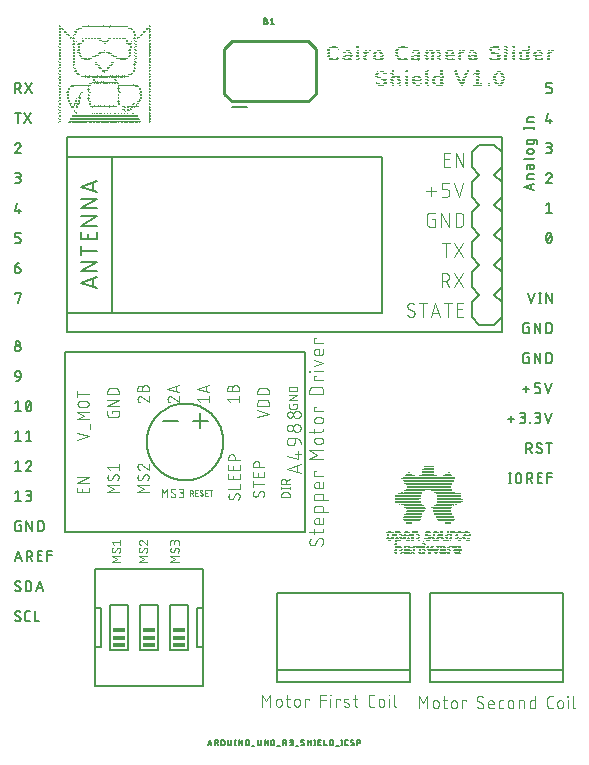
<source format=gbr>
G04 EAGLE Gerber RS-274X export*
G75*
%MOMM*%
%FSLAX34Y34*%
%LPD*%
%INSilkscreen Top*%
%IPPOS*%
%AMOC8*
5,1,8,0,0,1.08239X$1,22.5*%
G01*
%ADD10C,0.050800*%
%ADD11C,0.076200*%
%ADD12C,0.101600*%
%ADD13R,0.083819X0.084581*%
%ADD14R,0.254000X0.084581*%
%ADD15R,1.270000X0.084581*%
%ADD16R,0.167637X0.084581*%
%ADD17R,0.086363X0.084581*%
%ADD18R,0.337819X0.084581*%
%ADD19R,0.675638X0.084581*%
%ADD20R,0.170181X0.084581*%
%ADD21R,0.340363X0.084581*%
%ADD22R,6.096000X0.084581*%
%ADD23R,0.167637X0.084838*%
%ADD24R,6.012181X0.084838*%
%ADD25R,0.083819X0.084838*%
%ADD26R,5.928363X0.084581*%
%ADD27R,5.842000X0.084581*%
%ADD28R,5.755638X0.084838*%
%ADD29R,5.588000X0.084581*%
%ADD30R,5.420363X0.084838*%
%ADD31R,0.424181X0.084838*%
%ADD32R,2.286000X0.084581*%
%ADD33R,1.016000X0.084581*%
%ADD34R,0.254000X0.084838*%
%ADD35R,0.086363X0.084838*%
%ADD36R,0.421637X0.084838*%
%ADD37R,0.591819X0.084581*%
%ADD38R,0.508000X0.084838*%
%ADD39R,0.170181X0.084838*%
%ADD40R,1.691638X0.084581*%
%ADD41R,1.694181X0.084581*%
%ADD42R,1.353819X0.084838*%
%ADD43R,1.270000X0.084838*%
%ADD44R,2.199638X0.084581*%
%ADD45R,0.508000X0.084581*%
%ADD46R,0.424181X0.084581*%
%ADD47R,4.064000X0.084581*%
%ADD48R,0.337819X0.084838*%
%ADD49R,0.340363X0.084838*%
%ADD50R,0.421637X0.084581*%
%ADD51R,1.778000X0.084838*%
%ADD52R,0.762000X0.084838*%
%ADD53R,1.183638X0.084838*%
%ADD54R,1.610363X0.084838*%
%ADD55R,3.896363X0.084581*%
%ADD56R,0.678181X0.084581*%
%ADD57R,0.845819X0.084581*%
%ADD58R,0.762000X0.084581*%
%ADD59R,0.932181X0.084581*%
%ADD60R,1.099819X0.084581*%
%ADD61R,0.591819X0.084838*%
%ADD62R,0.675638X0.084838*%
%ADD63R,0.594363X0.084581*%
%ADD64R,1.186181X0.084581*%
%ADD65R,0.848363X0.084838*%
%ADD66R,0.845819X0.084838*%
%ADD67R,1.353819X0.084581*%
%ADD68R,1.356363X0.084581*%
%ADD69R,1.524000X0.084581*%
%ADD70R,1.694181X0.084838*%
%ADD71R,1.607819X0.084838*%
%ADD72R,1.607819X0.084581*%
%ADD73R,1.437638X0.084581*%
%ADD74R,1.440181X0.084581*%
%ADD75R,1.524000X0.084838*%
%ADD76R,1.778000X0.084581*%
%ADD77R,1.691638X0.084838*%
%ADD78R,2.115819X0.084838*%
%ADD79R,2.202181X0.084581*%
%ADD80R,2.115819X0.084581*%
%ADD81R,2.118362X0.084581*%
%ADD82R,2.118362X0.084838*%
%ADD83R,2.032000X0.084838*%
%ADD84R,2.032000X0.084581*%
%ADD85R,1.610363X0.084581*%
%ADD86R,3.893819X0.084581*%
%ADD87R,3.893819X0.084838*%
%ADD88R,3.726181X0.084581*%
%ADD89R,3.726181X0.084838*%
%ADD90R,3.980181X0.084581*%
%ADD91R,4.064000X0.084838*%
%ADD92R,4.234181X0.084581*%
%ADD93R,4.318000X0.084581*%
%ADD94R,4.401819X0.084838*%
%ADD95R,4.572000X0.084581*%
%ADD96R,4.401819X0.084581*%
%ADD97R,1.016000X0.084838*%
%ADD98R,1.861819X0.084838*%
%ADD99R,0.848363X0.084581*%
%ADD100R,1.186181X0.084838*%
%ADD101R,0.929638X0.084838*%
%ADD102R,0.678181X0.084838*%
%ADD103R,0.594363X0.084838*%
%ADD104C,0.152400*%
%ADD105C,0.203200*%
%ADD106C,0.254000*%
%ADD107C,0.127000*%
%ADD108R,1.016000X0.381000*%


D10*
X273925Y277340D02*
X273925Y278525D01*
X277876Y278525D01*
X277876Y276154D01*
X277874Y276076D01*
X277868Y275999D01*
X277859Y275922D01*
X277846Y275846D01*
X277829Y275770D01*
X277808Y275695D01*
X277784Y275622D01*
X277756Y275549D01*
X277724Y275478D01*
X277689Y275409D01*
X277651Y275342D01*
X277610Y275276D01*
X277565Y275213D01*
X277517Y275152D01*
X277467Y275093D01*
X277413Y275037D01*
X277357Y274983D01*
X277298Y274933D01*
X277237Y274885D01*
X277174Y274840D01*
X277108Y274799D01*
X277041Y274761D01*
X276972Y274726D01*
X276901Y274694D01*
X276828Y274666D01*
X276755Y274642D01*
X276680Y274621D01*
X276604Y274604D01*
X276528Y274591D01*
X276451Y274582D01*
X276374Y274576D01*
X276296Y274574D01*
X272344Y274574D01*
X272266Y274576D01*
X272189Y274582D01*
X272112Y274591D01*
X272036Y274604D01*
X271960Y274621D01*
X271885Y274642D01*
X271811Y274666D01*
X271739Y274694D01*
X271668Y274726D01*
X271599Y274761D01*
X271531Y274799D01*
X271466Y274840D01*
X271402Y274885D01*
X271341Y274933D01*
X271282Y274984D01*
X271226Y275037D01*
X271173Y275093D01*
X271122Y275152D01*
X271074Y275213D01*
X271029Y275277D01*
X270988Y275342D01*
X270950Y275410D01*
X270915Y275479D01*
X270883Y275550D01*
X270855Y275622D01*
X270831Y275696D01*
X270810Y275771D01*
X270793Y275847D01*
X270780Y275923D01*
X270771Y276000D01*
X270765Y276077D01*
X270763Y276155D01*
X270764Y276154D02*
X270764Y278525D01*
X270764Y281889D02*
X277876Y281889D01*
X277876Y285840D02*
X270764Y281889D01*
X270764Y285840D02*
X277876Y285840D01*
X277876Y289204D02*
X270764Y289204D01*
X270764Y291180D01*
X270766Y291266D01*
X270772Y291352D01*
X270781Y291438D01*
X270794Y291523D01*
X270811Y291608D01*
X270831Y291691D01*
X270855Y291774D01*
X270883Y291856D01*
X270914Y291936D01*
X270949Y292015D01*
X270987Y292092D01*
X271029Y292168D01*
X271073Y292242D01*
X271121Y292313D01*
X271172Y292383D01*
X271226Y292450D01*
X271283Y292515D01*
X271343Y292577D01*
X271405Y292637D01*
X271470Y292694D01*
X271537Y292748D01*
X271607Y292799D01*
X271678Y292847D01*
X271752Y292891D01*
X271828Y292933D01*
X271905Y292971D01*
X271984Y293006D01*
X272064Y293037D01*
X272146Y293065D01*
X272229Y293089D01*
X272312Y293109D01*
X272397Y293126D01*
X272482Y293139D01*
X272568Y293148D01*
X272654Y293154D01*
X272740Y293156D01*
X272740Y293155D02*
X275900Y293155D01*
X275900Y293156D02*
X275986Y293154D01*
X276072Y293148D01*
X276158Y293139D01*
X276243Y293126D01*
X276328Y293109D01*
X276411Y293089D01*
X276494Y293065D01*
X276576Y293037D01*
X276656Y293006D01*
X276735Y292971D01*
X276812Y292933D01*
X276888Y292891D01*
X276962Y292847D01*
X277033Y292799D01*
X277103Y292748D01*
X277170Y292694D01*
X277235Y292637D01*
X277297Y292577D01*
X277357Y292515D01*
X277414Y292450D01*
X277468Y292383D01*
X277519Y292313D01*
X277567Y292242D01*
X277611Y292168D01*
X277653Y292092D01*
X277691Y292015D01*
X277726Y291936D01*
X277757Y291856D01*
X277785Y291774D01*
X277809Y291691D01*
X277829Y291608D01*
X277846Y291523D01*
X277859Y291438D01*
X277868Y291352D01*
X277874Y291266D01*
X277876Y291180D01*
X277876Y289204D01*
D11*
X253619Y270214D02*
X244221Y267081D01*
X244221Y273346D02*
X253619Y270214D01*
X253619Y277052D02*
X244221Y277052D01*
X244221Y279662D01*
X244223Y279762D01*
X244229Y279862D01*
X244238Y279961D01*
X244252Y280061D01*
X244269Y280159D01*
X244290Y280257D01*
X244314Y280354D01*
X244343Y280450D01*
X244375Y280545D01*
X244410Y280638D01*
X244449Y280730D01*
X244492Y280821D01*
X244538Y280909D01*
X244588Y280996D01*
X244640Y281081D01*
X244696Y281164D01*
X244755Y281245D01*
X244818Y281323D01*
X244883Y281399D01*
X244951Y281473D01*
X245021Y281543D01*
X245095Y281611D01*
X245171Y281676D01*
X245249Y281739D01*
X245330Y281798D01*
X245413Y281854D01*
X245498Y281906D01*
X245585Y281956D01*
X245673Y282002D01*
X245764Y282045D01*
X245856Y282084D01*
X245949Y282119D01*
X246044Y282151D01*
X246140Y282180D01*
X246237Y282204D01*
X246335Y282225D01*
X246433Y282242D01*
X246533Y282256D01*
X246632Y282265D01*
X246732Y282271D01*
X246832Y282273D01*
X251008Y282273D01*
X251108Y282271D01*
X251208Y282265D01*
X251307Y282256D01*
X251407Y282242D01*
X251505Y282225D01*
X251603Y282204D01*
X251700Y282180D01*
X251796Y282151D01*
X251891Y282119D01*
X251984Y282084D01*
X252076Y282045D01*
X252167Y282002D01*
X252255Y281956D01*
X252342Y281906D01*
X252427Y281854D01*
X252510Y281798D01*
X252591Y281739D01*
X252669Y281676D01*
X252745Y281611D01*
X252819Y281543D01*
X252889Y281473D01*
X252957Y281399D01*
X253022Y281323D01*
X253085Y281245D01*
X253144Y281164D01*
X253200Y281081D01*
X253252Y280996D01*
X253302Y280909D01*
X253348Y280821D01*
X253391Y280730D01*
X253430Y280638D01*
X253465Y280545D01*
X253497Y280450D01*
X253526Y280354D01*
X253550Y280257D01*
X253571Y280159D01*
X253588Y280061D01*
X253602Y279961D01*
X253611Y279862D01*
X253617Y279762D01*
X253619Y279662D01*
X253619Y277052D01*
X253619Y286805D02*
X244221Y286805D01*
X244221Y289416D01*
X244223Y289516D01*
X244229Y289616D01*
X244238Y289715D01*
X244252Y289815D01*
X244269Y289913D01*
X244290Y290011D01*
X244314Y290108D01*
X244343Y290204D01*
X244375Y290299D01*
X244410Y290392D01*
X244449Y290484D01*
X244492Y290575D01*
X244538Y290663D01*
X244588Y290750D01*
X244640Y290835D01*
X244696Y290918D01*
X244755Y290999D01*
X244818Y291077D01*
X244883Y291153D01*
X244951Y291227D01*
X245021Y291297D01*
X245095Y291365D01*
X245171Y291430D01*
X245249Y291493D01*
X245330Y291552D01*
X245413Y291608D01*
X245498Y291660D01*
X245585Y291710D01*
X245673Y291756D01*
X245764Y291799D01*
X245856Y291838D01*
X245949Y291873D01*
X246044Y291905D01*
X246140Y291934D01*
X246237Y291958D01*
X246335Y291979D01*
X246433Y291996D01*
X246533Y292010D01*
X246632Y292019D01*
X246732Y292025D01*
X246832Y292027D01*
X251008Y292027D01*
X251108Y292025D01*
X251208Y292019D01*
X251307Y292010D01*
X251407Y291996D01*
X251505Y291979D01*
X251603Y291958D01*
X251700Y291934D01*
X251796Y291905D01*
X251891Y291873D01*
X251984Y291838D01*
X252076Y291799D01*
X252167Y291756D01*
X252255Y291710D01*
X252342Y291660D01*
X252427Y291608D01*
X252510Y291552D01*
X252591Y291493D01*
X252669Y291430D01*
X252745Y291365D01*
X252819Y291297D01*
X252889Y291227D01*
X252957Y291153D01*
X253022Y291077D01*
X253085Y290999D01*
X253144Y290918D01*
X253200Y290835D01*
X253252Y290750D01*
X253302Y290663D01*
X253348Y290575D01*
X253391Y290484D01*
X253430Y290392D01*
X253465Y290299D01*
X253497Y290204D01*
X253526Y290108D01*
X253550Y290011D01*
X253571Y289913D01*
X253588Y289815D01*
X253602Y289715D01*
X253611Y289616D01*
X253617Y289516D01*
X253619Y289416D01*
X253619Y286805D01*
X220909Y279781D02*
X218821Y282392D01*
X228219Y282392D01*
X228219Y285002D02*
X228219Y279781D01*
X222998Y289361D02*
X222998Y291972D01*
X222997Y291972D02*
X222999Y292073D01*
X223005Y292174D01*
X223015Y292275D01*
X223028Y292375D01*
X223046Y292475D01*
X223067Y292574D01*
X223093Y292672D01*
X223122Y292769D01*
X223154Y292865D01*
X223191Y292959D01*
X223231Y293052D01*
X223275Y293144D01*
X223322Y293233D01*
X223373Y293321D01*
X223427Y293407D01*
X223484Y293490D01*
X223544Y293572D01*
X223608Y293650D01*
X223674Y293727D01*
X223744Y293800D01*
X223816Y293871D01*
X223891Y293939D01*
X223969Y294004D01*
X224049Y294066D01*
X224131Y294125D01*
X224216Y294181D01*
X224303Y294233D01*
X224391Y294282D01*
X224482Y294328D01*
X224574Y294369D01*
X224668Y294408D01*
X224763Y294442D01*
X224859Y294473D01*
X224957Y294500D01*
X225055Y294524D01*
X225155Y294543D01*
X225255Y294559D01*
X225355Y294571D01*
X225456Y294579D01*
X225557Y294583D01*
X225659Y294583D01*
X225760Y294579D01*
X225861Y294571D01*
X225961Y294559D01*
X226061Y294543D01*
X226161Y294524D01*
X226259Y294500D01*
X226357Y294473D01*
X226453Y294442D01*
X226548Y294408D01*
X226642Y294369D01*
X226734Y294328D01*
X226825Y294282D01*
X226914Y294233D01*
X227000Y294181D01*
X227085Y294125D01*
X227167Y294066D01*
X227247Y294004D01*
X227325Y293939D01*
X227400Y293871D01*
X227472Y293800D01*
X227542Y293727D01*
X227608Y293650D01*
X227672Y293572D01*
X227732Y293490D01*
X227789Y293407D01*
X227843Y293321D01*
X227894Y293233D01*
X227941Y293144D01*
X227985Y293052D01*
X228025Y292959D01*
X228062Y292865D01*
X228094Y292769D01*
X228123Y292672D01*
X228149Y292574D01*
X228170Y292475D01*
X228188Y292375D01*
X228201Y292275D01*
X228211Y292174D01*
X228217Y292073D01*
X228219Y291972D01*
X228219Y289361D01*
X218821Y289361D01*
X218821Y291972D01*
X218823Y292062D01*
X218829Y292151D01*
X218838Y292241D01*
X218852Y292330D01*
X218869Y292418D01*
X218890Y292505D01*
X218915Y292592D01*
X218944Y292677D01*
X218976Y292761D01*
X219011Y292843D01*
X219051Y292924D01*
X219093Y293003D01*
X219139Y293080D01*
X219189Y293155D01*
X219241Y293228D01*
X219297Y293299D01*
X219355Y293367D01*
X219417Y293432D01*
X219481Y293495D01*
X219548Y293555D01*
X219617Y293612D01*
X219689Y293666D01*
X219763Y293717D01*
X219839Y293765D01*
X219917Y293809D01*
X219997Y293850D01*
X220079Y293888D01*
X220162Y293922D01*
X220247Y293952D01*
X220333Y293979D01*
X220419Y294002D01*
X220507Y294021D01*
X220596Y294036D01*
X220685Y294048D01*
X220774Y294056D01*
X220864Y294060D01*
X220954Y294060D01*
X221044Y294056D01*
X221133Y294048D01*
X221222Y294036D01*
X221311Y294021D01*
X221399Y294002D01*
X221485Y293979D01*
X221571Y293952D01*
X221656Y293922D01*
X221739Y293888D01*
X221821Y293850D01*
X221901Y293809D01*
X221979Y293765D01*
X222055Y293717D01*
X222129Y293666D01*
X222201Y293612D01*
X222270Y293555D01*
X222337Y293495D01*
X222401Y293432D01*
X222463Y293367D01*
X222521Y293299D01*
X222577Y293228D01*
X222629Y293155D01*
X222679Y293080D01*
X222725Y293003D01*
X222767Y292924D01*
X222807Y292843D01*
X222842Y292761D01*
X222874Y292677D01*
X222903Y292592D01*
X222928Y292505D01*
X222949Y292418D01*
X222966Y292330D01*
X222980Y292241D01*
X222989Y292151D01*
X222995Y292062D01*
X222997Y291972D01*
X195509Y279781D02*
X193421Y282392D01*
X202819Y282392D01*
X202819Y285002D02*
X202819Y279781D01*
X202819Y288403D02*
X193421Y291536D01*
X202819Y294668D01*
X200470Y293885D02*
X200470Y289186D01*
X170371Y285003D02*
X170276Y285001D01*
X170182Y284995D01*
X170088Y284986D01*
X169994Y284973D01*
X169901Y284956D01*
X169809Y284935D01*
X169717Y284910D01*
X169627Y284882D01*
X169538Y284850D01*
X169450Y284815D01*
X169364Y284776D01*
X169279Y284734D01*
X169196Y284688D01*
X169115Y284639D01*
X169036Y284587D01*
X168959Y284532D01*
X168885Y284473D01*
X168813Y284412D01*
X168743Y284348D01*
X168676Y284281D01*
X168612Y284211D01*
X168551Y284139D01*
X168492Y284065D01*
X168437Y283988D01*
X168385Y283909D01*
X168336Y283828D01*
X168290Y283745D01*
X168248Y283660D01*
X168209Y283574D01*
X168174Y283486D01*
X168142Y283397D01*
X168114Y283307D01*
X168089Y283215D01*
X168068Y283123D01*
X168051Y283030D01*
X168038Y282936D01*
X168029Y282842D01*
X168023Y282748D01*
X168021Y282653D01*
X168023Y282545D01*
X168029Y282436D01*
X168039Y282328D01*
X168052Y282221D01*
X168070Y282114D01*
X168091Y282007D01*
X168116Y281902D01*
X168145Y281797D01*
X168177Y281694D01*
X168214Y281592D01*
X168254Y281491D01*
X168297Y281392D01*
X168344Y281294D01*
X168395Y281198D01*
X168449Y281104D01*
X168506Y281012D01*
X168567Y280922D01*
X168631Y280834D01*
X168697Y280749D01*
X168767Y280666D01*
X168840Y280586D01*
X168916Y280508D01*
X168994Y280433D01*
X169075Y280361D01*
X169159Y280292D01*
X169245Y280226D01*
X169333Y280163D01*
X169424Y280104D01*
X169516Y280047D01*
X169611Y279994D01*
X169708Y279945D01*
X169806Y279899D01*
X169905Y279856D01*
X170007Y279817D01*
X170109Y279782D01*
X172199Y284220D02*
X172130Y284289D01*
X172059Y284355D01*
X171986Y284419D01*
X171910Y284480D01*
X171831Y284538D01*
X171751Y284592D01*
X171668Y284644D01*
X171584Y284692D01*
X171498Y284738D01*
X171410Y284779D01*
X171320Y284818D01*
X171229Y284853D01*
X171137Y284884D01*
X171044Y284912D01*
X170950Y284936D01*
X170855Y284956D01*
X170759Y284973D01*
X170662Y284986D01*
X170565Y284995D01*
X170468Y285001D01*
X170371Y285003D01*
X172198Y284219D02*
X177419Y279781D01*
X177419Y285002D01*
X177419Y288403D02*
X168021Y291536D01*
X177419Y294668D01*
X175070Y293885D02*
X175070Y289186D01*
X144971Y285003D02*
X144876Y285001D01*
X144782Y284995D01*
X144688Y284986D01*
X144594Y284973D01*
X144501Y284956D01*
X144409Y284935D01*
X144317Y284910D01*
X144227Y284882D01*
X144138Y284850D01*
X144050Y284815D01*
X143964Y284776D01*
X143879Y284734D01*
X143796Y284688D01*
X143715Y284639D01*
X143636Y284587D01*
X143559Y284532D01*
X143485Y284473D01*
X143413Y284412D01*
X143343Y284348D01*
X143276Y284281D01*
X143212Y284211D01*
X143151Y284139D01*
X143092Y284065D01*
X143037Y283988D01*
X142985Y283909D01*
X142936Y283828D01*
X142890Y283745D01*
X142848Y283660D01*
X142809Y283574D01*
X142774Y283486D01*
X142742Y283397D01*
X142714Y283307D01*
X142689Y283215D01*
X142668Y283123D01*
X142651Y283030D01*
X142638Y282936D01*
X142629Y282842D01*
X142623Y282748D01*
X142621Y282653D01*
X142623Y282545D01*
X142629Y282436D01*
X142639Y282328D01*
X142652Y282221D01*
X142670Y282114D01*
X142691Y282007D01*
X142716Y281902D01*
X142745Y281797D01*
X142777Y281694D01*
X142814Y281592D01*
X142854Y281491D01*
X142897Y281392D01*
X142944Y281294D01*
X142995Y281198D01*
X143049Y281104D01*
X143106Y281012D01*
X143167Y280922D01*
X143231Y280834D01*
X143297Y280749D01*
X143367Y280666D01*
X143440Y280586D01*
X143516Y280508D01*
X143594Y280433D01*
X143675Y280361D01*
X143759Y280292D01*
X143845Y280226D01*
X143933Y280163D01*
X144024Y280104D01*
X144116Y280047D01*
X144211Y279994D01*
X144308Y279945D01*
X144406Y279899D01*
X144505Y279856D01*
X144607Y279817D01*
X144709Y279782D01*
X146799Y284220D02*
X146730Y284289D01*
X146659Y284355D01*
X146586Y284419D01*
X146510Y284480D01*
X146431Y284538D01*
X146351Y284592D01*
X146268Y284644D01*
X146184Y284692D01*
X146098Y284738D01*
X146010Y284779D01*
X145920Y284818D01*
X145829Y284853D01*
X145737Y284884D01*
X145644Y284912D01*
X145550Y284936D01*
X145455Y284956D01*
X145359Y284973D01*
X145262Y284986D01*
X145165Y284995D01*
X145068Y285001D01*
X144971Y285003D01*
X146798Y284219D02*
X152019Y279781D01*
X152019Y285002D01*
X146798Y289361D02*
X146798Y291972D01*
X146797Y291972D02*
X146799Y292073D01*
X146805Y292174D01*
X146815Y292275D01*
X146828Y292375D01*
X146846Y292475D01*
X146867Y292574D01*
X146893Y292672D01*
X146922Y292769D01*
X146954Y292865D01*
X146991Y292959D01*
X147031Y293052D01*
X147075Y293144D01*
X147122Y293233D01*
X147173Y293321D01*
X147227Y293407D01*
X147284Y293490D01*
X147344Y293572D01*
X147408Y293650D01*
X147474Y293727D01*
X147544Y293800D01*
X147616Y293871D01*
X147691Y293939D01*
X147769Y294004D01*
X147849Y294066D01*
X147931Y294125D01*
X148016Y294181D01*
X148103Y294233D01*
X148191Y294282D01*
X148282Y294328D01*
X148374Y294369D01*
X148468Y294408D01*
X148563Y294442D01*
X148659Y294473D01*
X148757Y294500D01*
X148855Y294524D01*
X148955Y294543D01*
X149055Y294559D01*
X149155Y294571D01*
X149256Y294579D01*
X149357Y294583D01*
X149459Y294583D01*
X149560Y294579D01*
X149661Y294571D01*
X149761Y294559D01*
X149861Y294543D01*
X149961Y294524D01*
X150059Y294500D01*
X150157Y294473D01*
X150253Y294442D01*
X150348Y294408D01*
X150442Y294369D01*
X150534Y294328D01*
X150625Y294282D01*
X150714Y294233D01*
X150800Y294181D01*
X150885Y294125D01*
X150967Y294066D01*
X151047Y294004D01*
X151125Y293939D01*
X151200Y293871D01*
X151272Y293800D01*
X151342Y293727D01*
X151408Y293650D01*
X151472Y293572D01*
X151532Y293490D01*
X151589Y293407D01*
X151643Y293321D01*
X151694Y293233D01*
X151741Y293144D01*
X151785Y293052D01*
X151825Y292959D01*
X151862Y292865D01*
X151894Y292769D01*
X151923Y292672D01*
X151949Y292574D01*
X151970Y292475D01*
X151988Y292375D01*
X152001Y292275D01*
X152011Y292174D01*
X152017Y292073D01*
X152019Y291972D01*
X152019Y289361D01*
X142621Y289361D01*
X142621Y291972D01*
X142623Y292062D01*
X142629Y292151D01*
X142638Y292241D01*
X142652Y292330D01*
X142669Y292418D01*
X142690Y292505D01*
X142715Y292592D01*
X142744Y292677D01*
X142776Y292761D01*
X142811Y292843D01*
X142851Y292924D01*
X142893Y293003D01*
X142939Y293080D01*
X142989Y293155D01*
X143041Y293228D01*
X143097Y293299D01*
X143155Y293367D01*
X143217Y293432D01*
X143281Y293495D01*
X143348Y293555D01*
X143417Y293612D01*
X143489Y293666D01*
X143563Y293717D01*
X143639Y293765D01*
X143717Y293809D01*
X143797Y293850D01*
X143879Y293888D01*
X143962Y293922D01*
X144047Y293952D01*
X144133Y293979D01*
X144219Y294002D01*
X144307Y294021D01*
X144396Y294036D01*
X144485Y294048D01*
X144574Y294056D01*
X144664Y294060D01*
X144754Y294060D01*
X144844Y294056D01*
X144933Y294048D01*
X145022Y294036D01*
X145111Y294021D01*
X145199Y294002D01*
X145285Y293979D01*
X145371Y293952D01*
X145456Y293922D01*
X145539Y293888D01*
X145621Y293850D01*
X145701Y293809D01*
X145779Y293765D01*
X145855Y293717D01*
X145929Y293666D01*
X146001Y293612D01*
X146070Y293555D01*
X146137Y293495D01*
X146201Y293432D01*
X146263Y293367D01*
X146321Y293299D01*
X146377Y293228D01*
X146429Y293155D01*
X146479Y293080D01*
X146525Y293003D01*
X146567Y292924D01*
X146607Y292843D01*
X146642Y292761D01*
X146674Y292677D01*
X146703Y292592D01*
X146728Y292505D01*
X146749Y292418D01*
X146766Y292330D01*
X146780Y292241D01*
X146789Y292151D01*
X146795Y292062D01*
X146797Y291972D01*
X121398Y272302D02*
X121398Y270736D01*
X121398Y272302D02*
X126619Y272302D01*
X126619Y269169D01*
X126617Y269080D01*
X126611Y268992D01*
X126602Y268904D01*
X126589Y268816D01*
X126572Y268729D01*
X126552Y268643D01*
X126527Y268558D01*
X126500Y268473D01*
X126468Y268390D01*
X126434Y268309D01*
X126395Y268229D01*
X126354Y268151D01*
X126309Y268074D01*
X126261Y268000D01*
X126210Y267927D01*
X126156Y267857D01*
X126098Y267790D01*
X126038Y267724D01*
X125976Y267662D01*
X125910Y267602D01*
X125843Y267544D01*
X125773Y267490D01*
X125700Y267439D01*
X125626Y267391D01*
X125549Y267346D01*
X125471Y267305D01*
X125391Y267266D01*
X125310Y267232D01*
X125227Y267200D01*
X125142Y267173D01*
X125057Y267148D01*
X124971Y267128D01*
X124884Y267111D01*
X124796Y267098D01*
X124708Y267089D01*
X124620Y267083D01*
X124531Y267081D01*
X119309Y267081D01*
X119218Y267083D01*
X119127Y267089D01*
X119036Y267099D01*
X118946Y267113D01*
X118857Y267131D01*
X118768Y267152D01*
X118681Y267178D01*
X118595Y267207D01*
X118510Y267240D01*
X118426Y267277D01*
X118344Y267317D01*
X118265Y267361D01*
X118187Y267408D01*
X118111Y267459D01*
X118037Y267513D01*
X117966Y267570D01*
X117898Y267630D01*
X117832Y267693D01*
X117769Y267759D01*
X117709Y267827D01*
X117652Y267898D01*
X117598Y267972D01*
X117547Y268048D01*
X117500Y268125D01*
X117456Y268205D01*
X117416Y268287D01*
X117379Y268371D01*
X117346Y268455D01*
X117317Y268542D01*
X117291Y268629D01*
X117270Y268718D01*
X117252Y268807D01*
X117238Y268897D01*
X117228Y268988D01*
X117222Y269079D01*
X117220Y269170D01*
X117221Y269169D02*
X117221Y272302D01*
X117221Y276835D02*
X126619Y276835D01*
X126619Y282056D02*
X117221Y276835D01*
X117221Y282056D02*
X126619Y282056D01*
X126619Y286588D02*
X117221Y286588D01*
X117221Y289199D01*
X117223Y289299D01*
X117229Y289399D01*
X117238Y289498D01*
X117252Y289598D01*
X117269Y289696D01*
X117290Y289794D01*
X117314Y289891D01*
X117343Y289987D01*
X117375Y290082D01*
X117410Y290175D01*
X117449Y290267D01*
X117492Y290358D01*
X117538Y290446D01*
X117588Y290533D01*
X117640Y290618D01*
X117696Y290701D01*
X117755Y290782D01*
X117818Y290860D01*
X117883Y290936D01*
X117951Y291010D01*
X118021Y291080D01*
X118095Y291148D01*
X118171Y291213D01*
X118249Y291276D01*
X118330Y291335D01*
X118413Y291391D01*
X118498Y291443D01*
X118585Y291493D01*
X118673Y291539D01*
X118764Y291582D01*
X118856Y291621D01*
X118949Y291656D01*
X119044Y291688D01*
X119140Y291717D01*
X119237Y291741D01*
X119335Y291762D01*
X119433Y291779D01*
X119533Y291793D01*
X119632Y291802D01*
X119732Y291808D01*
X119832Y291810D01*
X119832Y291809D02*
X124008Y291809D01*
X124008Y291810D02*
X124108Y291808D01*
X124208Y291802D01*
X124307Y291793D01*
X124407Y291779D01*
X124505Y291762D01*
X124603Y291741D01*
X124700Y291717D01*
X124796Y291688D01*
X124891Y291656D01*
X124984Y291621D01*
X125076Y291582D01*
X125167Y291539D01*
X125255Y291493D01*
X125342Y291443D01*
X125427Y291391D01*
X125510Y291335D01*
X125591Y291276D01*
X125669Y291213D01*
X125745Y291148D01*
X125819Y291080D01*
X125889Y291010D01*
X125957Y290936D01*
X126022Y290860D01*
X126085Y290782D01*
X126144Y290701D01*
X126200Y290618D01*
X126252Y290533D01*
X126302Y290446D01*
X126348Y290358D01*
X126391Y290267D01*
X126430Y290175D01*
X126465Y290082D01*
X126497Y289987D01*
X126526Y289891D01*
X126550Y289794D01*
X126571Y289696D01*
X126588Y289598D01*
X126602Y289498D01*
X126611Y289399D01*
X126617Y289299D01*
X126619Y289199D01*
X126619Y286588D01*
X101219Y251164D02*
X91821Y248031D01*
X91821Y254296D02*
X101219Y251164D01*
X102263Y257305D02*
X102263Y261482D01*
X101219Y265404D02*
X91821Y265404D01*
X97042Y268537D01*
X91821Y271670D01*
X101219Y271670D01*
X98608Y275985D02*
X94432Y275985D01*
X94432Y275984D02*
X94331Y275986D01*
X94230Y275992D01*
X94129Y276002D01*
X94029Y276015D01*
X93929Y276033D01*
X93830Y276054D01*
X93732Y276080D01*
X93635Y276109D01*
X93539Y276141D01*
X93445Y276178D01*
X93352Y276218D01*
X93260Y276262D01*
X93171Y276309D01*
X93083Y276360D01*
X92997Y276414D01*
X92914Y276471D01*
X92832Y276531D01*
X92754Y276595D01*
X92677Y276661D01*
X92604Y276731D01*
X92533Y276803D01*
X92465Y276878D01*
X92400Y276956D01*
X92338Y277036D01*
X92279Y277118D01*
X92223Y277203D01*
X92171Y277290D01*
X92122Y277378D01*
X92076Y277469D01*
X92035Y277561D01*
X91996Y277655D01*
X91962Y277750D01*
X91931Y277846D01*
X91904Y277944D01*
X91880Y278042D01*
X91861Y278142D01*
X91845Y278242D01*
X91833Y278342D01*
X91825Y278443D01*
X91821Y278544D01*
X91821Y278646D01*
X91825Y278747D01*
X91833Y278848D01*
X91845Y278948D01*
X91861Y279048D01*
X91880Y279148D01*
X91904Y279246D01*
X91931Y279344D01*
X91962Y279440D01*
X91996Y279535D01*
X92035Y279629D01*
X92076Y279721D01*
X92122Y279812D01*
X92171Y279901D01*
X92223Y279987D01*
X92279Y280072D01*
X92338Y280154D01*
X92400Y280234D01*
X92465Y280312D01*
X92533Y280387D01*
X92604Y280459D01*
X92677Y280529D01*
X92754Y280595D01*
X92832Y280659D01*
X92914Y280719D01*
X92997Y280776D01*
X93083Y280830D01*
X93171Y280881D01*
X93260Y280928D01*
X93352Y280972D01*
X93445Y281012D01*
X93539Y281049D01*
X93635Y281081D01*
X93732Y281110D01*
X93830Y281136D01*
X93929Y281157D01*
X94029Y281175D01*
X94129Y281188D01*
X94230Y281198D01*
X94331Y281204D01*
X94432Y281206D01*
X98608Y281206D01*
X98709Y281204D01*
X98810Y281198D01*
X98911Y281188D01*
X99011Y281175D01*
X99111Y281157D01*
X99210Y281136D01*
X99308Y281110D01*
X99405Y281081D01*
X99501Y281049D01*
X99595Y281012D01*
X99688Y280972D01*
X99780Y280928D01*
X99869Y280881D01*
X99957Y280830D01*
X100043Y280776D01*
X100126Y280719D01*
X100208Y280659D01*
X100286Y280595D01*
X100363Y280529D01*
X100436Y280459D01*
X100507Y280387D01*
X100575Y280312D01*
X100640Y280234D01*
X100702Y280154D01*
X100761Y280072D01*
X100817Y279987D01*
X100869Y279900D01*
X100918Y279812D01*
X100964Y279721D01*
X101005Y279629D01*
X101044Y279535D01*
X101078Y279440D01*
X101109Y279344D01*
X101136Y279246D01*
X101160Y279148D01*
X101179Y279048D01*
X101195Y278948D01*
X101207Y278848D01*
X101215Y278747D01*
X101219Y278646D01*
X101219Y278544D01*
X101215Y278443D01*
X101207Y278342D01*
X101195Y278242D01*
X101179Y278142D01*
X101160Y278042D01*
X101136Y277944D01*
X101109Y277846D01*
X101078Y277750D01*
X101044Y277655D01*
X101005Y277561D01*
X100964Y277469D01*
X100918Y277378D01*
X100869Y277290D01*
X100817Y277203D01*
X100761Y277118D01*
X100702Y277036D01*
X100640Y276956D01*
X100575Y276878D01*
X100507Y276803D01*
X100436Y276731D01*
X100363Y276661D01*
X100286Y276595D01*
X100208Y276531D01*
X100126Y276471D01*
X100043Y276414D01*
X99957Y276360D01*
X99869Y276309D01*
X99780Y276262D01*
X99688Y276218D01*
X99595Y276178D01*
X99501Y276141D01*
X99405Y276109D01*
X99308Y276080D01*
X99210Y276054D01*
X99111Y276033D01*
X99011Y276015D01*
X98911Y276002D01*
X98810Y275992D01*
X98709Y275986D01*
X98608Y275984D01*
X101219Y287130D02*
X91821Y287130D01*
X91821Y289740D02*
X91821Y284519D01*
X101219Y207758D02*
X101219Y203581D01*
X91821Y203581D01*
X91821Y207758D01*
X95998Y206714D02*
X95998Y203581D01*
X91821Y211488D02*
X101219Y211488D01*
X101219Y216709D02*
X91821Y211488D01*
X91821Y216709D02*
X101219Y216709D01*
X117221Y203581D02*
X126619Y203581D01*
X122442Y206714D02*
X117221Y203581D01*
X122442Y206714D02*
X117221Y209846D01*
X126619Y209846D01*
X126619Y216989D02*
X126617Y217078D01*
X126611Y217166D01*
X126602Y217254D01*
X126589Y217342D01*
X126572Y217429D01*
X126552Y217515D01*
X126527Y217600D01*
X126500Y217685D01*
X126468Y217768D01*
X126434Y217849D01*
X126395Y217929D01*
X126354Y218007D01*
X126309Y218084D01*
X126261Y218158D01*
X126210Y218231D01*
X126156Y218301D01*
X126098Y218368D01*
X126038Y218434D01*
X125976Y218496D01*
X125910Y218556D01*
X125843Y218614D01*
X125773Y218668D01*
X125700Y218719D01*
X125626Y218767D01*
X125549Y218812D01*
X125471Y218853D01*
X125391Y218892D01*
X125310Y218926D01*
X125227Y218958D01*
X125142Y218985D01*
X125057Y219010D01*
X124971Y219030D01*
X124884Y219047D01*
X124796Y219060D01*
X124708Y219069D01*
X124620Y219075D01*
X124531Y219077D01*
X126619Y216989D02*
X126617Y216860D01*
X126611Y216731D01*
X126602Y216602D01*
X126589Y216474D01*
X126572Y216346D01*
X126551Y216219D01*
X126527Y216092D01*
X126499Y215966D01*
X126467Y215841D01*
X126432Y215717D01*
X126393Y215594D01*
X126350Y215472D01*
X126304Y215352D01*
X126254Y215233D01*
X126201Y215115D01*
X126145Y214999D01*
X126085Y214885D01*
X126022Y214772D01*
X125955Y214662D01*
X125886Y214553D01*
X125813Y214447D01*
X125737Y214342D01*
X125658Y214240D01*
X125576Y214141D01*
X125492Y214043D01*
X125404Y213948D01*
X125314Y213856D01*
X119309Y214118D02*
X119220Y214120D01*
X119132Y214126D01*
X119044Y214135D01*
X118956Y214148D01*
X118869Y214165D01*
X118783Y214185D01*
X118698Y214210D01*
X118613Y214237D01*
X118530Y214269D01*
X118449Y214303D01*
X118369Y214342D01*
X118291Y214383D01*
X118214Y214428D01*
X118140Y214476D01*
X118067Y214527D01*
X117997Y214581D01*
X117930Y214639D01*
X117864Y214699D01*
X117802Y214761D01*
X117742Y214827D01*
X117684Y214894D01*
X117630Y214964D01*
X117579Y215037D01*
X117531Y215111D01*
X117486Y215188D01*
X117445Y215266D01*
X117406Y215346D01*
X117372Y215427D01*
X117340Y215510D01*
X117313Y215595D01*
X117288Y215680D01*
X117268Y215766D01*
X117251Y215853D01*
X117238Y215941D01*
X117229Y216029D01*
X117223Y216117D01*
X117221Y216206D01*
X117223Y216326D01*
X117228Y216446D01*
X117238Y216565D01*
X117250Y216685D01*
X117267Y216804D01*
X117287Y216922D01*
X117311Y217040D01*
X117338Y217156D01*
X117369Y217272D01*
X117403Y217387D01*
X117441Y217501D01*
X117483Y217614D01*
X117528Y217725D01*
X117576Y217835D01*
X117627Y217943D01*
X117682Y218050D01*
X117740Y218155D01*
X117802Y218258D01*
X117866Y218359D01*
X117934Y218459D01*
X118004Y218556D01*
X121136Y215162D02*
X121088Y215084D01*
X121036Y215008D01*
X120982Y214935D01*
X120924Y214864D01*
X120863Y214795D01*
X120799Y214729D01*
X120732Y214666D01*
X120663Y214606D01*
X120591Y214549D01*
X120517Y214495D01*
X120440Y214445D01*
X120361Y214397D01*
X120281Y214354D01*
X120198Y214313D01*
X120114Y214277D01*
X120029Y214244D01*
X119942Y214215D01*
X119853Y214189D01*
X119764Y214167D01*
X119674Y214150D01*
X119584Y214136D01*
X119492Y214126D01*
X119401Y214120D01*
X119309Y214118D01*
X122704Y218034D02*
X122752Y218112D01*
X122804Y218188D01*
X122858Y218261D01*
X122916Y218332D01*
X122977Y218401D01*
X123041Y218467D01*
X123108Y218530D01*
X123177Y218590D01*
X123249Y218647D01*
X123323Y218701D01*
X123400Y218751D01*
X123479Y218799D01*
X123559Y218842D01*
X123642Y218883D01*
X123726Y218919D01*
X123811Y218952D01*
X123898Y218981D01*
X123987Y219007D01*
X124076Y219029D01*
X124166Y219046D01*
X124256Y219060D01*
X124348Y219070D01*
X124439Y219076D01*
X124531Y219078D01*
X122703Y218034D02*
X121137Y215162D01*
X119309Y222696D02*
X117221Y225306D01*
X126619Y225306D01*
X126619Y222696D02*
X126619Y227917D01*
X142621Y203581D02*
X152019Y203581D01*
X147842Y206714D02*
X142621Y203581D01*
X147842Y206714D02*
X142621Y209846D01*
X152019Y209846D01*
X152019Y216989D02*
X152017Y217078D01*
X152011Y217166D01*
X152002Y217254D01*
X151989Y217342D01*
X151972Y217429D01*
X151952Y217515D01*
X151927Y217600D01*
X151900Y217685D01*
X151868Y217768D01*
X151834Y217849D01*
X151795Y217929D01*
X151754Y218007D01*
X151709Y218084D01*
X151661Y218158D01*
X151610Y218231D01*
X151556Y218301D01*
X151498Y218368D01*
X151438Y218434D01*
X151376Y218496D01*
X151310Y218556D01*
X151243Y218614D01*
X151173Y218668D01*
X151100Y218719D01*
X151026Y218767D01*
X150949Y218812D01*
X150871Y218853D01*
X150791Y218892D01*
X150710Y218926D01*
X150627Y218958D01*
X150542Y218985D01*
X150457Y219010D01*
X150371Y219030D01*
X150284Y219047D01*
X150196Y219060D01*
X150108Y219069D01*
X150020Y219075D01*
X149931Y219077D01*
X152019Y216989D02*
X152017Y216860D01*
X152011Y216731D01*
X152002Y216602D01*
X151989Y216474D01*
X151972Y216346D01*
X151951Y216219D01*
X151927Y216092D01*
X151899Y215966D01*
X151867Y215841D01*
X151832Y215717D01*
X151793Y215594D01*
X151750Y215472D01*
X151704Y215352D01*
X151654Y215233D01*
X151601Y215115D01*
X151545Y214999D01*
X151485Y214885D01*
X151422Y214772D01*
X151355Y214662D01*
X151286Y214553D01*
X151213Y214447D01*
X151137Y214342D01*
X151058Y214240D01*
X150976Y214141D01*
X150892Y214043D01*
X150804Y213948D01*
X150714Y213856D01*
X144709Y214118D02*
X144620Y214120D01*
X144532Y214126D01*
X144444Y214135D01*
X144356Y214148D01*
X144269Y214165D01*
X144183Y214185D01*
X144098Y214210D01*
X144013Y214237D01*
X143930Y214269D01*
X143849Y214303D01*
X143769Y214342D01*
X143691Y214383D01*
X143614Y214428D01*
X143540Y214476D01*
X143467Y214527D01*
X143397Y214581D01*
X143330Y214639D01*
X143264Y214699D01*
X143202Y214761D01*
X143142Y214827D01*
X143084Y214894D01*
X143030Y214964D01*
X142979Y215037D01*
X142931Y215111D01*
X142886Y215188D01*
X142845Y215266D01*
X142806Y215346D01*
X142772Y215427D01*
X142740Y215510D01*
X142713Y215595D01*
X142688Y215680D01*
X142668Y215766D01*
X142651Y215853D01*
X142638Y215941D01*
X142629Y216029D01*
X142623Y216117D01*
X142621Y216206D01*
X142623Y216326D01*
X142628Y216446D01*
X142638Y216565D01*
X142650Y216685D01*
X142667Y216804D01*
X142687Y216922D01*
X142711Y217040D01*
X142738Y217156D01*
X142769Y217272D01*
X142803Y217387D01*
X142841Y217501D01*
X142883Y217614D01*
X142928Y217725D01*
X142976Y217835D01*
X143027Y217943D01*
X143082Y218050D01*
X143140Y218155D01*
X143202Y218258D01*
X143266Y218359D01*
X143334Y218459D01*
X143404Y218556D01*
X146536Y215162D02*
X146488Y215084D01*
X146436Y215008D01*
X146382Y214935D01*
X146324Y214864D01*
X146263Y214795D01*
X146199Y214729D01*
X146132Y214666D01*
X146063Y214606D01*
X145991Y214549D01*
X145917Y214495D01*
X145840Y214445D01*
X145761Y214397D01*
X145681Y214354D01*
X145598Y214313D01*
X145514Y214277D01*
X145429Y214244D01*
X145342Y214215D01*
X145253Y214189D01*
X145164Y214167D01*
X145074Y214150D01*
X144984Y214136D01*
X144892Y214126D01*
X144801Y214120D01*
X144709Y214118D01*
X148104Y218034D02*
X148152Y218112D01*
X148204Y218188D01*
X148258Y218261D01*
X148316Y218332D01*
X148377Y218401D01*
X148441Y218467D01*
X148508Y218530D01*
X148577Y218590D01*
X148649Y218647D01*
X148723Y218701D01*
X148800Y218751D01*
X148879Y218799D01*
X148959Y218842D01*
X149042Y218883D01*
X149126Y218919D01*
X149211Y218952D01*
X149298Y218981D01*
X149387Y219007D01*
X149476Y219029D01*
X149566Y219046D01*
X149656Y219060D01*
X149748Y219070D01*
X149839Y219076D01*
X149931Y219078D01*
X148103Y218034D02*
X146537Y215162D01*
X142621Y225567D02*
X142623Y225662D01*
X142629Y225756D01*
X142638Y225850D01*
X142651Y225944D01*
X142668Y226037D01*
X142689Y226129D01*
X142714Y226221D01*
X142742Y226311D01*
X142774Y226400D01*
X142809Y226488D01*
X142848Y226574D01*
X142890Y226659D01*
X142936Y226742D01*
X142985Y226823D01*
X143037Y226902D01*
X143092Y226979D01*
X143151Y227053D01*
X143212Y227125D01*
X143276Y227195D01*
X143343Y227262D01*
X143413Y227326D01*
X143485Y227387D01*
X143559Y227446D01*
X143636Y227501D01*
X143715Y227553D01*
X143796Y227602D01*
X143879Y227648D01*
X143964Y227690D01*
X144050Y227729D01*
X144138Y227764D01*
X144227Y227796D01*
X144317Y227824D01*
X144409Y227849D01*
X144501Y227870D01*
X144594Y227887D01*
X144688Y227900D01*
X144782Y227909D01*
X144876Y227915D01*
X144971Y227917D01*
X142621Y225567D02*
X142623Y225459D01*
X142629Y225350D01*
X142639Y225242D01*
X142652Y225135D01*
X142670Y225028D01*
X142691Y224921D01*
X142716Y224816D01*
X142745Y224711D01*
X142777Y224608D01*
X142814Y224506D01*
X142854Y224405D01*
X142897Y224306D01*
X142944Y224208D01*
X142995Y224112D01*
X143049Y224018D01*
X143106Y223926D01*
X143167Y223836D01*
X143231Y223748D01*
X143297Y223663D01*
X143367Y223580D01*
X143440Y223500D01*
X143516Y223422D01*
X143594Y223347D01*
X143675Y223275D01*
X143759Y223206D01*
X143845Y223140D01*
X143933Y223077D01*
X144024Y223018D01*
X144116Y222961D01*
X144211Y222908D01*
X144308Y222859D01*
X144406Y222813D01*
X144505Y222770D01*
X144607Y222731D01*
X144709Y222696D01*
X146799Y227134D02*
X146730Y227203D01*
X146659Y227269D01*
X146586Y227333D01*
X146510Y227394D01*
X146431Y227452D01*
X146351Y227506D01*
X146268Y227558D01*
X146184Y227606D01*
X146098Y227652D01*
X146010Y227693D01*
X145920Y227732D01*
X145829Y227767D01*
X145737Y227798D01*
X145644Y227826D01*
X145550Y227850D01*
X145455Y227870D01*
X145359Y227887D01*
X145262Y227900D01*
X145165Y227909D01*
X145068Y227915D01*
X144971Y227917D01*
X146798Y227134D02*
X152019Y222696D01*
X152019Y227917D01*
X247721Y204992D02*
X247810Y204990D01*
X247898Y204984D01*
X247986Y204975D01*
X248074Y204962D01*
X248161Y204945D01*
X248247Y204925D01*
X248332Y204900D01*
X248417Y204873D01*
X248500Y204841D01*
X248581Y204807D01*
X248661Y204768D01*
X248739Y204727D01*
X248816Y204682D01*
X248890Y204634D01*
X248963Y204583D01*
X249033Y204529D01*
X249100Y204471D01*
X249166Y204411D01*
X249228Y204349D01*
X249288Y204283D01*
X249346Y204216D01*
X249400Y204146D01*
X249451Y204073D01*
X249499Y203999D01*
X249544Y203922D01*
X249585Y203844D01*
X249624Y203764D01*
X249658Y203683D01*
X249690Y203600D01*
X249717Y203515D01*
X249742Y203430D01*
X249762Y203344D01*
X249779Y203257D01*
X249792Y203169D01*
X249801Y203081D01*
X249807Y202993D01*
X249809Y202904D01*
X249807Y202775D01*
X249801Y202646D01*
X249792Y202517D01*
X249779Y202389D01*
X249762Y202261D01*
X249741Y202134D01*
X249717Y202007D01*
X249689Y201881D01*
X249657Y201756D01*
X249622Y201632D01*
X249583Y201509D01*
X249540Y201387D01*
X249494Y201267D01*
X249444Y201148D01*
X249391Y201030D01*
X249335Y200914D01*
X249275Y200800D01*
X249212Y200687D01*
X249145Y200577D01*
X249076Y200468D01*
X249003Y200362D01*
X248927Y200257D01*
X248848Y200155D01*
X248766Y200056D01*
X248682Y199958D01*
X248594Y199863D01*
X248504Y199771D01*
X242499Y200033D02*
X242410Y200035D01*
X242322Y200041D01*
X242234Y200050D01*
X242146Y200063D01*
X242059Y200080D01*
X241973Y200100D01*
X241888Y200125D01*
X241803Y200152D01*
X241720Y200184D01*
X241639Y200218D01*
X241559Y200257D01*
X241481Y200298D01*
X241404Y200343D01*
X241330Y200391D01*
X241257Y200442D01*
X241187Y200496D01*
X241120Y200554D01*
X241054Y200614D01*
X240992Y200676D01*
X240932Y200742D01*
X240874Y200809D01*
X240820Y200879D01*
X240769Y200952D01*
X240721Y201026D01*
X240676Y201103D01*
X240635Y201181D01*
X240596Y201261D01*
X240562Y201342D01*
X240530Y201425D01*
X240503Y201510D01*
X240478Y201595D01*
X240458Y201681D01*
X240441Y201768D01*
X240428Y201856D01*
X240419Y201944D01*
X240413Y202032D01*
X240411Y202121D01*
X240413Y202241D01*
X240418Y202361D01*
X240428Y202480D01*
X240440Y202600D01*
X240457Y202719D01*
X240477Y202837D01*
X240501Y202955D01*
X240528Y203071D01*
X240559Y203187D01*
X240593Y203302D01*
X240631Y203416D01*
X240673Y203529D01*
X240718Y203640D01*
X240766Y203750D01*
X240817Y203858D01*
X240872Y203965D01*
X240930Y204070D01*
X240992Y204173D01*
X241056Y204274D01*
X241124Y204374D01*
X241194Y204471D01*
X244326Y201076D02*
X244278Y200998D01*
X244226Y200922D01*
X244172Y200849D01*
X244114Y200778D01*
X244053Y200709D01*
X243989Y200643D01*
X243922Y200580D01*
X243853Y200520D01*
X243781Y200463D01*
X243707Y200409D01*
X243630Y200359D01*
X243551Y200311D01*
X243471Y200268D01*
X243388Y200227D01*
X243304Y200191D01*
X243219Y200158D01*
X243132Y200129D01*
X243043Y200103D01*
X242954Y200081D01*
X242864Y200064D01*
X242774Y200050D01*
X242682Y200040D01*
X242591Y200034D01*
X242499Y200032D01*
X245894Y203948D02*
X245942Y204026D01*
X245994Y204102D01*
X246048Y204175D01*
X246106Y204246D01*
X246167Y204315D01*
X246231Y204381D01*
X246298Y204444D01*
X246367Y204504D01*
X246439Y204561D01*
X246513Y204615D01*
X246590Y204665D01*
X246669Y204713D01*
X246749Y204756D01*
X246832Y204797D01*
X246916Y204833D01*
X247001Y204866D01*
X247088Y204895D01*
X247177Y204921D01*
X247266Y204943D01*
X247356Y204960D01*
X247446Y204974D01*
X247538Y204984D01*
X247629Y204990D01*
X247721Y204992D01*
X245893Y203948D02*
X244327Y201076D01*
X240411Y210611D02*
X249809Y210611D01*
X240411Y208001D02*
X240411Y213222D01*
X249809Y216857D02*
X249809Y221034D01*
X249809Y216857D02*
X240411Y216857D01*
X240411Y221034D01*
X244588Y219990D02*
X244588Y216857D01*
X240411Y224896D02*
X249809Y224896D01*
X240411Y224896D02*
X240411Y227506D01*
X240413Y227607D01*
X240419Y227708D01*
X240429Y227809D01*
X240442Y227909D01*
X240460Y228009D01*
X240481Y228108D01*
X240507Y228206D01*
X240536Y228303D01*
X240568Y228399D01*
X240605Y228493D01*
X240645Y228586D01*
X240689Y228678D01*
X240736Y228767D01*
X240787Y228855D01*
X240841Y228941D01*
X240898Y229024D01*
X240958Y229106D01*
X241022Y229184D01*
X241088Y229261D01*
X241158Y229334D01*
X241230Y229405D01*
X241305Y229473D01*
X241383Y229538D01*
X241463Y229600D01*
X241545Y229659D01*
X241630Y229715D01*
X241717Y229767D01*
X241805Y229816D01*
X241896Y229862D01*
X241988Y229903D01*
X242082Y229942D01*
X242177Y229976D01*
X242273Y230007D01*
X242371Y230034D01*
X242469Y230058D01*
X242569Y230077D01*
X242669Y230093D01*
X242769Y230105D01*
X242870Y230113D01*
X242971Y230117D01*
X243073Y230117D01*
X243174Y230113D01*
X243275Y230105D01*
X243375Y230093D01*
X243475Y230077D01*
X243575Y230058D01*
X243673Y230034D01*
X243771Y230007D01*
X243867Y229976D01*
X243962Y229942D01*
X244056Y229903D01*
X244148Y229862D01*
X244239Y229816D01*
X244328Y229767D01*
X244414Y229715D01*
X244499Y229659D01*
X244581Y229600D01*
X244661Y229538D01*
X244739Y229473D01*
X244814Y229405D01*
X244886Y229334D01*
X244956Y229261D01*
X245022Y229184D01*
X245086Y229106D01*
X245146Y229024D01*
X245203Y228941D01*
X245257Y228855D01*
X245308Y228767D01*
X245355Y228678D01*
X245399Y228586D01*
X245439Y228493D01*
X245476Y228399D01*
X245508Y228303D01*
X245537Y228206D01*
X245563Y228108D01*
X245584Y228009D01*
X245602Y227909D01*
X245615Y227809D01*
X245625Y227708D01*
X245631Y227607D01*
X245633Y227506D01*
X245632Y227506D02*
X245632Y224896D01*
D10*
X264414Y199644D02*
X271526Y199644D01*
X264414Y199644D02*
X264414Y201620D01*
X264416Y201706D01*
X264422Y201792D01*
X264431Y201878D01*
X264444Y201963D01*
X264461Y202048D01*
X264481Y202131D01*
X264505Y202214D01*
X264533Y202296D01*
X264564Y202376D01*
X264599Y202455D01*
X264637Y202532D01*
X264679Y202608D01*
X264723Y202682D01*
X264771Y202753D01*
X264822Y202823D01*
X264876Y202890D01*
X264933Y202955D01*
X264993Y203017D01*
X265055Y203077D01*
X265120Y203134D01*
X265187Y203188D01*
X265257Y203239D01*
X265328Y203287D01*
X265402Y203331D01*
X265478Y203373D01*
X265555Y203411D01*
X265634Y203446D01*
X265714Y203477D01*
X265796Y203505D01*
X265879Y203529D01*
X265962Y203549D01*
X266047Y203566D01*
X266132Y203579D01*
X266218Y203588D01*
X266304Y203594D01*
X266390Y203596D01*
X266390Y203595D02*
X269550Y203595D01*
X269550Y203596D02*
X269636Y203594D01*
X269722Y203588D01*
X269808Y203579D01*
X269893Y203566D01*
X269978Y203549D01*
X270061Y203529D01*
X270144Y203505D01*
X270226Y203477D01*
X270306Y203446D01*
X270385Y203411D01*
X270462Y203373D01*
X270538Y203331D01*
X270612Y203287D01*
X270683Y203239D01*
X270753Y203188D01*
X270820Y203134D01*
X270885Y203077D01*
X270947Y203017D01*
X271007Y202955D01*
X271064Y202890D01*
X271118Y202823D01*
X271169Y202753D01*
X271217Y202682D01*
X271261Y202608D01*
X271303Y202532D01*
X271341Y202455D01*
X271376Y202376D01*
X271407Y202296D01*
X271435Y202214D01*
X271459Y202131D01*
X271479Y202048D01*
X271496Y201963D01*
X271509Y201878D01*
X271518Y201792D01*
X271524Y201706D01*
X271526Y201620D01*
X271526Y199644D01*
X271526Y207335D02*
X264414Y207335D01*
X271526Y206544D02*
X271526Y208125D01*
X264414Y208125D02*
X264414Y206544D01*
X264414Y211114D02*
X271526Y211114D01*
X264414Y211114D02*
X264414Y213090D01*
X264416Y213177D01*
X264422Y213265D01*
X264431Y213352D01*
X264445Y213438D01*
X264462Y213524D01*
X264483Y213608D01*
X264508Y213692D01*
X264537Y213775D01*
X264569Y213856D01*
X264604Y213936D01*
X264643Y214014D01*
X264686Y214091D01*
X264732Y214165D01*
X264781Y214237D01*
X264833Y214307D01*
X264889Y214375D01*
X264947Y214440D01*
X265008Y214503D01*
X265072Y214562D01*
X265139Y214619D01*
X265207Y214673D01*
X265279Y214724D01*
X265352Y214771D01*
X265427Y214816D01*
X265505Y214857D01*
X265584Y214894D01*
X265664Y214928D01*
X265746Y214958D01*
X265829Y214985D01*
X265914Y215008D01*
X265999Y215027D01*
X266085Y215042D01*
X266172Y215054D01*
X266259Y215062D01*
X266346Y215066D01*
X266434Y215066D01*
X266521Y215062D01*
X266608Y215054D01*
X266695Y215042D01*
X266781Y215027D01*
X266866Y215008D01*
X266951Y214985D01*
X267034Y214958D01*
X267116Y214928D01*
X267196Y214894D01*
X267275Y214857D01*
X267353Y214816D01*
X267428Y214771D01*
X267501Y214724D01*
X267573Y214673D01*
X267641Y214619D01*
X267708Y214562D01*
X267772Y214503D01*
X267833Y214440D01*
X267891Y214375D01*
X267947Y214307D01*
X267999Y214237D01*
X268048Y214165D01*
X268094Y214091D01*
X268137Y214014D01*
X268176Y213936D01*
X268211Y213856D01*
X268243Y213775D01*
X268272Y213692D01*
X268297Y213608D01*
X268318Y213524D01*
X268335Y213438D01*
X268349Y213352D01*
X268358Y213265D01*
X268364Y213177D01*
X268366Y213090D01*
X268365Y213090D02*
X268365Y211114D01*
X268365Y213485D02*
X271526Y215066D01*
X128016Y145034D02*
X120904Y145034D01*
X124855Y147405D01*
X120904Y149775D01*
X128016Y149775D01*
X128016Y155115D02*
X128014Y155193D01*
X128008Y155270D01*
X127999Y155347D01*
X127986Y155423D01*
X127969Y155499D01*
X127948Y155574D01*
X127924Y155647D01*
X127896Y155720D01*
X127864Y155791D01*
X127829Y155860D01*
X127791Y155927D01*
X127750Y155993D01*
X127705Y156056D01*
X127657Y156117D01*
X127607Y156176D01*
X127553Y156232D01*
X127497Y156286D01*
X127438Y156336D01*
X127377Y156384D01*
X127314Y156429D01*
X127248Y156470D01*
X127181Y156508D01*
X127112Y156543D01*
X127041Y156575D01*
X126968Y156603D01*
X126895Y156627D01*
X126820Y156648D01*
X126744Y156665D01*
X126668Y156678D01*
X126591Y156687D01*
X126514Y156693D01*
X126436Y156695D01*
X128016Y155115D02*
X128014Y155000D01*
X128008Y154886D01*
X127998Y154772D01*
X127985Y154658D01*
X127967Y154545D01*
X127945Y154432D01*
X127920Y154320D01*
X127891Y154210D01*
X127858Y154100D01*
X127821Y153991D01*
X127781Y153884D01*
X127737Y153778D01*
X127689Y153674D01*
X127638Y153571D01*
X127583Y153471D01*
X127525Y153372D01*
X127463Y153275D01*
X127399Y153181D01*
X127331Y153088D01*
X127259Y152998D01*
X127185Y152911D01*
X127108Y152826D01*
X127028Y152744D01*
X122484Y152942D02*
X122406Y152944D01*
X122329Y152950D01*
X122252Y152959D01*
X122176Y152972D01*
X122100Y152989D01*
X122025Y153010D01*
X121952Y153034D01*
X121879Y153062D01*
X121808Y153094D01*
X121739Y153129D01*
X121672Y153167D01*
X121606Y153208D01*
X121543Y153253D01*
X121482Y153301D01*
X121423Y153351D01*
X121367Y153405D01*
X121313Y153461D01*
X121263Y153520D01*
X121215Y153581D01*
X121170Y153644D01*
X121129Y153710D01*
X121091Y153777D01*
X121056Y153846D01*
X121024Y153917D01*
X120996Y153990D01*
X120972Y154063D01*
X120951Y154138D01*
X120934Y154214D01*
X120921Y154290D01*
X120912Y154367D01*
X120906Y154444D01*
X120904Y154522D01*
X120906Y154628D01*
X120912Y154734D01*
X120921Y154839D01*
X120934Y154944D01*
X120951Y155049D01*
X120972Y155153D01*
X120996Y155256D01*
X121024Y155358D01*
X121056Y155459D01*
X121091Y155559D01*
X121130Y155657D01*
X121173Y155755D01*
X121218Y155850D01*
X121267Y155944D01*
X121320Y156036D01*
X121376Y156126D01*
X121435Y156214D01*
X121497Y156300D01*
X123867Y153732D02*
X123825Y153665D01*
X123780Y153600D01*
X123731Y153537D01*
X123680Y153476D01*
X123625Y153419D01*
X123568Y153364D01*
X123508Y153311D01*
X123446Y153262D01*
X123381Y153216D01*
X123315Y153174D01*
X123246Y153134D01*
X123175Y153098D01*
X123102Y153066D01*
X123028Y153037D01*
X122953Y153012D01*
X122877Y152991D01*
X122799Y152973D01*
X122721Y152960D01*
X122642Y152950D01*
X122563Y152944D01*
X122484Y152942D01*
X125053Y155905D02*
X125095Y155972D01*
X125140Y156037D01*
X125189Y156100D01*
X125240Y156161D01*
X125295Y156218D01*
X125352Y156273D01*
X125412Y156326D01*
X125474Y156375D01*
X125539Y156421D01*
X125605Y156463D01*
X125674Y156503D01*
X125745Y156539D01*
X125818Y156571D01*
X125892Y156600D01*
X125967Y156625D01*
X126043Y156646D01*
X126121Y156664D01*
X126199Y156677D01*
X126278Y156687D01*
X126357Y156693D01*
X126436Y156695D01*
X125053Y155905D02*
X123867Y153732D01*
X122484Y159374D02*
X120904Y161349D01*
X128016Y161349D01*
X128016Y159374D02*
X128016Y163325D01*
X143764Y145034D02*
X150876Y145034D01*
X147715Y147405D02*
X143764Y145034D01*
X147715Y147405D02*
X143764Y149775D01*
X150876Y149775D01*
X150876Y155115D02*
X150874Y155193D01*
X150868Y155270D01*
X150859Y155347D01*
X150846Y155423D01*
X150829Y155499D01*
X150808Y155574D01*
X150784Y155647D01*
X150756Y155720D01*
X150724Y155791D01*
X150689Y155860D01*
X150651Y155927D01*
X150610Y155993D01*
X150565Y156056D01*
X150517Y156117D01*
X150467Y156176D01*
X150413Y156232D01*
X150357Y156286D01*
X150298Y156336D01*
X150237Y156384D01*
X150174Y156429D01*
X150108Y156470D01*
X150041Y156508D01*
X149972Y156543D01*
X149901Y156575D01*
X149828Y156603D01*
X149755Y156627D01*
X149680Y156648D01*
X149604Y156665D01*
X149528Y156678D01*
X149451Y156687D01*
X149374Y156693D01*
X149296Y156695D01*
X150876Y155115D02*
X150874Y155000D01*
X150868Y154886D01*
X150858Y154772D01*
X150845Y154658D01*
X150827Y154545D01*
X150805Y154432D01*
X150780Y154320D01*
X150751Y154210D01*
X150718Y154100D01*
X150681Y153991D01*
X150641Y153884D01*
X150597Y153778D01*
X150549Y153674D01*
X150498Y153571D01*
X150443Y153471D01*
X150385Y153372D01*
X150323Y153275D01*
X150259Y153181D01*
X150191Y153088D01*
X150119Y152998D01*
X150045Y152911D01*
X149968Y152826D01*
X149888Y152744D01*
X145344Y152942D02*
X145266Y152944D01*
X145189Y152950D01*
X145112Y152959D01*
X145036Y152972D01*
X144960Y152989D01*
X144885Y153010D01*
X144812Y153034D01*
X144739Y153062D01*
X144668Y153094D01*
X144599Y153129D01*
X144532Y153167D01*
X144466Y153208D01*
X144403Y153253D01*
X144342Y153301D01*
X144283Y153351D01*
X144227Y153405D01*
X144173Y153461D01*
X144123Y153520D01*
X144075Y153581D01*
X144030Y153644D01*
X143989Y153710D01*
X143951Y153777D01*
X143916Y153846D01*
X143884Y153917D01*
X143856Y153990D01*
X143832Y154063D01*
X143811Y154138D01*
X143794Y154214D01*
X143781Y154290D01*
X143772Y154367D01*
X143766Y154444D01*
X143764Y154522D01*
X143766Y154628D01*
X143772Y154734D01*
X143781Y154839D01*
X143794Y154944D01*
X143811Y155049D01*
X143832Y155153D01*
X143856Y155256D01*
X143884Y155358D01*
X143916Y155459D01*
X143951Y155559D01*
X143990Y155657D01*
X144033Y155755D01*
X144078Y155850D01*
X144127Y155944D01*
X144180Y156036D01*
X144236Y156126D01*
X144295Y156214D01*
X144357Y156300D01*
X146727Y153732D02*
X146685Y153665D01*
X146640Y153600D01*
X146591Y153537D01*
X146540Y153476D01*
X146485Y153419D01*
X146428Y153364D01*
X146368Y153311D01*
X146306Y153262D01*
X146241Y153216D01*
X146175Y153174D01*
X146106Y153134D01*
X146035Y153098D01*
X145962Y153066D01*
X145888Y153037D01*
X145813Y153012D01*
X145737Y152991D01*
X145659Y152973D01*
X145581Y152960D01*
X145502Y152950D01*
X145423Y152944D01*
X145344Y152942D01*
X147913Y155905D02*
X147955Y155972D01*
X148000Y156037D01*
X148049Y156100D01*
X148100Y156161D01*
X148155Y156218D01*
X148212Y156273D01*
X148272Y156326D01*
X148334Y156375D01*
X148399Y156421D01*
X148465Y156463D01*
X148534Y156503D01*
X148605Y156539D01*
X148678Y156571D01*
X148752Y156600D01*
X148827Y156625D01*
X148903Y156646D01*
X148981Y156664D01*
X149059Y156677D01*
X149138Y156687D01*
X149217Y156693D01*
X149296Y156695D01*
X147913Y155905D02*
X146727Y153732D01*
X143764Y161547D02*
X143766Y161629D01*
X143772Y161711D01*
X143781Y161793D01*
X143794Y161874D01*
X143811Y161954D01*
X143832Y162034D01*
X143856Y162112D01*
X143884Y162189D01*
X143915Y162265D01*
X143950Y162340D01*
X143989Y162412D01*
X144030Y162483D01*
X144075Y162552D01*
X144123Y162618D01*
X144174Y162683D01*
X144228Y162745D01*
X144285Y162804D01*
X144344Y162861D01*
X144406Y162915D01*
X144471Y162966D01*
X144537Y163014D01*
X144606Y163059D01*
X144677Y163100D01*
X144749Y163139D01*
X144824Y163174D01*
X144900Y163205D01*
X144977Y163233D01*
X145055Y163257D01*
X145135Y163278D01*
X145215Y163295D01*
X145296Y163308D01*
X145378Y163317D01*
X145460Y163323D01*
X145542Y163325D01*
X143764Y161547D02*
X143766Y161454D01*
X143772Y161362D01*
X143781Y161270D01*
X143794Y161178D01*
X143811Y161087D01*
X143831Y160997D01*
X143855Y160907D01*
X143883Y160819D01*
X143915Y160731D01*
X143949Y160646D01*
X143988Y160561D01*
X144029Y160479D01*
X144074Y160398D01*
X144123Y160318D01*
X144174Y160241D01*
X144228Y160166D01*
X144286Y160094D01*
X144346Y160023D01*
X144410Y159956D01*
X144475Y159891D01*
X144544Y159828D01*
X144615Y159769D01*
X144688Y159712D01*
X144764Y159658D01*
X144841Y159608D01*
X144921Y159560D01*
X145003Y159516D01*
X145086Y159476D01*
X145171Y159438D01*
X145257Y159404D01*
X145344Y159374D01*
X146925Y162732D02*
X146864Y162793D01*
X146801Y162851D01*
X146735Y162906D01*
X146667Y162959D01*
X146596Y163008D01*
X146524Y163053D01*
X146449Y163096D01*
X146373Y163135D01*
X146294Y163171D01*
X146215Y163203D01*
X146134Y163231D01*
X146051Y163256D01*
X145968Y163277D01*
X145884Y163294D01*
X145799Y163308D01*
X145714Y163317D01*
X145628Y163323D01*
X145542Y163325D01*
X146925Y162732D02*
X150876Y159374D01*
X150876Y163325D01*
X170434Y145034D02*
X177546Y145034D01*
X174385Y147405D02*
X170434Y145034D01*
X174385Y147405D02*
X170434Y149775D01*
X177546Y149775D01*
X177546Y155115D02*
X177544Y155193D01*
X177538Y155270D01*
X177529Y155347D01*
X177516Y155423D01*
X177499Y155499D01*
X177478Y155574D01*
X177454Y155647D01*
X177426Y155720D01*
X177394Y155791D01*
X177359Y155860D01*
X177321Y155927D01*
X177280Y155993D01*
X177235Y156056D01*
X177187Y156117D01*
X177137Y156176D01*
X177083Y156232D01*
X177027Y156286D01*
X176968Y156336D01*
X176907Y156384D01*
X176844Y156429D01*
X176778Y156470D01*
X176711Y156508D01*
X176642Y156543D01*
X176571Y156575D01*
X176498Y156603D01*
X176425Y156627D01*
X176350Y156648D01*
X176274Y156665D01*
X176198Y156678D01*
X176121Y156687D01*
X176044Y156693D01*
X175966Y156695D01*
X177546Y155115D02*
X177544Y155000D01*
X177538Y154886D01*
X177528Y154772D01*
X177515Y154658D01*
X177497Y154545D01*
X177475Y154432D01*
X177450Y154320D01*
X177421Y154210D01*
X177388Y154100D01*
X177351Y153991D01*
X177311Y153884D01*
X177267Y153778D01*
X177219Y153674D01*
X177168Y153571D01*
X177113Y153471D01*
X177055Y153372D01*
X176993Y153275D01*
X176929Y153181D01*
X176861Y153088D01*
X176789Y152998D01*
X176715Y152911D01*
X176638Y152826D01*
X176558Y152744D01*
X172014Y152942D02*
X171936Y152944D01*
X171859Y152950D01*
X171782Y152959D01*
X171706Y152972D01*
X171630Y152989D01*
X171555Y153010D01*
X171482Y153034D01*
X171409Y153062D01*
X171338Y153094D01*
X171269Y153129D01*
X171202Y153167D01*
X171136Y153208D01*
X171073Y153253D01*
X171012Y153301D01*
X170953Y153351D01*
X170897Y153405D01*
X170843Y153461D01*
X170793Y153520D01*
X170745Y153581D01*
X170700Y153644D01*
X170659Y153710D01*
X170621Y153777D01*
X170586Y153846D01*
X170554Y153917D01*
X170526Y153990D01*
X170502Y154063D01*
X170481Y154138D01*
X170464Y154214D01*
X170451Y154290D01*
X170442Y154367D01*
X170436Y154444D01*
X170434Y154522D01*
X170436Y154628D01*
X170442Y154734D01*
X170451Y154839D01*
X170464Y154944D01*
X170481Y155049D01*
X170502Y155153D01*
X170526Y155256D01*
X170554Y155358D01*
X170586Y155459D01*
X170621Y155559D01*
X170660Y155657D01*
X170703Y155755D01*
X170748Y155850D01*
X170797Y155944D01*
X170850Y156036D01*
X170906Y156126D01*
X170965Y156214D01*
X171027Y156300D01*
X173397Y153732D02*
X173355Y153665D01*
X173310Y153600D01*
X173261Y153537D01*
X173210Y153476D01*
X173155Y153419D01*
X173098Y153364D01*
X173038Y153311D01*
X172976Y153262D01*
X172911Y153216D01*
X172845Y153174D01*
X172776Y153134D01*
X172705Y153098D01*
X172632Y153066D01*
X172558Y153037D01*
X172483Y153012D01*
X172407Y152991D01*
X172329Y152973D01*
X172251Y152960D01*
X172172Y152950D01*
X172093Y152944D01*
X172014Y152942D01*
X174583Y155905D02*
X174625Y155972D01*
X174670Y156037D01*
X174719Y156100D01*
X174770Y156161D01*
X174825Y156218D01*
X174882Y156273D01*
X174942Y156326D01*
X175004Y156375D01*
X175069Y156421D01*
X175135Y156463D01*
X175204Y156503D01*
X175275Y156539D01*
X175348Y156571D01*
X175422Y156600D01*
X175497Y156625D01*
X175573Y156646D01*
X175651Y156664D01*
X175729Y156677D01*
X175808Y156687D01*
X175887Y156693D01*
X175966Y156695D01*
X174583Y155905D02*
X173397Y153732D01*
X177546Y159374D02*
X177546Y161349D01*
X177544Y161436D01*
X177538Y161524D01*
X177529Y161611D01*
X177515Y161697D01*
X177498Y161783D01*
X177477Y161867D01*
X177452Y161951D01*
X177423Y162034D01*
X177391Y162115D01*
X177356Y162195D01*
X177317Y162273D01*
X177274Y162350D01*
X177228Y162424D01*
X177179Y162496D01*
X177127Y162566D01*
X177071Y162634D01*
X177013Y162699D01*
X176952Y162762D01*
X176888Y162821D01*
X176821Y162878D01*
X176753Y162932D01*
X176681Y162983D01*
X176608Y163030D01*
X176533Y163075D01*
X176455Y163116D01*
X176376Y163153D01*
X176296Y163187D01*
X176214Y163217D01*
X176131Y163244D01*
X176046Y163267D01*
X175961Y163286D01*
X175875Y163301D01*
X175788Y163313D01*
X175701Y163321D01*
X175614Y163325D01*
X175526Y163325D01*
X175439Y163321D01*
X175352Y163313D01*
X175265Y163301D01*
X175179Y163286D01*
X175094Y163267D01*
X175009Y163244D01*
X174926Y163217D01*
X174844Y163187D01*
X174764Y163153D01*
X174685Y163116D01*
X174607Y163075D01*
X174532Y163030D01*
X174459Y162983D01*
X174387Y162932D01*
X174319Y162878D01*
X174252Y162821D01*
X174188Y162762D01*
X174127Y162699D01*
X174069Y162634D01*
X174013Y162566D01*
X173961Y162496D01*
X173912Y162424D01*
X173866Y162350D01*
X173823Y162273D01*
X173784Y162195D01*
X173749Y162115D01*
X173717Y162034D01*
X173688Y161951D01*
X173663Y161867D01*
X173642Y161783D01*
X173625Y161697D01*
X173611Y161611D01*
X173602Y161524D01*
X173596Y161436D01*
X173594Y161349D01*
X170434Y161744D02*
X170434Y159374D01*
X170434Y161744D02*
X170436Y161823D01*
X170442Y161901D01*
X170452Y161979D01*
X170465Y162057D01*
X170483Y162134D01*
X170504Y162210D01*
X170529Y162284D01*
X170558Y162358D01*
X170590Y162430D01*
X170626Y162500D01*
X170666Y162568D01*
X170709Y162634D01*
X170755Y162698D01*
X170804Y162760D01*
X170856Y162819D01*
X170911Y162875D01*
X170969Y162929D01*
X171029Y162979D01*
X171092Y163027D01*
X171157Y163071D01*
X171224Y163112D01*
X171293Y163150D01*
X171364Y163184D01*
X171437Y163215D01*
X171511Y163242D01*
X171586Y163265D01*
X171662Y163284D01*
X171740Y163300D01*
X171818Y163312D01*
X171896Y163320D01*
X171975Y163324D01*
X172053Y163324D01*
X172132Y163320D01*
X172210Y163312D01*
X172288Y163300D01*
X172366Y163284D01*
X172442Y163265D01*
X172517Y163242D01*
X172591Y163215D01*
X172664Y163184D01*
X172735Y163150D01*
X172804Y163112D01*
X172871Y163071D01*
X172936Y163027D01*
X172999Y162979D01*
X173059Y162929D01*
X173117Y162875D01*
X173172Y162819D01*
X173224Y162760D01*
X173273Y162698D01*
X173319Y162634D01*
X173362Y162568D01*
X173402Y162500D01*
X173438Y162430D01*
X173470Y162358D01*
X173499Y162284D01*
X173524Y162210D01*
X173545Y162134D01*
X173563Y162057D01*
X173576Y161979D01*
X173586Y161901D01*
X173592Y161823D01*
X173594Y161744D01*
X173595Y161744D02*
X173595Y160164D01*
X163065Y199644D02*
X163065Y206756D01*
X165436Y202805D01*
X167807Y206756D01*
X167807Y199644D01*
X173146Y199644D02*
X173224Y199646D01*
X173301Y199652D01*
X173378Y199661D01*
X173454Y199674D01*
X173530Y199691D01*
X173605Y199712D01*
X173678Y199736D01*
X173751Y199764D01*
X173822Y199796D01*
X173891Y199831D01*
X173958Y199869D01*
X174024Y199910D01*
X174087Y199955D01*
X174148Y200003D01*
X174207Y200053D01*
X174263Y200107D01*
X174317Y200163D01*
X174367Y200222D01*
X174415Y200283D01*
X174460Y200346D01*
X174501Y200412D01*
X174539Y200479D01*
X174574Y200548D01*
X174606Y200619D01*
X174634Y200692D01*
X174658Y200765D01*
X174679Y200840D01*
X174696Y200916D01*
X174709Y200992D01*
X174718Y201069D01*
X174724Y201146D01*
X174726Y201224D01*
X173146Y199644D02*
X173031Y199646D01*
X172917Y199652D01*
X172803Y199662D01*
X172689Y199675D01*
X172576Y199693D01*
X172463Y199715D01*
X172351Y199740D01*
X172241Y199769D01*
X172131Y199802D01*
X172022Y199839D01*
X171915Y199879D01*
X171809Y199923D01*
X171705Y199971D01*
X171602Y200022D01*
X171502Y200077D01*
X171403Y200135D01*
X171306Y200197D01*
X171212Y200261D01*
X171119Y200329D01*
X171029Y200401D01*
X170942Y200475D01*
X170857Y200552D01*
X170775Y200632D01*
X170974Y205176D02*
X170976Y205254D01*
X170982Y205331D01*
X170991Y205408D01*
X171004Y205484D01*
X171021Y205560D01*
X171042Y205635D01*
X171066Y205708D01*
X171094Y205781D01*
X171126Y205852D01*
X171161Y205921D01*
X171199Y205988D01*
X171240Y206054D01*
X171285Y206117D01*
X171333Y206178D01*
X171383Y206237D01*
X171437Y206293D01*
X171493Y206347D01*
X171552Y206397D01*
X171613Y206445D01*
X171676Y206490D01*
X171742Y206531D01*
X171809Y206569D01*
X171878Y206604D01*
X171949Y206636D01*
X172022Y206664D01*
X172095Y206688D01*
X172170Y206709D01*
X172246Y206726D01*
X172322Y206739D01*
X172399Y206748D01*
X172477Y206754D01*
X172554Y206756D01*
X172553Y206756D02*
X172659Y206754D01*
X172765Y206748D01*
X172870Y206739D01*
X172975Y206726D01*
X173080Y206709D01*
X173184Y206688D01*
X173287Y206664D01*
X173389Y206636D01*
X173490Y206604D01*
X173590Y206569D01*
X173688Y206530D01*
X173786Y206487D01*
X173881Y206442D01*
X173975Y206393D01*
X174067Y206340D01*
X174157Y206284D01*
X174245Y206225D01*
X174331Y206163D01*
X171763Y203793D02*
X171696Y203835D01*
X171631Y203880D01*
X171568Y203929D01*
X171507Y203980D01*
X171450Y204035D01*
X171395Y204092D01*
X171342Y204152D01*
X171293Y204214D01*
X171247Y204279D01*
X171205Y204345D01*
X171165Y204414D01*
X171129Y204485D01*
X171097Y204558D01*
X171068Y204632D01*
X171043Y204707D01*
X171022Y204783D01*
X171004Y204861D01*
X170991Y204939D01*
X170981Y205018D01*
X170975Y205097D01*
X170973Y205176D01*
X173937Y202607D02*
X174004Y202565D01*
X174069Y202520D01*
X174132Y202471D01*
X174193Y202420D01*
X174250Y202365D01*
X174305Y202308D01*
X174358Y202248D01*
X174407Y202186D01*
X174453Y202121D01*
X174495Y202055D01*
X174535Y201986D01*
X174571Y201915D01*
X174603Y201842D01*
X174632Y201768D01*
X174657Y201693D01*
X174678Y201617D01*
X174696Y201539D01*
X174709Y201461D01*
X174719Y201382D01*
X174725Y201303D01*
X174727Y201224D01*
X173936Y202607D02*
X171763Y203793D01*
X177405Y199644D02*
X179380Y199644D01*
X179467Y199646D01*
X179555Y199652D01*
X179642Y199661D01*
X179728Y199675D01*
X179814Y199692D01*
X179898Y199713D01*
X179982Y199738D01*
X180065Y199767D01*
X180146Y199799D01*
X180226Y199834D01*
X180304Y199873D01*
X180381Y199916D01*
X180455Y199962D01*
X180527Y200011D01*
X180597Y200063D01*
X180665Y200119D01*
X180730Y200177D01*
X180793Y200238D01*
X180852Y200302D01*
X180909Y200369D01*
X180963Y200437D01*
X181014Y200509D01*
X181061Y200582D01*
X181106Y200657D01*
X181147Y200735D01*
X181184Y200814D01*
X181218Y200894D01*
X181248Y200976D01*
X181275Y201059D01*
X181298Y201144D01*
X181317Y201229D01*
X181332Y201315D01*
X181344Y201402D01*
X181352Y201489D01*
X181356Y201576D01*
X181356Y201664D01*
X181352Y201751D01*
X181344Y201838D01*
X181332Y201925D01*
X181317Y202011D01*
X181298Y202096D01*
X181275Y202181D01*
X181248Y202264D01*
X181218Y202346D01*
X181184Y202426D01*
X181147Y202505D01*
X181106Y202583D01*
X181061Y202658D01*
X181014Y202731D01*
X180963Y202803D01*
X180909Y202871D01*
X180852Y202938D01*
X180793Y203002D01*
X180730Y203063D01*
X180665Y203121D01*
X180597Y203177D01*
X180527Y203229D01*
X180455Y203278D01*
X180381Y203324D01*
X180304Y203367D01*
X180226Y203406D01*
X180146Y203441D01*
X180065Y203473D01*
X179982Y203502D01*
X179898Y203527D01*
X179814Y203548D01*
X179728Y203565D01*
X179642Y203579D01*
X179555Y203588D01*
X179467Y203594D01*
X179380Y203596D01*
X179776Y206756D02*
X177405Y206756D01*
X179776Y206756D02*
X179855Y206754D01*
X179933Y206748D01*
X180011Y206738D01*
X180089Y206725D01*
X180166Y206707D01*
X180242Y206686D01*
X180316Y206661D01*
X180390Y206632D01*
X180462Y206600D01*
X180532Y206564D01*
X180600Y206524D01*
X180666Y206481D01*
X180730Y206435D01*
X180792Y206386D01*
X180851Y206334D01*
X180907Y206279D01*
X180961Y206221D01*
X181011Y206161D01*
X181059Y206098D01*
X181103Y206033D01*
X181144Y205966D01*
X181182Y205897D01*
X181216Y205826D01*
X181247Y205753D01*
X181274Y205679D01*
X181297Y205604D01*
X181316Y205528D01*
X181332Y205450D01*
X181344Y205372D01*
X181352Y205294D01*
X181356Y205215D01*
X181356Y205137D01*
X181352Y205058D01*
X181344Y204980D01*
X181332Y204902D01*
X181316Y204824D01*
X181297Y204748D01*
X181274Y204673D01*
X181247Y204599D01*
X181216Y204526D01*
X181182Y204455D01*
X181144Y204386D01*
X181103Y204319D01*
X181059Y204254D01*
X181011Y204191D01*
X180961Y204131D01*
X180907Y204073D01*
X180851Y204018D01*
X180792Y203966D01*
X180730Y203917D01*
X180666Y203871D01*
X180600Y203828D01*
X180532Y203788D01*
X180462Y203752D01*
X180390Y203720D01*
X180316Y203691D01*
X180242Y203666D01*
X180166Y203645D01*
X180089Y203627D01*
X180011Y203614D01*
X179933Y203604D01*
X179855Y203598D01*
X179776Y203596D01*
X179776Y203595D02*
X178195Y203595D01*
X186944Y205486D02*
X186944Y200914D01*
X186944Y205486D02*
X188214Y205486D01*
X188284Y205484D01*
X188354Y205478D01*
X188423Y205469D01*
X188492Y205455D01*
X188560Y205438D01*
X188626Y205417D01*
X188692Y205393D01*
X188756Y205365D01*
X188818Y205333D01*
X188879Y205298D01*
X188938Y205260D01*
X188994Y205218D01*
X189048Y205174D01*
X189100Y205126D01*
X189148Y205076D01*
X189194Y205023D01*
X189237Y204968D01*
X189277Y204911D01*
X189314Y204851D01*
X189347Y204789D01*
X189377Y204726D01*
X189403Y204661D01*
X189426Y204595D01*
X189445Y204528D01*
X189460Y204459D01*
X189472Y204390D01*
X189480Y204321D01*
X189484Y204251D01*
X189484Y204181D01*
X189480Y204111D01*
X189472Y204042D01*
X189460Y203973D01*
X189445Y203904D01*
X189426Y203837D01*
X189403Y203771D01*
X189377Y203706D01*
X189347Y203643D01*
X189314Y203581D01*
X189277Y203521D01*
X189237Y203464D01*
X189194Y203409D01*
X189148Y203356D01*
X189100Y203306D01*
X189048Y203258D01*
X188994Y203214D01*
X188938Y203172D01*
X188879Y203134D01*
X188818Y203099D01*
X188756Y203067D01*
X188692Y203039D01*
X188626Y203015D01*
X188560Y202994D01*
X188492Y202977D01*
X188423Y202963D01*
X188354Y202954D01*
X188284Y202948D01*
X188214Y202946D01*
X186944Y202946D01*
X188468Y202946D02*
X189484Y200914D01*
X191645Y200914D02*
X193677Y200914D01*
X191645Y200914D02*
X191645Y205486D01*
X193677Y205486D01*
X193169Y203454D02*
X191645Y203454D01*
X196817Y200914D02*
X196878Y200916D01*
X196939Y200921D01*
X197000Y200931D01*
X197060Y200944D01*
X197119Y200960D01*
X197177Y200980D01*
X197234Y201004D01*
X197289Y201030D01*
X197343Y201061D01*
X197394Y201094D01*
X197444Y201130D01*
X197491Y201170D01*
X197535Y201212D01*
X197577Y201256D01*
X197617Y201303D01*
X197653Y201353D01*
X197686Y201404D01*
X197717Y201458D01*
X197743Y201513D01*
X197767Y201570D01*
X197787Y201628D01*
X197803Y201687D01*
X197816Y201747D01*
X197826Y201808D01*
X197831Y201869D01*
X197833Y201930D01*
X196817Y200914D02*
X196728Y200916D01*
X196639Y200921D01*
X196550Y200931D01*
X196462Y200944D01*
X196374Y200960D01*
X196287Y200980D01*
X196202Y201004D01*
X196117Y201032D01*
X196033Y201062D01*
X195951Y201097D01*
X195870Y201134D01*
X195791Y201175D01*
X195713Y201220D01*
X195638Y201267D01*
X195564Y201318D01*
X195493Y201371D01*
X195424Y201428D01*
X195357Y201487D01*
X195293Y201549D01*
X195420Y204470D02*
X195422Y204531D01*
X195427Y204592D01*
X195437Y204653D01*
X195450Y204713D01*
X195466Y204772D01*
X195486Y204830D01*
X195510Y204887D01*
X195536Y204942D01*
X195567Y204996D01*
X195600Y205047D01*
X195636Y205097D01*
X195676Y205144D01*
X195718Y205188D01*
X195762Y205230D01*
X195809Y205270D01*
X195859Y205306D01*
X195910Y205339D01*
X195964Y205370D01*
X196019Y205396D01*
X196076Y205420D01*
X196134Y205440D01*
X196193Y205456D01*
X196253Y205469D01*
X196314Y205479D01*
X196375Y205484D01*
X196436Y205486D01*
X196518Y205484D01*
X196599Y205479D01*
X196680Y205470D01*
X196761Y205458D01*
X196841Y205442D01*
X196921Y205423D01*
X197000Y205401D01*
X197077Y205375D01*
X197153Y205346D01*
X197228Y205313D01*
X197302Y205278D01*
X197374Y205239D01*
X197444Y205197D01*
X197513Y205153D01*
X197579Y205105D01*
X195928Y203581D02*
X195875Y203615D01*
X195824Y203651D01*
X195775Y203691D01*
X195729Y203734D01*
X195685Y203780D01*
X195644Y203828D01*
X195607Y203878D01*
X195572Y203931D01*
X195541Y203986D01*
X195513Y204042D01*
X195489Y204100D01*
X195468Y204160D01*
X195451Y204220D01*
X195437Y204282D01*
X195428Y204344D01*
X195422Y204407D01*
X195420Y204470D01*
X197325Y202819D02*
X197378Y202785D01*
X197429Y202749D01*
X197478Y202709D01*
X197524Y202666D01*
X197568Y202620D01*
X197609Y202572D01*
X197646Y202522D01*
X197681Y202469D01*
X197712Y202414D01*
X197740Y202358D01*
X197764Y202300D01*
X197785Y202240D01*
X197802Y202180D01*
X197816Y202118D01*
X197825Y202056D01*
X197831Y201993D01*
X197833Y201930D01*
X197325Y202819D02*
X195928Y203581D01*
X199875Y200914D02*
X201907Y200914D01*
X199875Y200914D02*
X199875Y205486D01*
X201907Y205486D01*
X201399Y203454D02*
X199875Y203454D01*
X204640Y205486D02*
X204640Y200914D01*
X203370Y205486D02*
X205910Y205486D01*
D12*
X248162Y32520D02*
X248162Y22106D01*
X251633Y26734D02*
X248162Y32520D01*
X251633Y26734D02*
X255104Y32520D01*
X255104Y22106D01*
X259949Y24420D02*
X259949Y26734D01*
X259951Y26828D01*
X259957Y26923D01*
X259966Y27017D01*
X259980Y27110D01*
X259997Y27203D01*
X260018Y27295D01*
X260043Y27386D01*
X260071Y27476D01*
X260103Y27565D01*
X260139Y27652D01*
X260178Y27738D01*
X260221Y27822D01*
X260267Y27905D01*
X260316Y27985D01*
X260369Y28063D01*
X260425Y28140D01*
X260484Y28213D01*
X260545Y28285D01*
X260610Y28353D01*
X260678Y28420D01*
X260748Y28483D01*
X260820Y28543D01*
X260895Y28601D01*
X260973Y28655D01*
X261052Y28706D01*
X261133Y28754D01*
X261217Y28798D01*
X261302Y28839D01*
X261388Y28876D01*
X261476Y28910D01*
X261566Y28941D01*
X261656Y28967D01*
X261748Y28990D01*
X261841Y29009D01*
X261934Y29024D01*
X262027Y29036D01*
X262121Y29044D01*
X262216Y29048D01*
X262310Y29048D01*
X262405Y29044D01*
X262499Y29036D01*
X262592Y29024D01*
X262685Y29009D01*
X262778Y28990D01*
X262870Y28967D01*
X262960Y28941D01*
X263050Y28910D01*
X263138Y28876D01*
X263224Y28839D01*
X263309Y28798D01*
X263393Y28754D01*
X263474Y28706D01*
X263553Y28655D01*
X263631Y28601D01*
X263706Y28543D01*
X263778Y28483D01*
X263848Y28420D01*
X263916Y28353D01*
X263981Y28285D01*
X264042Y28213D01*
X264101Y28140D01*
X264157Y28063D01*
X264210Y27985D01*
X264259Y27905D01*
X264305Y27822D01*
X264348Y27738D01*
X264387Y27652D01*
X264423Y27565D01*
X264455Y27476D01*
X264483Y27386D01*
X264508Y27295D01*
X264529Y27203D01*
X264546Y27110D01*
X264560Y27017D01*
X264569Y26923D01*
X264575Y26828D01*
X264577Y26734D01*
X264577Y24420D01*
X264575Y24326D01*
X264569Y24231D01*
X264560Y24137D01*
X264546Y24044D01*
X264529Y23951D01*
X264508Y23859D01*
X264483Y23768D01*
X264455Y23678D01*
X264423Y23589D01*
X264387Y23502D01*
X264348Y23416D01*
X264305Y23332D01*
X264259Y23249D01*
X264210Y23169D01*
X264157Y23091D01*
X264101Y23014D01*
X264042Y22941D01*
X263981Y22869D01*
X263916Y22801D01*
X263848Y22734D01*
X263778Y22671D01*
X263706Y22611D01*
X263631Y22553D01*
X263553Y22499D01*
X263474Y22448D01*
X263393Y22400D01*
X263309Y22356D01*
X263224Y22315D01*
X263138Y22278D01*
X263050Y22244D01*
X262960Y22213D01*
X262870Y22187D01*
X262778Y22164D01*
X262685Y22145D01*
X262592Y22130D01*
X262499Y22118D01*
X262405Y22110D01*
X262310Y22106D01*
X262216Y22106D01*
X262121Y22110D01*
X262027Y22118D01*
X261934Y22130D01*
X261841Y22145D01*
X261748Y22164D01*
X261656Y22187D01*
X261566Y22213D01*
X261476Y22244D01*
X261388Y22278D01*
X261302Y22315D01*
X261217Y22356D01*
X261133Y22400D01*
X261052Y22448D01*
X260973Y22499D01*
X260895Y22553D01*
X260820Y22611D01*
X260748Y22671D01*
X260678Y22734D01*
X260610Y22801D01*
X260545Y22869D01*
X260484Y22941D01*
X260425Y23014D01*
X260369Y23091D01*
X260316Y23169D01*
X260267Y23249D01*
X260221Y23332D01*
X260178Y23416D01*
X260139Y23502D01*
X260103Y23589D01*
X260071Y23678D01*
X260043Y23768D01*
X260018Y23859D01*
X259997Y23951D01*
X259980Y24044D01*
X259966Y24137D01*
X259957Y24231D01*
X259951Y24326D01*
X259949Y24420D01*
X267983Y29048D02*
X271454Y29048D01*
X269140Y32520D02*
X269140Y23841D01*
X269142Y23758D01*
X269148Y23676D01*
X269158Y23594D01*
X269171Y23512D01*
X269189Y23432D01*
X269210Y23352D01*
X269235Y23273D01*
X269264Y23196D01*
X269297Y23120D01*
X269333Y23046D01*
X269373Y22973D01*
X269416Y22902D01*
X269462Y22834D01*
X269511Y22768D01*
X269564Y22704D01*
X269620Y22643D01*
X269678Y22585D01*
X269739Y22529D01*
X269803Y22476D01*
X269869Y22427D01*
X269937Y22381D01*
X270008Y22338D01*
X270081Y22298D01*
X270155Y22262D01*
X270231Y22229D01*
X270308Y22200D01*
X270387Y22175D01*
X270467Y22154D01*
X270547Y22136D01*
X270629Y22123D01*
X270711Y22113D01*
X270793Y22107D01*
X270876Y22105D01*
X270876Y22106D02*
X271454Y22106D01*
X275379Y24420D02*
X275379Y26734D01*
X275381Y26828D01*
X275387Y26923D01*
X275396Y27017D01*
X275410Y27110D01*
X275427Y27203D01*
X275448Y27295D01*
X275473Y27386D01*
X275501Y27476D01*
X275533Y27565D01*
X275569Y27652D01*
X275608Y27738D01*
X275651Y27822D01*
X275697Y27905D01*
X275746Y27985D01*
X275799Y28063D01*
X275855Y28140D01*
X275914Y28213D01*
X275975Y28285D01*
X276040Y28353D01*
X276108Y28420D01*
X276178Y28483D01*
X276250Y28543D01*
X276325Y28601D01*
X276403Y28655D01*
X276482Y28706D01*
X276563Y28754D01*
X276647Y28798D01*
X276732Y28839D01*
X276818Y28876D01*
X276906Y28910D01*
X276996Y28941D01*
X277086Y28967D01*
X277178Y28990D01*
X277271Y29009D01*
X277364Y29024D01*
X277457Y29036D01*
X277551Y29044D01*
X277646Y29048D01*
X277740Y29048D01*
X277835Y29044D01*
X277929Y29036D01*
X278022Y29024D01*
X278115Y29009D01*
X278208Y28990D01*
X278300Y28967D01*
X278390Y28941D01*
X278480Y28910D01*
X278568Y28876D01*
X278654Y28839D01*
X278739Y28798D01*
X278823Y28754D01*
X278904Y28706D01*
X278983Y28655D01*
X279061Y28601D01*
X279136Y28543D01*
X279208Y28483D01*
X279278Y28420D01*
X279346Y28353D01*
X279411Y28285D01*
X279472Y28213D01*
X279531Y28140D01*
X279587Y28063D01*
X279640Y27985D01*
X279689Y27905D01*
X279735Y27822D01*
X279778Y27738D01*
X279817Y27652D01*
X279853Y27565D01*
X279885Y27476D01*
X279913Y27386D01*
X279938Y27295D01*
X279959Y27203D01*
X279976Y27110D01*
X279990Y27017D01*
X279999Y26923D01*
X280005Y26828D01*
X280007Y26734D01*
X280007Y24420D01*
X280005Y24326D01*
X279999Y24231D01*
X279990Y24137D01*
X279976Y24044D01*
X279959Y23951D01*
X279938Y23859D01*
X279913Y23768D01*
X279885Y23678D01*
X279853Y23589D01*
X279817Y23502D01*
X279778Y23416D01*
X279735Y23332D01*
X279689Y23249D01*
X279640Y23169D01*
X279587Y23091D01*
X279531Y23014D01*
X279472Y22941D01*
X279411Y22869D01*
X279346Y22801D01*
X279278Y22734D01*
X279208Y22671D01*
X279136Y22611D01*
X279061Y22553D01*
X278983Y22499D01*
X278904Y22448D01*
X278823Y22400D01*
X278739Y22356D01*
X278654Y22315D01*
X278568Y22278D01*
X278480Y22244D01*
X278390Y22213D01*
X278300Y22187D01*
X278208Y22164D01*
X278115Y22145D01*
X278022Y22130D01*
X277929Y22118D01*
X277835Y22110D01*
X277740Y22106D01*
X277646Y22106D01*
X277551Y22110D01*
X277457Y22118D01*
X277364Y22130D01*
X277271Y22145D01*
X277178Y22164D01*
X277086Y22187D01*
X276996Y22213D01*
X276906Y22244D01*
X276818Y22278D01*
X276732Y22315D01*
X276647Y22356D01*
X276563Y22400D01*
X276482Y22448D01*
X276403Y22499D01*
X276325Y22553D01*
X276250Y22611D01*
X276178Y22671D01*
X276108Y22734D01*
X276040Y22801D01*
X275975Y22869D01*
X275914Y22941D01*
X275855Y23014D01*
X275799Y23091D01*
X275746Y23169D01*
X275697Y23249D01*
X275651Y23332D01*
X275608Y23416D01*
X275569Y23502D01*
X275533Y23589D01*
X275501Y23678D01*
X275473Y23768D01*
X275448Y23859D01*
X275427Y23951D01*
X275410Y24044D01*
X275396Y24137D01*
X275387Y24231D01*
X275381Y24326D01*
X275379Y24420D01*
X284700Y22106D02*
X284700Y29048D01*
X288172Y29048D01*
X288172Y27891D01*
X297453Y32520D02*
X297453Y22106D01*
X297453Y32520D02*
X302082Y32520D01*
X302082Y27891D02*
X297453Y27891D01*
X305811Y29048D02*
X305811Y22106D01*
X305522Y31941D02*
X305522Y32520D01*
X306100Y32520D01*
X306100Y31941D01*
X305522Y31941D01*
X310418Y29048D02*
X310418Y22106D01*
X310418Y29048D02*
X313889Y29048D01*
X313889Y27891D01*
X318080Y26155D02*
X320973Y24998D01*
X318080Y26155D02*
X318009Y26186D01*
X317940Y26220D01*
X317873Y26257D01*
X317807Y26298D01*
X317744Y26343D01*
X317683Y26390D01*
X317625Y26441D01*
X317570Y26494D01*
X317517Y26550D01*
X317467Y26609D01*
X317420Y26670D01*
X317377Y26734D01*
X317337Y26800D01*
X317300Y26868D01*
X317267Y26937D01*
X317237Y27008D01*
X317212Y27081D01*
X317189Y27155D01*
X317171Y27230D01*
X317157Y27306D01*
X317146Y27382D01*
X317140Y27459D01*
X317137Y27536D01*
X317138Y27613D01*
X317144Y27690D01*
X317153Y27766D01*
X317166Y27842D01*
X317183Y27917D01*
X317204Y27992D01*
X317229Y28065D01*
X317257Y28136D01*
X317289Y28206D01*
X317325Y28275D01*
X317364Y28341D01*
X317406Y28406D01*
X317452Y28468D01*
X317501Y28527D01*
X317553Y28584D01*
X317607Y28639D01*
X317665Y28690D01*
X317725Y28739D01*
X317787Y28784D01*
X317852Y28826D01*
X317918Y28865D01*
X317987Y28900D01*
X318057Y28931D01*
X318129Y28959D01*
X318202Y28984D01*
X318277Y29004D01*
X318352Y29021D01*
X318428Y29033D01*
X318504Y29042D01*
X318581Y29047D01*
X318658Y29048D01*
X318659Y29048D02*
X318817Y29044D01*
X318975Y29036D01*
X319132Y29024D01*
X319289Y29009D01*
X319446Y28990D01*
X319602Y28967D01*
X319758Y28940D01*
X319913Y28909D01*
X320067Y28875D01*
X320221Y28837D01*
X320373Y28795D01*
X320524Y28750D01*
X320675Y28701D01*
X320824Y28649D01*
X320971Y28593D01*
X321117Y28533D01*
X321262Y28470D01*
X320973Y24999D02*
X321044Y24968D01*
X321113Y24934D01*
X321180Y24897D01*
X321246Y24856D01*
X321309Y24811D01*
X321370Y24764D01*
X321428Y24713D01*
X321483Y24660D01*
X321536Y24604D01*
X321586Y24545D01*
X321633Y24484D01*
X321676Y24420D01*
X321716Y24354D01*
X321753Y24286D01*
X321786Y24217D01*
X321816Y24146D01*
X321841Y24073D01*
X321864Y23999D01*
X321882Y23924D01*
X321896Y23848D01*
X321907Y23772D01*
X321913Y23695D01*
X321916Y23618D01*
X321915Y23541D01*
X321909Y23464D01*
X321900Y23388D01*
X321887Y23312D01*
X321870Y23237D01*
X321849Y23162D01*
X321824Y23089D01*
X321796Y23018D01*
X321764Y22948D01*
X321728Y22879D01*
X321689Y22813D01*
X321647Y22748D01*
X321601Y22686D01*
X321552Y22627D01*
X321500Y22570D01*
X321446Y22515D01*
X321388Y22464D01*
X321328Y22415D01*
X321266Y22370D01*
X321201Y22328D01*
X321135Y22289D01*
X321066Y22254D01*
X320996Y22223D01*
X320924Y22195D01*
X320851Y22170D01*
X320776Y22150D01*
X320701Y22133D01*
X320625Y22121D01*
X320549Y22112D01*
X320472Y22107D01*
X320395Y22106D01*
X320395Y22105D02*
X320163Y22111D01*
X319931Y22123D01*
X319700Y22140D01*
X319469Y22162D01*
X319238Y22190D01*
X319008Y22223D01*
X318780Y22262D01*
X318552Y22306D01*
X318325Y22356D01*
X318100Y22411D01*
X317876Y22471D01*
X317653Y22537D01*
X317432Y22608D01*
X317213Y22684D01*
X325247Y29048D02*
X328718Y29048D01*
X326404Y32520D02*
X326404Y23841D01*
X326406Y23758D01*
X326412Y23676D01*
X326422Y23594D01*
X326435Y23512D01*
X326453Y23432D01*
X326474Y23352D01*
X326499Y23273D01*
X326528Y23196D01*
X326561Y23120D01*
X326597Y23046D01*
X326637Y22973D01*
X326680Y22902D01*
X326726Y22834D01*
X326775Y22768D01*
X326828Y22704D01*
X326884Y22643D01*
X326942Y22585D01*
X327003Y22529D01*
X327067Y22476D01*
X327133Y22427D01*
X327201Y22381D01*
X327272Y22338D01*
X327345Y22298D01*
X327419Y22262D01*
X327495Y22229D01*
X327572Y22200D01*
X327651Y22175D01*
X327731Y22154D01*
X327811Y22136D01*
X327893Y22123D01*
X327975Y22113D01*
X328057Y22107D01*
X328140Y22105D01*
X328140Y22106D02*
X328718Y22106D01*
X340519Y22106D02*
X342833Y22106D01*
X340519Y22106D02*
X340426Y22108D01*
X340333Y22114D01*
X340240Y22123D01*
X340148Y22136D01*
X340056Y22153D01*
X339965Y22173D01*
X339875Y22197D01*
X339786Y22225D01*
X339698Y22256D01*
X339612Y22291D01*
X339527Y22329D01*
X339444Y22371D01*
X339362Y22416D01*
X339282Y22464D01*
X339204Y22516D01*
X339129Y22570D01*
X339056Y22628D01*
X338985Y22688D01*
X338916Y22751D01*
X338850Y22817D01*
X338787Y22886D01*
X338727Y22957D01*
X338669Y23030D01*
X338615Y23105D01*
X338563Y23183D01*
X338515Y23263D01*
X338470Y23345D01*
X338428Y23428D01*
X338390Y23513D01*
X338355Y23599D01*
X338324Y23687D01*
X338296Y23776D01*
X338272Y23866D01*
X338252Y23957D01*
X338235Y24049D01*
X338222Y24141D01*
X338213Y24234D01*
X338207Y24327D01*
X338205Y24420D01*
X338205Y30205D01*
X338207Y30301D01*
X338213Y30396D01*
X338223Y30491D01*
X338237Y30586D01*
X338254Y30680D01*
X338276Y30773D01*
X338301Y30865D01*
X338330Y30956D01*
X338363Y31046D01*
X338400Y31135D01*
X338440Y31221D01*
X338484Y31306D01*
X338531Y31389D01*
X338582Y31471D01*
X338636Y31550D01*
X338693Y31626D01*
X338753Y31701D01*
X338817Y31772D01*
X338883Y31841D01*
X338952Y31907D01*
X339023Y31971D01*
X339098Y32031D01*
X339174Y32088D01*
X339253Y32142D01*
X339334Y32193D01*
X339418Y32240D01*
X339503Y32284D01*
X339589Y32324D01*
X339678Y32361D01*
X339768Y32394D01*
X339859Y32423D01*
X339951Y32448D01*
X340044Y32470D01*
X340138Y32487D01*
X340233Y32501D01*
X340328Y32511D01*
X340423Y32517D01*
X340519Y32519D01*
X340519Y32520D02*
X342833Y32520D01*
X346702Y26734D02*
X346702Y24420D01*
X346702Y26734D02*
X346704Y26828D01*
X346710Y26923D01*
X346719Y27017D01*
X346733Y27110D01*
X346750Y27203D01*
X346771Y27295D01*
X346796Y27386D01*
X346824Y27476D01*
X346856Y27565D01*
X346892Y27652D01*
X346931Y27738D01*
X346974Y27822D01*
X347020Y27905D01*
X347069Y27985D01*
X347122Y28063D01*
X347178Y28140D01*
X347237Y28213D01*
X347298Y28285D01*
X347363Y28353D01*
X347431Y28420D01*
X347501Y28483D01*
X347573Y28543D01*
X347648Y28601D01*
X347726Y28655D01*
X347805Y28706D01*
X347886Y28754D01*
X347970Y28798D01*
X348055Y28839D01*
X348141Y28876D01*
X348229Y28910D01*
X348319Y28941D01*
X348409Y28967D01*
X348501Y28990D01*
X348594Y29009D01*
X348687Y29024D01*
X348780Y29036D01*
X348874Y29044D01*
X348969Y29048D01*
X349063Y29048D01*
X349158Y29044D01*
X349252Y29036D01*
X349345Y29024D01*
X349438Y29009D01*
X349531Y28990D01*
X349623Y28967D01*
X349713Y28941D01*
X349803Y28910D01*
X349891Y28876D01*
X349977Y28839D01*
X350062Y28798D01*
X350146Y28754D01*
X350227Y28706D01*
X350306Y28655D01*
X350384Y28601D01*
X350459Y28543D01*
X350531Y28483D01*
X350601Y28420D01*
X350669Y28353D01*
X350734Y28285D01*
X350795Y28213D01*
X350854Y28140D01*
X350910Y28063D01*
X350963Y27985D01*
X351012Y27905D01*
X351058Y27822D01*
X351101Y27738D01*
X351140Y27652D01*
X351176Y27565D01*
X351208Y27476D01*
X351236Y27386D01*
X351261Y27295D01*
X351282Y27203D01*
X351299Y27110D01*
X351313Y27017D01*
X351322Y26923D01*
X351328Y26828D01*
X351330Y26734D01*
X351330Y24420D01*
X351328Y24326D01*
X351322Y24231D01*
X351313Y24137D01*
X351299Y24044D01*
X351282Y23951D01*
X351261Y23859D01*
X351236Y23768D01*
X351208Y23678D01*
X351176Y23589D01*
X351140Y23502D01*
X351101Y23416D01*
X351058Y23332D01*
X351012Y23249D01*
X350963Y23169D01*
X350910Y23091D01*
X350854Y23014D01*
X350795Y22941D01*
X350734Y22869D01*
X350669Y22801D01*
X350601Y22734D01*
X350531Y22671D01*
X350459Y22611D01*
X350384Y22553D01*
X350306Y22499D01*
X350227Y22448D01*
X350146Y22400D01*
X350062Y22356D01*
X349977Y22315D01*
X349891Y22278D01*
X349803Y22244D01*
X349713Y22213D01*
X349623Y22187D01*
X349531Y22164D01*
X349438Y22145D01*
X349345Y22130D01*
X349252Y22118D01*
X349158Y22110D01*
X349063Y22106D01*
X348969Y22106D01*
X348874Y22110D01*
X348780Y22118D01*
X348687Y22130D01*
X348594Y22145D01*
X348501Y22164D01*
X348409Y22187D01*
X348319Y22213D01*
X348229Y22244D01*
X348141Y22278D01*
X348055Y22315D01*
X347970Y22356D01*
X347886Y22400D01*
X347805Y22448D01*
X347726Y22499D01*
X347648Y22553D01*
X347573Y22611D01*
X347501Y22671D01*
X347431Y22734D01*
X347363Y22801D01*
X347298Y22869D01*
X347237Y22941D01*
X347178Y23014D01*
X347122Y23091D01*
X347069Y23169D01*
X347020Y23249D01*
X346974Y23332D01*
X346931Y23416D01*
X346892Y23502D01*
X346856Y23589D01*
X346824Y23678D01*
X346796Y23768D01*
X346771Y23859D01*
X346750Y23951D01*
X346733Y24044D01*
X346719Y24137D01*
X346710Y24231D01*
X346704Y24326D01*
X346702Y24420D01*
X355531Y22106D02*
X355531Y29048D01*
X355242Y31941D02*
X355242Y32520D01*
X355820Y32520D01*
X355820Y31941D01*
X355242Y31941D01*
X359855Y32520D02*
X359855Y23841D01*
X359857Y23758D01*
X359863Y23676D01*
X359873Y23594D01*
X359886Y23512D01*
X359904Y23432D01*
X359925Y23352D01*
X359950Y23273D01*
X359979Y23196D01*
X360012Y23120D01*
X360048Y23046D01*
X360088Y22973D01*
X360131Y22902D01*
X360177Y22834D01*
X360226Y22768D01*
X360279Y22704D01*
X360335Y22643D01*
X360393Y22585D01*
X360454Y22529D01*
X360518Y22476D01*
X360584Y22427D01*
X360652Y22381D01*
X360723Y22338D01*
X360796Y22298D01*
X360870Y22262D01*
X360946Y22229D01*
X361023Y22200D01*
X361102Y22175D01*
X361182Y22154D01*
X361262Y22136D01*
X361344Y22123D01*
X361426Y22113D01*
X361508Y22107D01*
X361591Y22105D01*
X381087Y20836D02*
X381087Y31250D01*
X384558Y25464D01*
X388030Y31250D01*
X388030Y20836D01*
X392874Y23150D02*
X392874Y25464D01*
X392876Y25558D01*
X392882Y25653D01*
X392891Y25747D01*
X392905Y25840D01*
X392922Y25933D01*
X392943Y26025D01*
X392968Y26116D01*
X392996Y26206D01*
X393028Y26295D01*
X393064Y26382D01*
X393103Y26468D01*
X393146Y26552D01*
X393192Y26635D01*
X393241Y26715D01*
X393294Y26793D01*
X393350Y26870D01*
X393409Y26943D01*
X393470Y27015D01*
X393535Y27083D01*
X393603Y27150D01*
X393673Y27213D01*
X393745Y27273D01*
X393820Y27331D01*
X393898Y27385D01*
X393977Y27436D01*
X394058Y27484D01*
X394142Y27528D01*
X394227Y27569D01*
X394313Y27606D01*
X394401Y27640D01*
X394491Y27671D01*
X394581Y27697D01*
X394673Y27720D01*
X394766Y27739D01*
X394859Y27754D01*
X394952Y27766D01*
X395046Y27774D01*
X395141Y27778D01*
X395235Y27778D01*
X395330Y27774D01*
X395424Y27766D01*
X395517Y27754D01*
X395610Y27739D01*
X395703Y27720D01*
X395795Y27697D01*
X395885Y27671D01*
X395975Y27640D01*
X396063Y27606D01*
X396149Y27569D01*
X396234Y27528D01*
X396318Y27484D01*
X396399Y27436D01*
X396478Y27385D01*
X396556Y27331D01*
X396631Y27273D01*
X396703Y27213D01*
X396773Y27150D01*
X396841Y27083D01*
X396906Y27015D01*
X396967Y26943D01*
X397026Y26870D01*
X397082Y26793D01*
X397135Y26715D01*
X397184Y26635D01*
X397230Y26552D01*
X397273Y26468D01*
X397312Y26382D01*
X397348Y26295D01*
X397380Y26206D01*
X397408Y26116D01*
X397433Y26025D01*
X397454Y25933D01*
X397471Y25840D01*
X397485Y25747D01*
X397494Y25653D01*
X397500Y25558D01*
X397502Y25464D01*
X397502Y23150D01*
X397500Y23056D01*
X397494Y22961D01*
X397485Y22867D01*
X397471Y22774D01*
X397454Y22681D01*
X397433Y22589D01*
X397408Y22498D01*
X397380Y22408D01*
X397348Y22319D01*
X397312Y22232D01*
X397273Y22146D01*
X397230Y22062D01*
X397184Y21979D01*
X397135Y21899D01*
X397082Y21821D01*
X397026Y21744D01*
X396967Y21671D01*
X396906Y21599D01*
X396841Y21531D01*
X396773Y21464D01*
X396703Y21401D01*
X396631Y21341D01*
X396556Y21283D01*
X396478Y21229D01*
X396399Y21178D01*
X396318Y21130D01*
X396234Y21086D01*
X396149Y21045D01*
X396063Y21008D01*
X395975Y20974D01*
X395885Y20943D01*
X395795Y20917D01*
X395703Y20894D01*
X395610Y20875D01*
X395517Y20860D01*
X395424Y20848D01*
X395330Y20840D01*
X395235Y20836D01*
X395141Y20836D01*
X395046Y20840D01*
X394952Y20848D01*
X394859Y20860D01*
X394766Y20875D01*
X394673Y20894D01*
X394581Y20917D01*
X394491Y20943D01*
X394401Y20974D01*
X394313Y21008D01*
X394227Y21045D01*
X394142Y21086D01*
X394058Y21130D01*
X393977Y21178D01*
X393898Y21229D01*
X393820Y21283D01*
X393745Y21341D01*
X393673Y21401D01*
X393603Y21464D01*
X393535Y21531D01*
X393470Y21599D01*
X393409Y21671D01*
X393350Y21744D01*
X393294Y21821D01*
X393241Y21899D01*
X393192Y21979D01*
X393146Y22062D01*
X393103Y22146D01*
X393064Y22232D01*
X393028Y22319D01*
X392996Y22408D01*
X392968Y22498D01*
X392943Y22589D01*
X392922Y22681D01*
X392905Y22774D01*
X392891Y22867D01*
X392882Y22961D01*
X392876Y23056D01*
X392874Y23150D01*
X400908Y27779D02*
X404380Y27779D01*
X402066Y31250D02*
X402066Y22572D01*
X402065Y22572D02*
X402067Y22489D01*
X402073Y22407D01*
X402083Y22325D01*
X402096Y22243D01*
X402114Y22163D01*
X402135Y22083D01*
X402160Y22004D01*
X402189Y21927D01*
X402222Y21851D01*
X402258Y21777D01*
X402298Y21704D01*
X402341Y21633D01*
X402387Y21565D01*
X402436Y21499D01*
X402489Y21435D01*
X402545Y21374D01*
X402603Y21316D01*
X402664Y21260D01*
X402728Y21207D01*
X402794Y21158D01*
X402862Y21112D01*
X402933Y21069D01*
X403006Y21029D01*
X403080Y20993D01*
X403156Y20960D01*
X403233Y20931D01*
X403312Y20906D01*
X403392Y20885D01*
X403472Y20867D01*
X403554Y20854D01*
X403636Y20844D01*
X403718Y20838D01*
X403801Y20836D01*
X404380Y20836D01*
X408304Y23150D02*
X408304Y25464D01*
X408306Y25558D01*
X408312Y25653D01*
X408321Y25747D01*
X408335Y25840D01*
X408352Y25933D01*
X408373Y26025D01*
X408398Y26116D01*
X408426Y26206D01*
X408458Y26295D01*
X408494Y26382D01*
X408533Y26468D01*
X408576Y26552D01*
X408622Y26635D01*
X408671Y26715D01*
X408724Y26793D01*
X408780Y26870D01*
X408839Y26943D01*
X408900Y27015D01*
X408965Y27083D01*
X409033Y27150D01*
X409103Y27213D01*
X409175Y27273D01*
X409250Y27331D01*
X409328Y27385D01*
X409407Y27436D01*
X409488Y27484D01*
X409572Y27528D01*
X409657Y27569D01*
X409743Y27606D01*
X409831Y27640D01*
X409921Y27671D01*
X410011Y27697D01*
X410103Y27720D01*
X410196Y27739D01*
X410289Y27754D01*
X410382Y27766D01*
X410476Y27774D01*
X410571Y27778D01*
X410665Y27778D01*
X410760Y27774D01*
X410854Y27766D01*
X410947Y27754D01*
X411040Y27739D01*
X411133Y27720D01*
X411225Y27697D01*
X411315Y27671D01*
X411405Y27640D01*
X411493Y27606D01*
X411579Y27569D01*
X411664Y27528D01*
X411748Y27484D01*
X411829Y27436D01*
X411908Y27385D01*
X411986Y27331D01*
X412061Y27273D01*
X412133Y27213D01*
X412203Y27150D01*
X412271Y27083D01*
X412336Y27015D01*
X412397Y26943D01*
X412456Y26870D01*
X412512Y26793D01*
X412565Y26715D01*
X412614Y26635D01*
X412660Y26552D01*
X412703Y26468D01*
X412742Y26382D01*
X412778Y26295D01*
X412810Y26206D01*
X412838Y26116D01*
X412863Y26025D01*
X412884Y25933D01*
X412901Y25840D01*
X412915Y25747D01*
X412924Y25653D01*
X412930Y25558D01*
X412932Y25464D01*
X412933Y25464D02*
X412933Y23150D01*
X412932Y23150D02*
X412930Y23056D01*
X412924Y22961D01*
X412915Y22867D01*
X412901Y22774D01*
X412884Y22681D01*
X412863Y22589D01*
X412838Y22498D01*
X412810Y22408D01*
X412778Y22319D01*
X412742Y22232D01*
X412703Y22146D01*
X412660Y22062D01*
X412614Y21979D01*
X412565Y21899D01*
X412512Y21821D01*
X412456Y21744D01*
X412397Y21671D01*
X412336Y21599D01*
X412271Y21531D01*
X412203Y21464D01*
X412133Y21401D01*
X412061Y21341D01*
X411986Y21283D01*
X411908Y21229D01*
X411829Y21178D01*
X411748Y21130D01*
X411664Y21086D01*
X411579Y21045D01*
X411493Y21008D01*
X411405Y20974D01*
X411315Y20943D01*
X411225Y20917D01*
X411133Y20894D01*
X411040Y20875D01*
X410947Y20860D01*
X410854Y20848D01*
X410760Y20840D01*
X410665Y20836D01*
X410571Y20836D01*
X410476Y20840D01*
X410382Y20848D01*
X410289Y20860D01*
X410196Y20875D01*
X410103Y20894D01*
X410011Y20917D01*
X409921Y20943D01*
X409831Y20974D01*
X409743Y21008D01*
X409657Y21045D01*
X409572Y21086D01*
X409488Y21130D01*
X409407Y21178D01*
X409328Y21229D01*
X409250Y21283D01*
X409175Y21341D01*
X409103Y21401D01*
X409033Y21464D01*
X408965Y21531D01*
X408900Y21599D01*
X408839Y21671D01*
X408780Y21744D01*
X408724Y21821D01*
X408671Y21899D01*
X408622Y21979D01*
X408576Y22062D01*
X408533Y22146D01*
X408494Y22232D01*
X408458Y22319D01*
X408426Y22408D01*
X408398Y22498D01*
X408373Y22589D01*
X408352Y22681D01*
X408335Y22774D01*
X408321Y22867D01*
X408312Y22961D01*
X408306Y23056D01*
X408304Y23150D01*
X417626Y20836D02*
X417626Y27779D01*
X421097Y27779D01*
X421097Y26621D01*
X433142Y20836D02*
X433238Y20838D01*
X433333Y20844D01*
X433428Y20854D01*
X433523Y20868D01*
X433617Y20885D01*
X433710Y20907D01*
X433802Y20932D01*
X433893Y20961D01*
X433983Y20994D01*
X434072Y21031D01*
X434158Y21071D01*
X434243Y21115D01*
X434327Y21162D01*
X434408Y21213D01*
X434487Y21267D01*
X434563Y21324D01*
X434638Y21384D01*
X434709Y21448D01*
X434778Y21514D01*
X434844Y21583D01*
X434908Y21654D01*
X434968Y21729D01*
X435025Y21805D01*
X435079Y21884D01*
X435130Y21966D01*
X435177Y22049D01*
X435221Y22134D01*
X435261Y22220D01*
X435298Y22309D01*
X435331Y22399D01*
X435360Y22490D01*
X435385Y22582D01*
X435407Y22675D01*
X435424Y22769D01*
X435438Y22864D01*
X435448Y22959D01*
X435454Y23054D01*
X435456Y23150D01*
X433142Y20836D02*
X433004Y20838D01*
X432866Y20844D01*
X432729Y20853D01*
X432592Y20867D01*
X432455Y20885D01*
X432319Y20906D01*
X432183Y20931D01*
X432048Y20960D01*
X431915Y20993D01*
X431782Y21029D01*
X431650Y21069D01*
X431519Y21113D01*
X431390Y21161D01*
X431262Y21212D01*
X431135Y21267D01*
X431010Y21325D01*
X430887Y21387D01*
X430766Y21452D01*
X430646Y21521D01*
X430529Y21593D01*
X430413Y21669D01*
X430300Y21747D01*
X430189Y21829D01*
X430080Y21914D01*
X429974Y22001D01*
X429870Y22092D01*
X429769Y22186D01*
X429670Y22282D01*
X429961Y28936D02*
X429963Y29029D01*
X429969Y29122D01*
X429978Y29215D01*
X429991Y29307D01*
X430008Y29399D01*
X430028Y29490D01*
X430052Y29580D01*
X430080Y29669D01*
X430111Y29757D01*
X430146Y29843D01*
X430184Y29928D01*
X430226Y30011D01*
X430271Y30093D01*
X430319Y30173D01*
X430371Y30251D01*
X430425Y30326D01*
X430483Y30399D01*
X430543Y30470D01*
X430606Y30539D01*
X430672Y30605D01*
X430741Y30668D01*
X430812Y30728D01*
X430885Y30786D01*
X430960Y30840D01*
X431038Y30892D01*
X431118Y30940D01*
X431200Y30985D01*
X431283Y31027D01*
X431368Y31065D01*
X431454Y31100D01*
X431542Y31131D01*
X431631Y31159D01*
X431721Y31183D01*
X431812Y31203D01*
X431904Y31220D01*
X431996Y31233D01*
X432089Y31242D01*
X432182Y31248D01*
X432275Y31250D01*
X432402Y31248D01*
X432529Y31243D01*
X432655Y31233D01*
X432782Y31220D01*
X432907Y31204D01*
X433033Y31183D01*
X433157Y31159D01*
X433281Y31132D01*
X433404Y31101D01*
X433526Y31066D01*
X433647Y31027D01*
X433767Y30985D01*
X433885Y30940D01*
X434003Y30891D01*
X434118Y30839D01*
X434232Y30783D01*
X434345Y30725D01*
X434455Y30662D01*
X434564Y30597D01*
X434671Y30528D01*
X434776Y30457D01*
X434878Y30382D01*
X431118Y26911D02*
X431038Y26961D01*
X430960Y27013D01*
X430885Y27068D01*
X430811Y27127D01*
X430740Y27188D01*
X430672Y27252D01*
X430606Y27319D01*
X430542Y27389D01*
X430482Y27460D01*
X430425Y27535D01*
X430370Y27611D01*
X430319Y27690D01*
X430271Y27770D01*
X430226Y27852D01*
X430184Y27937D01*
X430146Y28022D01*
X430111Y28109D01*
X430080Y28198D01*
X430052Y28288D01*
X430028Y28378D01*
X430008Y28470D01*
X429991Y28562D01*
X429978Y28655D01*
X429968Y28749D01*
X429963Y28842D01*
X429961Y28936D01*
X434299Y25175D02*
X434379Y25125D01*
X434457Y25073D01*
X434533Y25017D01*
X434606Y24959D01*
X434677Y24898D01*
X434745Y24834D01*
X434811Y24767D01*
X434875Y24697D01*
X434935Y24626D01*
X434992Y24551D01*
X435047Y24475D01*
X435098Y24396D01*
X435146Y24316D01*
X435191Y24234D01*
X435233Y24149D01*
X435271Y24064D01*
X435306Y23977D01*
X435337Y23888D01*
X435365Y23798D01*
X435389Y23708D01*
X435409Y23616D01*
X435426Y23524D01*
X435439Y23431D01*
X435449Y23337D01*
X435454Y23244D01*
X435456Y23150D01*
X434300Y25175D02*
X431118Y26911D01*
X441244Y20836D02*
X444136Y20836D01*
X441244Y20836D02*
X441161Y20838D01*
X441079Y20844D01*
X440997Y20854D01*
X440915Y20867D01*
X440835Y20885D01*
X440755Y20906D01*
X440676Y20931D01*
X440599Y20960D01*
X440523Y20993D01*
X440449Y21029D01*
X440376Y21069D01*
X440305Y21112D01*
X440237Y21158D01*
X440171Y21207D01*
X440107Y21260D01*
X440046Y21316D01*
X439988Y21374D01*
X439932Y21435D01*
X439879Y21499D01*
X439830Y21565D01*
X439784Y21633D01*
X439741Y21704D01*
X439701Y21777D01*
X439665Y21851D01*
X439632Y21927D01*
X439603Y22004D01*
X439578Y22083D01*
X439557Y22163D01*
X439539Y22243D01*
X439526Y22325D01*
X439516Y22407D01*
X439510Y22489D01*
X439508Y22572D01*
X439508Y25464D01*
X439510Y25558D01*
X439516Y25653D01*
X439525Y25747D01*
X439539Y25840D01*
X439556Y25933D01*
X439577Y26025D01*
X439602Y26116D01*
X439630Y26206D01*
X439662Y26295D01*
X439698Y26382D01*
X439737Y26468D01*
X439780Y26552D01*
X439826Y26635D01*
X439875Y26715D01*
X439928Y26793D01*
X439984Y26870D01*
X440043Y26943D01*
X440104Y27015D01*
X440169Y27083D01*
X440237Y27150D01*
X440307Y27213D01*
X440379Y27273D01*
X440454Y27331D01*
X440532Y27385D01*
X440611Y27436D01*
X440692Y27484D01*
X440776Y27528D01*
X440861Y27569D01*
X440947Y27606D01*
X441035Y27640D01*
X441125Y27671D01*
X441215Y27697D01*
X441307Y27720D01*
X441400Y27739D01*
X441493Y27754D01*
X441586Y27766D01*
X441680Y27774D01*
X441775Y27778D01*
X441869Y27778D01*
X441964Y27774D01*
X442058Y27766D01*
X442151Y27754D01*
X442244Y27739D01*
X442337Y27720D01*
X442429Y27697D01*
X442519Y27671D01*
X442609Y27640D01*
X442697Y27606D01*
X442783Y27569D01*
X442868Y27528D01*
X442952Y27484D01*
X443033Y27436D01*
X443112Y27385D01*
X443190Y27331D01*
X443265Y27273D01*
X443337Y27213D01*
X443407Y27150D01*
X443475Y27083D01*
X443540Y27015D01*
X443601Y26943D01*
X443660Y26870D01*
X443716Y26793D01*
X443769Y26715D01*
X443818Y26635D01*
X443864Y26552D01*
X443907Y26468D01*
X443946Y26382D01*
X443982Y26295D01*
X444014Y26206D01*
X444042Y26116D01*
X444067Y26025D01*
X444088Y25933D01*
X444105Y25840D01*
X444119Y25747D01*
X444128Y25653D01*
X444134Y25558D01*
X444136Y25464D01*
X444136Y24307D01*
X439508Y24307D01*
X450172Y20836D02*
X452486Y20836D01*
X450172Y20836D02*
X450089Y20838D01*
X450007Y20844D01*
X449925Y20854D01*
X449843Y20867D01*
X449763Y20885D01*
X449683Y20906D01*
X449604Y20931D01*
X449527Y20960D01*
X449451Y20993D01*
X449377Y21029D01*
X449304Y21069D01*
X449233Y21112D01*
X449165Y21158D01*
X449099Y21207D01*
X449035Y21260D01*
X448974Y21316D01*
X448916Y21374D01*
X448860Y21435D01*
X448807Y21499D01*
X448758Y21565D01*
X448712Y21633D01*
X448669Y21704D01*
X448629Y21777D01*
X448593Y21851D01*
X448560Y21927D01*
X448531Y22004D01*
X448506Y22083D01*
X448485Y22163D01*
X448467Y22243D01*
X448454Y22325D01*
X448444Y22407D01*
X448438Y22489D01*
X448436Y22572D01*
X448436Y26043D01*
X448438Y26126D01*
X448444Y26208D01*
X448454Y26290D01*
X448467Y26372D01*
X448485Y26452D01*
X448506Y26532D01*
X448531Y26611D01*
X448560Y26688D01*
X448593Y26764D01*
X448629Y26838D01*
X448669Y26911D01*
X448712Y26982D01*
X448758Y27050D01*
X448807Y27116D01*
X448860Y27180D01*
X448916Y27241D01*
X448974Y27299D01*
X449035Y27355D01*
X449099Y27408D01*
X449165Y27457D01*
X449233Y27503D01*
X449304Y27546D01*
X449377Y27586D01*
X449451Y27622D01*
X449527Y27655D01*
X449604Y27684D01*
X449683Y27709D01*
X449763Y27730D01*
X449843Y27748D01*
X449925Y27761D01*
X450007Y27771D01*
X450089Y27777D01*
X450172Y27779D01*
X452486Y27779D01*
X456310Y25464D02*
X456310Y23150D01*
X456310Y25464D02*
X456312Y25558D01*
X456318Y25653D01*
X456327Y25747D01*
X456341Y25840D01*
X456358Y25933D01*
X456379Y26025D01*
X456404Y26116D01*
X456432Y26206D01*
X456464Y26295D01*
X456500Y26382D01*
X456539Y26468D01*
X456582Y26552D01*
X456628Y26635D01*
X456677Y26715D01*
X456730Y26793D01*
X456786Y26870D01*
X456845Y26943D01*
X456906Y27015D01*
X456971Y27083D01*
X457039Y27150D01*
X457109Y27213D01*
X457181Y27273D01*
X457256Y27331D01*
X457334Y27385D01*
X457413Y27436D01*
X457494Y27484D01*
X457578Y27528D01*
X457663Y27569D01*
X457749Y27606D01*
X457837Y27640D01*
X457927Y27671D01*
X458017Y27697D01*
X458109Y27720D01*
X458202Y27739D01*
X458295Y27754D01*
X458388Y27766D01*
X458482Y27774D01*
X458577Y27778D01*
X458671Y27778D01*
X458766Y27774D01*
X458860Y27766D01*
X458953Y27754D01*
X459046Y27739D01*
X459139Y27720D01*
X459231Y27697D01*
X459321Y27671D01*
X459411Y27640D01*
X459499Y27606D01*
X459585Y27569D01*
X459670Y27528D01*
X459754Y27484D01*
X459835Y27436D01*
X459914Y27385D01*
X459992Y27331D01*
X460067Y27273D01*
X460139Y27213D01*
X460209Y27150D01*
X460277Y27083D01*
X460342Y27015D01*
X460403Y26943D01*
X460462Y26870D01*
X460518Y26793D01*
X460571Y26715D01*
X460620Y26635D01*
X460666Y26552D01*
X460709Y26468D01*
X460748Y26382D01*
X460784Y26295D01*
X460816Y26206D01*
X460844Y26116D01*
X460869Y26025D01*
X460890Y25933D01*
X460907Y25840D01*
X460921Y25747D01*
X460930Y25653D01*
X460936Y25558D01*
X460938Y25464D01*
X460938Y23150D01*
X460936Y23056D01*
X460930Y22961D01*
X460921Y22867D01*
X460907Y22774D01*
X460890Y22681D01*
X460869Y22589D01*
X460844Y22498D01*
X460816Y22408D01*
X460784Y22319D01*
X460748Y22232D01*
X460709Y22146D01*
X460666Y22062D01*
X460620Y21979D01*
X460571Y21899D01*
X460518Y21821D01*
X460462Y21744D01*
X460403Y21671D01*
X460342Y21599D01*
X460277Y21531D01*
X460209Y21464D01*
X460139Y21401D01*
X460067Y21341D01*
X459992Y21283D01*
X459914Y21229D01*
X459835Y21178D01*
X459754Y21130D01*
X459670Y21086D01*
X459585Y21045D01*
X459499Y21008D01*
X459411Y20974D01*
X459321Y20943D01*
X459231Y20917D01*
X459139Y20894D01*
X459046Y20875D01*
X458953Y20860D01*
X458860Y20848D01*
X458766Y20840D01*
X458671Y20836D01*
X458577Y20836D01*
X458482Y20840D01*
X458388Y20848D01*
X458295Y20860D01*
X458202Y20875D01*
X458109Y20894D01*
X458017Y20917D01*
X457927Y20943D01*
X457837Y20974D01*
X457749Y21008D01*
X457663Y21045D01*
X457578Y21086D01*
X457494Y21130D01*
X457413Y21178D01*
X457334Y21229D01*
X457256Y21283D01*
X457181Y21341D01*
X457109Y21401D01*
X457039Y21464D01*
X456971Y21531D01*
X456906Y21599D01*
X456845Y21671D01*
X456786Y21744D01*
X456730Y21821D01*
X456677Y21899D01*
X456628Y21979D01*
X456582Y22062D01*
X456539Y22146D01*
X456500Y22232D01*
X456464Y22319D01*
X456432Y22408D01*
X456404Y22498D01*
X456379Y22589D01*
X456358Y22681D01*
X456341Y22774D01*
X456327Y22867D01*
X456318Y22961D01*
X456312Y23056D01*
X456310Y23150D01*
X465568Y20836D02*
X465568Y27779D01*
X468461Y27779D01*
X468544Y27777D01*
X468626Y27771D01*
X468708Y27761D01*
X468790Y27748D01*
X468870Y27730D01*
X468950Y27709D01*
X469029Y27684D01*
X469106Y27655D01*
X469182Y27622D01*
X469256Y27586D01*
X469329Y27546D01*
X469400Y27503D01*
X469468Y27457D01*
X469534Y27408D01*
X469598Y27355D01*
X469659Y27299D01*
X469717Y27241D01*
X469773Y27180D01*
X469826Y27116D01*
X469875Y27050D01*
X469921Y26982D01*
X469964Y26911D01*
X470004Y26839D01*
X470040Y26764D01*
X470073Y26688D01*
X470102Y26611D01*
X470127Y26532D01*
X470148Y26452D01*
X470166Y26372D01*
X470179Y26290D01*
X470189Y26208D01*
X470195Y26126D01*
X470197Y26043D01*
X470197Y20836D01*
X479399Y20836D02*
X479399Y31250D01*
X479399Y20836D02*
X476506Y20836D01*
X476423Y20838D01*
X476341Y20844D01*
X476259Y20854D01*
X476177Y20867D01*
X476097Y20885D01*
X476017Y20906D01*
X475938Y20931D01*
X475861Y20960D01*
X475785Y20993D01*
X475711Y21029D01*
X475638Y21069D01*
X475567Y21112D01*
X475499Y21158D01*
X475433Y21207D01*
X475369Y21260D01*
X475308Y21316D01*
X475250Y21374D01*
X475194Y21435D01*
X475141Y21499D01*
X475092Y21565D01*
X475046Y21633D01*
X475003Y21704D01*
X474963Y21777D01*
X474927Y21851D01*
X474894Y21927D01*
X474865Y22004D01*
X474840Y22083D01*
X474819Y22163D01*
X474801Y22243D01*
X474788Y22325D01*
X474778Y22407D01*
X474772Y22489D01*
X474770Y22572D01*
X474771Y22572D02*
X474771Y26043D01*
X474770Y26043D02*
X474772Y26126D01*
X474778Y26208D01*
X474788Y26290D01*
X474801Y26372D01*
X474819Y26452D01*
X474840Y26532D01*
X474865Y26611D01*
X474894Y26688D01*
X474927Y26764D01*
X474963Y26838D01*
X475003Y26911D01*
X475046Y26982D01*
X475092Y27050D01*
X475141Y27116D01*
X475194Y27180D01*
X475250Y27241D01*
X475308Y27299D01*
X475369Y27355D01*
X475433Y27408D01*
X475499Y27457D01*
X475567Y27503D01*
X475638Y27546D01*
X475711Y27586D01*
X475785Y27622D01*
X475861Y27655D01*
X475938Y27684D01*
X476017Y27709D01*
X476097Y27730D01*
X476177Y27748D01*
X476259Y27761D01*
X476341Y27771D01*
X476423Y27777D01*
X476506Y27779D01*
X479399Y27779D01*
X491961Y20836D02*
X494275Y20836D01*
X491961Y20836D02*
X491868Y20838D01*
X491775Y20844D01*
X491682Y20853D01*
X491590Y20866D01*
X491498Y20883D01*
X491407Y20903D01*
X491317Y20927D01*
X491228Y20955D01*
X491140Y20986D01*
X491054Y21021D01*
X490969Y21059D01*
X490886Y21101D01*
X490804Y21146D01*
X490724Y21194D01*
X490646Y21246D01*
X490571Y21300D01*
X490498Y21358D01*
X490427Y21418D01*
X490358Y21481D01*
X490292Y21547D01*
X490229Y21616D01*
X490169Y21687D01*
X490111Y21760D01*
X490057Y21835D01*
X490005Y21913D01*
X489957Y21993D01*
X489912Y22075D01*
X489870Y22158D01*
X489832Y22243D01*
X489797Y22329D01*
X489766Y22417D01*
X489738Y22506D01*
X489714Y22596D01*
X489694Y22687D01*
X489677Y22779D01*
X489664Y22871D01*
X489655Y22964D01*
X489649Y23057D01*
X489647Y23150D01*
X489647Y28936D01*
X489649Y29032D01*
X489655Y29127D01*
X489665Y29222D01*
X489679Y29317D01*
X489696Y29411D01*
X489718Y29504D01*
X489743Y29596D01*
X489772Y29687D01*
X489805Y29777D01*
X489842Y29866D01*
X489882Y29952D01*
X489926Y30037D01*
X489973Y30120D01*
X490024Y30202D01*
X490078Y30281D01*
X490135Y30357D01*
X490195Y30432D01*
X490259Y30503D01*
X490325Y30572D01*
X490394Y30638D01*
X490465Y30702D01*
X490540Y30762D01*
X490616Y30819D01*
X490695Y30873D01*
X490776Y30924D01*
X490860Y30971D01*
X490945Y31015D01*
X491031Y31055D01*
X491120Y31092D01*
X491210Y31125D01*
X491301Y31154D01*
X491393Y31179D01*
X491486Y31201D01*
X491580Y31218D01*
X491675Y31232D01*
X491770Y31242D01*
X491865Y31248D01*
X491961Y31250D01*
X494275Y31250D01*
X498144Y25464D02*
X498144Y23150D01*
X498144Y25464D02*
X498146Y25558D01*
X498152Y25653D01*
X498161Y25747D01*
X498175Y25840D01*
X498192Y25933D01*
X498213Y26025D01*
X498238Y26116D01*
X498266Y26206D01*
X498298Y26295D01*
X498334Y26382D01*
X498373Y26468D01*
X498416Y26552D01*
X498462Y26635D01*
X498511Y26715D01*
X498564Y26793D01*
X498620Y26870D01*
X498679Y26943D01*
X498740Y27015D01*
X498805Y27083D01*
X498873Y27150D01*
X498943Y27213D01*
X499015Y27273D01*
X499090Y27331D01*
X499168Y27385D01*
X499247Y27436D01*
X499328Y27484D01*
X499412Y27528D01*
X499497Y27569D01*
X499583Y27606D01*
X499671Y27640D01*
X499761Y27671D01*
X499851Y27697D01*
X499943Y27720D01*
X500036Y27739D01*
X500129Y27754D01*
X500222Y27766D01*
X500316Y27774D01*
X500411Y27778D01*
X500505Y27778D01*
X500600Y27774D01*
X500694Y27766D01*
X500787Y27754D01*
X500880Y27739D01*
X500973Y27720D01*
X501065Y27697D01*
X501155Y27671D01*
X501245Y27640D01*
X501333Y27606D01*
X501419Y27569D01*
X501504Y27528D01*
X501588Y27484D01*
X501669Y27436D01*
X501748Y27385D01*
X501826Y27331D01*
X501901Y27273D01*
X501973Y27213D01*
X502043Y27150D01*
X502111Y27083D01*
X502176Y27015D01*
X502237Y26943D01*
X502296Y26870D01*
X502352Y26793D01*
X502405Y26715D01*
X502454Y26635D01*
X502500Y26552D01*
X502543Y26468D01*
X502582Y26382D01*
X502618Y26295D01*
X502650Y26206D01*
X502678Y26116D01*
X502703Y26025D01*
X502724Y25933D01*
X502741Y25840D01*
X502755Y25747D01*
X502764Y25653D01*
X502770Y25558D01*
X502772Y25464D01*
X502772Y23150D01*
X502770Y23056D01*
X502764Y22961D01*
X502755Y22867D01*
X502741Y22774D01*
X502724Y22681D01*
X502703Y22589D01*
X502678Y22498D01*
X502650Y22408D01*
X502618Y22319D01*
X502582Y22232D01*
X502543Y22146D01*
X502500Y22062D01*
X502454Y21979D01*
X502405Y21899D01*
X502352Y21821D01*
X502296Y21744D01*
X502237Y21671D01*
X502176Y21599D01*
X502111Y21531D01*
X502043Y21464D01*
X501973Y21401D01*
X501901Y21341D01*
X501826Y21283D01*
X501748Y21229D01*
X501669Y21178D01*
X501588Y21130D01*
X501504Y21086D01*
X501419Y21045D01*
X501333Y21008D01*
X501245Y20974D01*
X501155Y20943D01*
X501065Y20917D01*
X500973Y20894D01*
X500880Y20875D01*
X500787Y20860D01*
X500694Y20848D01*
X500600Y20840D01*
X500505Y20836D01*
X500411Y20836D01*
X500316Y20840D01*
X500222Y20848D01*
X500129Y20860D01*
X500036Y20875D01*
X499943Y20894D01*
X499851Y20917D01*
X499761Y20943D01*
X499671Y20974D01*
X499583Y21008D01*
X499497Y21045D01*
X499412Y21086D01*
X499328Y21130D01*
X499247Y21178D01*
X499168Y21229D01*
X499090Y21283D01*
X499015Y21341D01*
X498943Y21401D01*
X498873Y21464D01*
X498805Y21531D01*
X498740Y21599D01*
X498679Y21671D01*
X498620Y21744D01*
X498564Y21821D01*
X498511Y21899D01*
X498462Y21979D01*
X498416Y22062D01*
X498373Y22146D01*
X498334Y22232D01*
X498298Y22319D01*
X498266Y22408D01*
X498238Y22498D01*
X498213Y22589D01*
X498192Y22681D01*
X498175Y22774D01*
X498161Y22867D01*
X498152Y22961D01*
X498146Y23056D01*
X498144Y23150D01*
X506973Y20836D02*
X506973Y27779D01*
X506684Y30671D02*
X506684Y31250D01*
X507262Y31250D01*
X507262Y30671D01*
X506684Y30671D01*
X511297Y31250D02*
X511297Y22572D01*
X511296Y22572D02*
X511298Y22489D01*
X511304Y22407D01*
X511314Y22325D01*
X511327Y22243D01*
X511345Y22163D01*
X511366Y22083D01*
X511391Y22004D01*
X511420Y21927D01*
X511453Y21851D01*
X511489Y21777D01*
X511529Y21704D01*
X511572Y21633D01*
X511618Y21565D01*
X511667Y21499D01*
X511720Y21435D01*
X511776Y21374D01*
X511834Y21316D01*
X511895Y21260D01*
X511959Y21207D01*
X512025Y21158D01*
X512093Y21112D01*
X512164Y21069D01*
X512237Y21029D01*
X512311Y20993D01*
X512387Y20960D01*
X512464Y20931D01*
X512543Y20906D01*
X512623Y20885D01*
X512703Y20867D01*
X512785Y20854D01*
X512867Y20844D01*
X512949Y20838D01*
X513032Y20836D01*
D11*
X229042Y200767D02*
X229040Y200856D01*
X229034Y200944D01*
X229025Y201032D01*
X229012Y201120D01*
X228995Y201207D01*
X228975Y201293D01*
X228950Y201378D01*
X228923Y201463D01*
X228891Y201546D01*
X228857Y201627D01*
X228818Y201707D01*
X228777Y201785D01*
X228732Y201862D01*
X228684Y201936D01*
X228633Y202009D01*
X228579Y202079D01*
X228521Y202146D01*
X228461Y202212D01*
X228399Y202274D01*
X228333Y202334D01*
X228266Y202392D01*
X228196Y202446D01*
X228123Y202497D01*
X228049Y202545D01*
X227972Y202590D01*
X227894Y202631D01*
X227814Y202670D01*
X227733Y202704D01*
X227650Y202736D01*
X227565Y202763D01*
X227480Y202788D01*
X227394Y202808D01*
X227307Y202825D01*
X227219Y202838D01*
X227131Y202847D01*
X227043Y202853D01*
X226954Y202855D01*
X229043Y200767D02*
X229041Y200638D01*
X229035Y200509D01*
X229026Y200380D01*
X229013Y200252D01*
X228996Y200124D01*
X228975Y199997D01*
X228951Y199870D01*
X228923Y199744D01*
X228891Y199619D01*
X228856Y199495D01*
X228817Y199372D01*
X228774Y199250D01*
X228728Y199130D01*
X228678Y199011D01*
X228625Y198893D01*
X228569Y198777D01*
X228509Y198663D01*
X228446Y198550D01*
X228379Y198440D01*
X228310Y198331D01*
X228237Y198225D01*
X228161Y198120D01*
X228082Y198018D01*
X228000Y197919D01*
X227916Y197821D01*
X227828Y197726D01*
X227738Y197634D01*
X221733Y197896D02*
X221644Y197898D01*
X221556Y197904D01*
X221468Y197913D01*
X221380Y197926D01*
X221293Y197943D01*
X221207Y197963D01*
X221122Y197988D01*
X221037Y198015D01*
X220954Y198047D01*
X220873Y198081D01*
X220793Y198120D01*
X220715Y198161D01*
X220638Y198206D01*
X220564Y198254D01*
X220491Y198305D01*
X220421Y198359D01*
X220354Y198417D01*
X220288Y198477D01*
X220226Y198539D01*
X220166Y198605D01*
X220108Y198672D01*
X220054Y198742D01*
X220003Y198815D01*
X219955Y198889D01*
X219910Y198966D01*
X219869Y199044D01*
X219830Y199124D01*
X219796Y199205D01*
X219764Y199288D01*
X219737Y199373D01*
X219712Y199458D01*
X219692Y199544D01*
X219675Y199631D01*
X219662Y199719D01*
X219653Y199807D01*
X219647Y199895D01*
X219645Y199984D01*
X219644Y199984D02*
X219646Y200104D01*
X219651Y200224D01*
X219661Y200343D01*
X219673Y200463D01*
X219690Y200582D01*
X219710Y200700D01*
X219734Y200818D01*
X219761Y200934D01*
X219792Y201050D01*
X219826Y201165D01*
X219864Y201279D01*
X219906Y201392D01*
X219951Y201503D01*
X219999Y201613D01*
X220050Y201721D01*
X220105Y201828D01*
X220163Y201933D01*
X220225Y202036D01*
X220289Y202137D01*
X220357Y202237D01*
X220427Y202334D01*
X223560Y198940D02*
X223512Y198862D01*
X223460Y198786D01*
X223406Y198713D01*
X223348Y198642D01*
X223287Y198573D01*
X223223Y198507D01*
X223156Y198444D01*
X223087Y198384D01*
X223015Y198327D01*
X222941Y198273D01*
X222864Y198223D01*
X222785Y198175D01*
X222705Y198132D01*
X222622Y198091D01*
X222538Y198055D01*
X222453Y198022D01*
X222366Y197993D01*
X222277Y197967D01*
X222188Y197945D01*
X222098Y197928D01*
X222008Y197914D01*
X221916Y197904D01*
X221825Y197898D01*
X221733Y197896D01*
X225127Y201812D02*
X225175Y201890D01*
X225227Y201966D01*
X225281Y202039D01*
X225339Y202110D01*
X225400Y202179D01*
X225464Y202245D01*
X225531Y202308D01*
X225600Y202368D01*
X225672Y202425D01*
X225746Y202479D01*
X225823Y202529D01*
X225902Y202577D01*
X225982Y202620D01*
X226065Y202661D01*
X226149Y202697D01*
X226234Y202730D01*
X226321Y202759D01*
X226410Y202785D01*
X226499Y202807D01*
X226589Y202824D01*
X226679Y202838D01*
X226771Y202848D01*
X226862Y202854D01*
X226954Y202856D01*
X225127Y201811D02*
X223561Y198940D01*
X219645Y206796D02*
X229043Y206796D01*
X229043Y210973D01*
X229043Y214721D02*
X229043Y218898D01*
X229043Y214721D02*
X219645Y214721D01*
X219645Y218898D01*
X223822Y217853D02*
X223822Y214721D01*
X229043Y222646D02*
X229043Y226822D01*
X229043Y222646D02*
X219645Y222646D01*
X219645Y226822D01*
X223822Y225778D02*
X223822Y222646D01*
X219645Y230684D02*
X229043Y230684D01*
X219645Y230684D02*
X219645Y233295D01*
X219644Y233295D02*
X219646Y233396D01*
X219652Y233497D01*
X219662Y233598D01*
X219675Y233698D01*
X219693Y233798D01*
X219714Y233897D01*
X219740Y233995D01*
X219769Y234092D01*
X219801Y234188D01*
X219838Y234282D01*
X219878Y234375D01*
X219922Y234467D01*
X219969Y234556D01*
X220020Y234644D01*
X220074Y234730D01*
X220131Y234813D01*
X220191Y234895D01*
X220255Y234973D01*
X220321Y235050D01*
X220391Y235123D01*
X220463Y235194D01*
X220538Y235262D01*
X220616Y235327D01*
X220696Y235389D01*
X220778Y235448D01*
X220863Y235504D01*
X220950Y235556D01*
X221038Y235605D01*
X221129Y235651D01*
X221221Y235692D01*
X221315Y235731D01*
X221410Y235765D01*
X221506Y235796D01*
X221604Y235823D01*
X221702Y235847D01*
X221802Y235866D01*
X221902Y235882D01*
X222002Y235894D01*
X222103Y235902D01*
X222204Y235906D01*
X222306Y235906D01*
X222407Y235902D01*
X222508Y235894D01*
X222608Y235882D01*
X222708Y235866D01*
X222808Y235847D01*
X222906Y235823D01*
X223004Y235796D01*
X223100Y235765D01*
X223195Y235731D01*
X223289Y235692D01*
X223381Y235651D01*
X223472Y235605D01*
X223561Y235556D01*
X223647Y235504D01*
X223732Y235448D01*
X223814Y235389D01*
X223894Y235327D01*
X223972Y235262D01*
X224047Y235194D01*
X224119Y235123D01*
X224189Y235050D01*
X224255Y234973D01*
X224319Y234895D01*
X224379Y234813D01*
X224436Y234730D01*
X224490Y234644D01*
X224541Y234556D01*
X224588Y234467D01*
X224632Y234375D01*
X224672Y234282D01*
X224709Y234188D01*
X224741Y234092D01*
X224770Y233995D01*
X224796Y233897D01*
X224817Y233798D01*
X224835Y233698D01*
X224848Y233598D01*
X224858Y233497D01*
X224864Y233396D01*
X224866Y233295D01*
X224866Y230684D01*
D13*
X76197Y516416D03*
D14*
X85506Y516416D03*
D15*
X93964Y516416D03*
D16*
X102016Y516416D03*
D13*
X104137Y516416D03*
D17*
X105826Y516416D03*
D18*
X108785Y516416D03*
D19*
X114716Y516416D03*
D18*
X120647Y516416D03*
D14*
X124444Y516416D03*
D13*
X126997Y516416D03*
D20*
X129105Y516416D03*
D21*
X132496Y516416D03*
D20*
X135887Y516416D03*
D14*
X138846Y516416D03*
D17*
X141386Y516416D03*
D13*
X143075Y516416D03*
X144777Y516416D03*
X153235Y516416D03*
D16*
X76616Y517261D03*
D22*
X114716Y517261D03*
D16*
X152816Y517261D03*
D23*
X76616Y518108D03*
D24*
X115135Y518108D03*
D25*
X153235Y518108D03*
D16*
X76616Y518956D03*
D26*
X114716Y518956D03*
D16*
X152816Y518956D03*
D13*
X76197Y519801D03*
D27*
X115148Y519801D03*
D16*
X152816Y519801D03*
D23*
X76616Y520648D03*
D28*
X114716Y520648D03*
D25*
X153235Y520648D03*
D16*
X76616Y521496D03*
D29*
X114716Y521496D03*
D16*
X152816Y521496D03*
X76616Y522341D03*
D29*
X114716Y522341D03*
D16*
X152816Y522341D03*
D23*
X76616Y523188D03*
D30*
X114716Y523188D03*
D25*
X153235Y523188D03*
D13*
X76197Y524036D03*
X91437Y524036D03*
X104975Y524036D03*
X106677Y524036D03*
D17*
X108366Y524036D03*
X110906Y524036D03*
D13*
X112595Y524036D03*
X115135Y524036D03*
X117675Y524036D03*
X120215Y524036D03*
D17*
X123606Y524036D03*
D13*
X126997Y524036D03*
X129537Y524036D03*
X132077Y524036D03*
X134617Y524036D03*
D17*
X138846Y524036D03*
D16*
X152816Y524036D03*
X76616Y524881D03*
D17*
X90586Y524881D03*
D13*
X153235Y524881D03*
D23*
X76616Y525728D03*
D25*
X89735Y525728D03*
X132915Y525728D03*
D23*
X152816Y525728D03*
D16*
X76616Y526576D03*
D13*
X89735Y526576D03*
X132077Y526576D03*
D14*
X135468Y526576D03*
D16*
X152816Y526576D03*
D13*
X76197Y527421D03*
D14*
X131226Y527421D03*
D20*
X134185Y527421D03*
X136725Y527421D03*
D16*
X152816Y527421D03*
D23*
X76616Y528268D03*
D31*
X132915Y528268D03*
D25*
X137157Y528268D03*
X153235Y528268D03*
D16*
X76616Y529116D03*
D14*
X88046Y529116D03*
D20*
X91005Y529116D03*
D13*
X104975Y529116D03*
X119377Y529116D03*
D20*
X131645Y529116D03*
X134185Y529116D03*
D16*
X137576Y529116D03*
D13*
X140535Y529116D03*
D16*
X152816Y529116D03*
D13*
X76197Y529961D03*
D16*
X86776Y529961D03*
D13*
X88897Y529961D03*
D20*
X91005Y529961D03*
D32*
X114284Y529961D03*
D14*
X131226Y529961D03*
D33*
X138414Y529961D03*
D13*
X153235Y529961D03*
D23*
X76616Y530808D03*
D25*
X86357Y530808D03*
X89735Y530808D03*
X91437Y530808D03*
D34*
X103286Y530808D03*
D25*
X106677Y530808D03*
D35*
X108366Y530808D03*
D25*
X110055Y530808D03*
X111757Y530808D03*
D35*
X113446Y530808D03*
D25*
X115135Y530808D03*
D23*
X117256Y530808D03*
D25*
X119377Y530808D03*
D35*
X121066Y530808D03*
D25*
X122755Y530808D03*
D34*
X125308Y530808D03*
D36*
X133766Y530808D03*
D35*
X138846Y530808D03*
D25*
X142237Y530808D03*
D23*
X152816Y530808D03*
D16*
X76616Y531656D03*
D13*
X86357Y531656D03*
X89735Y531656D03*
D16*
X91856Y531656D03*
X102016Y531656D03*
D20*
X126565Y531656D03*
D17*
X138846Y531656D03*
D13*
X142237Y531656D03*
D16*
X152816Y531656D03*
X76616Y532501D03*
D14*
X86344Y532501D03*
D37*
X91437Y532501D03*
D16*
X102016Y532501D03*
D20*
X126565Y532501D03*
X139265Y532501D03*
D16*
X142656Y532501D03*
D13*
X153235Y532501D03*
D23*
X76616Y533348D03*
D38*
X86776Y533348D03*
D34*
X91424Y533348D03*
D25*
X93977Y533348D03*
D39*
X101165Y533348D03*
D25*
X126997Y533348D03*
D31*
X142237Y533348D03*
D23*
X152816Y533348D03*
D13*
X76197Y534196D03*
D16*
X84236Y534196D03*
D17*
X90586Y534196D03*
D20*
X92707Y534196D03*
D16*
X102016Y534196D03*
D14*
X126984Y534196D03*
X143926Y534196D03*
D16*
X152816Y534196D03*
X76616Y535041D03*
X84236Y535041D03*
D17*
X90586Y535041D03*
D20*
X92707Y535041D03*
D13*
X101597Y535041D03*
X126997Y535041D03*
D20*
X144345Y535041D03*
D13*
X153235Y535041D03*
D23*
X76616Y535888D03*
D34*
X83804Y535888D03*
D39*
X91005Y535888D03*
D35*
X93126Y535888D03*
D25*
X101597Y535888D03*
D39*
X126565Y535888D03*
D25*
X144777Y535888D03*
D23*
X152816Y535888D03*
D16*
X76616Y536736D03*
D20*
X83385Y536736D03*
D13*
X91437Y536736D03*
D20*
X93545Y536736D03*
D14*
X101584Y536736D03*
D13*
X126997Y536736D03*
D16*
X145196Y536736D03*
X152816Y536736D03*
X76616Y537581D03*
D20*
X83385Y537581D03*
D14*
X93964Y537581D03*
D13*
X101597Y537581D03*
X126997Y537581D03*
D16*
X145196Y537581D03*
D13*
X153235Y537581D03*
D23*
X76616Y538428D03*
D39*
X83385Y538428D03*
D25*
X93977Y538428D03*
D23*
X102016Y538428D03*
D34*
X126984Y538428D03*
D23*
X145196Y538428D03*
X152816Y538428D03*
D13*
X77035Y539276D03*
D20*
X83385Y539276D03*
D13*
X93977Y539276D03*
D20*
X101165Y539276D03*
D13*
X126997Y539276D03*
D16*
X145196Y539276D03*
X152816Y539276D03*
X76616Y540121D03*
D20*
X83385Y540121D03*
D13*
X94815Y540121D03*
X101597Y540121D03*
X126997Y540121D03*
D16*
X145196Y540121D03*
D13*
X153235Y540121D03*
D23*
X76616Y540968D03*
D39*
X83385Y540968D03*
D25*
X94815Y540968D03*
D39*
X101165Y540968D03*
X126565Y540968D03*
D25*
X144777Y540968D03*
D23*
X152816Y540968D03*
D16*
X76616Y541816D03*
D14*
X83804Y541816D03*
D20*
X95247Y541816D03*
D16*
X102016Y541816D03*
X127416Y541816D03*
X145196Y541816D03*
D13*
X153235Y541816D03*
D16*
X76616Y542661D03*
D20*
X83385Y542661D03*
D13*
X101597Y542661D03*
D20*
X126565Y542661D03*
D16*
X145196Y542661D03*
X152816Y542661D03*
D23*
X76616Y543508D03*
D39*
X83385Y543508D03*
D25*
X101597Y543508D03*
X126997Y543508D03*
D23*
X145196Y543508D03*
X152816Y543508D03*
D16*
X76616Y544356D03*
X84236Y544356D03*
D14*
X101584Y544356D03*
D13*
X126997Y544356D03*
D20*
X144345Y544356D03*
D16*
X152816Y544356D03*
X76616Y545201D03*
X84236Y545201D03*
D13*
X101597Y545201D03*
D14*
X126984Y545201D03*
D20*
X144345Y545201D03*
D13*
X153235Y545201D03*
D23*
X76616Y546048D03*
D34*
X85506Y546048D03*
D23*
X102016Y546048D03*
D25*
X126997Y546048D03*
D34*
X143088Y546048D03*
D23*
X152816Y546048D03*
D16*
X76616Y546896D03*
D21*
X86776Y546896D03*
D13*
X101597Y546896D03*
X126997Y546896D03*
D18*
X141805Y546896D03*
D16*
X152816Y546896D03*
D13*
X76197Y547741D03*
D40*
X94396Y547741D03*
D41*
X134185Y547741D03*
D16*
X152816Y547741D03*
D23*
X76616Y548588D03*
D35*
X88046Y548588D03*
D42*
X96085Y548588D03*
D43*
X132064Y548588D03*
D25*
X139697Y548588D03*
X153235Y548588D03*
D16*
X76616Y549436D03*
D14*
X103286Y549436D03*
D13*
X106677Y549436D03*
D17*
X108366Y549436D03*
D13*
X110055Y549436D03*
X111757Y549436D03*
D20*
X113865Y549436D03*
D17*
X115986Y549436D03*
D13*
X117675Y549436D03*
X119377Y549436D03*
X121917Y549436D03*
D17*
X123606Y549436D03*
D20*
X125727Y549436D03*
D16*
X152816Y549436D03*
X76616Y550281D03*
D44*
X114716Y550281D03*
D16*
X152816Y550281D03*
D23*
X76616Y551128D03*
D39*
X105407Y551128D03*
D25*
X107515Y551128D03*
X109217Y551128D03*
D35*
X110906Y551128D03*
D25*
X112595Y551128D03*
X114297Y551128D03*
D35*
X115986Y551128D03*
D39*
X118107Y551128D03*
D31*
X121917Y551128D03*
D23*
X152816Y551128D03*
D16*
X76616Y551976D03*
D20*
X105407Y551976D03*
X124025Y551976D03*
D13*
X153235Y551976D03*
D16*
X76616Y552821D03*
D20*
X105407Y552821D03*
D17*
X123606Y552821D03*
D16*
X152816Y552821D03*
D25*
X76197Y553668D03*
D39*
X105407Y553668D03*
X124025Y553668D03*
D23*
X152816Y553668D03*
D16*
X76616Y554516D03*
D13*
X99057Y554516D03*
D17*
X100746Y554516D03*
D13*
X102435Y554516D03*
D45*
X106258Y554516D03*
X112176Y554516D03*
D14*
X116824Y554516D03*
D13*
X119377Y554516D03*
D46*
X122755Y554516D03*
D13*
X126997Y554516D03*
D17*
X128686Y554516D03*
D13*
X130375Y554516D03*
X132077Y554516D03*
X153235Y554516D03*
D16*
X76616Y555361D03*
D47*
X114716Y555361D03*
D16*
X152816Y555361D03*
D23*
X76616Y556208D03*
D38*
X95234Y556208D03*
D25*
X99057Y556208D03*
D35*
X100746Y556208D03*
D25*
X102435Y556208D03*
D35*
X105826Y556208D03*
D25*
X109217Y556208D03*
X112595Y556208D03*
D35*
X115986Y556208D03*
X118526Y556208D03*
D25*
X120215Y556208D03*
X121917Y556208D03*
D35*
X123606Y556208D03*
D25*
X125295Y556208D03*
X126997Y556208D03*
D35*
X128686Y556208D03*
D25*
X130375Y556208D03*
X132077Y556208D03*
D34*
X134604Y556208D03*
D23*
X152816Y556208D03*
D16*
X76616Y557056D03*
D14*
X93126Y557056D03*
D18*
X135887Y557056D03*
D16*
X152816Y557056D03*
D13*
X76197Y557901D03*
D14*
X92288Y557901D03*
D16*
X137576Y557901D03*
D13*
X153235Y557901D03*
D23*
X76616Y558748D03*
D39*
X91005Y558748D03*
D25*
X115135Y558748D03*
D34*
X138008Y558748D03*
D23*
X152816Y558748D03*
D16*
X76616Y559596D03*
D14*
X90586Y559596D03*
X114284Y559596D03*
D20*
X139265Y559596D03*
D13*
X153235Y559596D03*
D16*
X76616Y560441D03*
D20*
X90167Y560441D03*
D45*
X114716Y560441D03*
D20*
X139265Y560441D03*
D16*
X152816Y560441D03*
D23*
X76616Y561288D03*
X89316Y561288D03*
D39*
X113027Y561288D03*
D34*
X116824Y561288D03*
X139684Y561288D03*
D23*
X152816Y561288D03*
D13*
X76197Y562136D03*
D16*
X89316Y562136D03*
D14*
X111744Y562136D03*
D16*
X117256Y562136D03*
X140116Y562136D03*
D13*
X153235Y562136D03*
D16*
X76616Y562981D03*
D13*
X88897Y562981D03*
D14*
X110906Y562981D03*
X118526Y562981D03*
D13*
X140535Y562981D03*
D16*
X152816Y562981D03*
D23*
X76616Y563828D03*
D34*
X88884Y563828D03*
X110068Y563828D03*
D39*
X118945Y563828D03*
D34*
X140548Y563828D03*
D23*
X152816Y563828D03*
D16*
X76616Y564676D03*
D13*
X88897Y564676D03*
D16*
X109636Y564676D03*
D14*
X120228Y564676D03*
D13*
X140535Y564676D03*
D16*
X152816Y564676D03*
X76616Y565521D03*
D20*
X88465Y565521D03*
D14*
X108366Y565521D03*
D20*
X120647Y565521D03*
D14*
X140548Y565521D03*
D13*
X153235Y565521D03*
D23*
X76616Y566368D03*
D39*
X88465Y566368D03*
D34*
X107528Y566368D03*
X121904Y566368D03*
D25*
X140535Y566368D03*
D23*
X152816Y566368D03*
D16*
X76616Y567216D03*
D20*
X88465Y567216D03*
D16*
X107096Y567216D03*
D14*
X121904Y567216D03*
D20*
X140967Y567216D03*
D16*
X152816Y567216D03*
D13*
X76197Y568061D03*
D20*
X88465Y568061D03*
D16*
X140116Y568061D03*
X152816Y568061D03*
D23*
X76616Y568908D03*
D39*
X88465Y568908D03*
X140967Y568908D03*
D25*
X153235Y568908D03*
D16*
X76616Y569756D03*
D20*
X88465Y569756D03*
D37*
X99895Y569756D03*
D45*
X129956Y569756D03*
D13*
X140535Y569756D03*
D16*
X152816Y569756D03*
X76616Y570601D03*
D20*
X88465Y570601D03*
D45*
X96936Y570601D03*
D21*
X102016Y570601D03*
D46*
X126997Y570601D03*
X132077Y570601D03*
D20*
X140967Y570601D03*
D16*
X152816Y570601D03*
D23*
X76616Y571448D03*
D39*
X88465Y571448D03*
D48*
X95247Y571448D03*
D31*
X104137Y571448D03*
D49*
X124876Y571448D03*
D48*
X134185Y571448D03*
D23*
X140116Y571448D03*
X152816Y571448D03*
D16*
X76616Y572296D03*
D20*
X88465Y572296D03*
D16*
X94396Y572296D03*
D50*
X105826Y572296D03*
D18*
X123187Y572296D03*
D16*
X135036Y572296D03*
D20*
X140967Y572296D03*
D13*
X153235Y572296D03*
D16*
X76616Y573141D03*
D20*
X88465Y573141D03*
X93545Y573141D03*
D18*
X107947Y573141D03*
D14*
X121904Y573141D03*
D20*
X135887Y573141D03*
D13*
X140535Y573141D03*
D16*
X152816Y573141D03*
D25*
X77035Y573988D03*
D39*
X88465Y573988D03*
X93545Y573988D03*
D48*
X108785Y573988D03*
D31*
X120215Y573988D03*
D39*
X135887Y573988D03*
D34*
X140548Y573988D03*
D25*
X153235Y573988D03*
D16*
X76616Y574836D03*
D20*
X88465Y574836D03*
X93545Y574836D03*
D14*
X110906Y574836D03*
D18*
X118945Y574836D03*
D20*
X135887Y574836D03*
X140967Y574836D03*
D16*
X152816Y574836D03*
X76616Y575681D03*
D20*
X88465Y575681D03*
D14*
X93126Y575681D03*
D46*
X112595Y575681D03*
D21*
X117256Y575681D03*
D20*
X135887Y575681D03*
D13*
X140535Y575681D03*
D16*
X152816Y575681D03*
D23*
X76616Y576528D03*
D39*
X88465Y576528D03*
D35*
X93126Y576528D03*
D38*
X114716Y576528D03*
D35*
X136306Y576528D03*
D39*
X140967Y576528D03*
D25*
X153235Y576528D03*
D16*
X76616Y577376D03*
D20*
X88465Y577376D03*
D14*
X93126Y577376D03*
D13*
X115135Y577376D03*
D14*
X136306Y577376D03*
D20*
X140967Y577376D03*
D16*
X152816Y577376D03*
X76616Y578221D03*
D20*
X88465Y578221D03*
D17*
X93126Y578221D03*
X136306Y578221D03*
D16*
X140116Y578221D03*
X152816Y578221D03*
D23*
X76616Y579068D03*
D39*
X88465Y579068D03*
X92707Y579068D03*
X136725Y579068D03*
X140967Y579068D03*
D25*
X153235Y579068D03*
D16*
X76616Y579916D03*
D20*
X88465Y579916D03*
X92707Y579916D03*
X136725Y579916D03*
D13*
X140535Y579916D03*
D16*
X152816Y579916D03*
D13*
X76197Y580761D03*
X88897Y580761D03*
D20*
X92707Y580761D03*
X136725Y580761D03*
X140967Y580761D03*
D16*
X152816Y580761D03*
D23*
X76616Y581608D03*
D39*
X88465Y581608D03*
X92707Y581608D03*
X136725Y581608D03*
D23*
X140116Y581608D03*
D25*
X153235Y581608D03*
D16*
X76616Y582456D03*
D14*
X88884Y582456D03*
X93126Y582456D03*
X136306Y582456D03*
D20*
X140967Y582456D03*
D16*
X152816Y582456D03*
X76616Y583301D03*
D20*
X88465Y583301D03*
D18*
X93545Y583301D03*
D16*
X114716Y583301D03*
D46*
X135455Y583301D03*
D13*
X140535Y583301D03*
D16*
X152816Y583301D03*
D23*
X76616Y584148D03*
D39*
X88465Y584148D03*
X92707Y584148D03*
X95247Y584148D03*
D49*
X114716Y584148D03*
D39*
X134185Y584148D03*
X136725Y584148D03*
D34*
X140548Y584148D03*
D23*
X152816Y584148D03*
D16*
X76616Y584996D03*
D20*
X88465Y584996D03*
D13*
X91437Y584996D03*
D20*
X96085Y584996D03*
D45*
X114716Y584996D03*
D20*
X133347Y584996D03*
D13*
X137995Y584996D03*
D20*
X140967Y584996D03*
D13*
X153235Y584996D03*
D16*
X76616Y585841D03*
D13*
X88897Y585841D03*
D20*
X96085Y585841D03*
D14*
X111744Y585841D03*
D16*
X117256Y585841D03*
D20*
X133347Y585841D03*
D13*
X140535Y585841D03*
D16*
X152816Y585841D03*
D23*
X76616Y586688D03*
D39*
X88465Y586688D03*
D43*
X101584Y586688D03*
D48*
X110487Y586688D03*
D51*
X125308Y586688D03*
D39*
X140967Y586688D03*
D23*
X152816Y586688D03*
D16*
X76616Y587536D03*
D13*
X86357Y587536D03*
D14*
X88884Y587536D03*
D13*
X96517Y587536D03*
D20*
X98625Y587536D03*
X101165Y587536D03*
X103705Y587536D03*
X106245Y587536D03*
D21*
X109636Y587536D03*
D14*
X119364Y587536D03*
D16*
X122336Y587536D03*
X124876Y587536D03*
X127416Y587536D03*
D50*
X131226Y587536D03*
D14*
X140548Y587536D03*
D13*
X143075Y587536D03*
X153235Y587536D03*
D16*
X76616Y588381D03*
D20*
X85925Y588381D03*
D13*
X88897Y588381D03*
X140535Y588381D03*
D14*
X143926Y588381D03*
D16*
X152816Y588381D03*
D23*
X76616Y589228D03*
D34*
X85506Y589228D03*
D39*
X88465Y589228D03*
X140967Y589228D03*
D34*
X144764Y589228D03*
D25*
X153235Y589228D03*
D16*
X76616Y590076D03*
X84236Y590076D03*
D13*
X88897Y590076D03*
D16*
X140116Y590076D03*
X145196Y590076D03*
X152816Y590076D03*
X76616Y590921D03*
D14*
X83804Y590921D03*
D16*
X89316Y590921D03*
X140116Y590921D03*
D20*
X146047Y590921D03*
D16*
X152816Y590921D03*
D23*
X76616Y591768D03*
D39*
X82547Y591768D03*
D23*
X89316Y591768D03*
X140116Y591768D03*
D48*
X146885Y591768D03*
D23*
X152816Y591768D03*
D16*
X76616Y592616D03*
D14*
X82128Y592616D03*
D20*
X90167Y592616D03*
X139265Y592616D03*
D16*
X147736Y592616D03*
D13*
X153235Y592616D03*
D16*
X76616Y593461D03*
D20*
X80845Y593461D03*
D14*
X90586Y593461D03*
D20*
X139265Y593461D03*
D14*
X149006Y593461D03*
D16*
X152816Y593461D03*
D23*
X76616Y594308D03*
D34*
X80426Y594308D03*
D39*
X91005Y594308D03*
D34*
X138008Y594308D03*
D39*
X149425Y594308D03*
D25*
X153235Y594308D03*
D16*
X76616Y595156D03*
X79156Y595156D03*
D14*
X92288Y595156D03*
D16*
X137576Y595156D03*
X150276Y595156D03*
X152816Y595156D03*
D50*
X77886Y596001D03*
D18*
X93545Y596001D03*
X135887Y596001D03*
D50*
X151546Y596001D03*
D34*
X77048Y596848D03*
D52*
X96504Y596848D03*
D53*
X107096Y596848D03*
D36*
X115986Y596848D03*
D25*
X119377Y596848D03*
D54*
X128686Y596848D03*
D34*
X152384Y596848D03*
D16*
X76616Y597696D03*
D55*
X114716Y597696D03*
D16*
X152816Y597696D03*
D13*
X77035Y598541D03*
X101597Y598541D03*
X114297Y598541D03*
X120215Y598541D03*
X153235Y598541D03*
D20*
X361072Y151539D03*
D16*
X365302Y151539D03*
D56*
X371232Y151539D03*
D20*
X376312Y151539D03*
D37*
X383501Y151539D03*
D14*
X390270Y151539D03*
D20*
X394931Y151539D03*
D37*
X401281Y151539D03*
D14*
X406373Y151539D03*
D37*
X413981Y151539D03*
D14*
X361492Y152385D03*
D45*
X367842Y152385D03*
D14*
X372490Y152385D03*
X375893Y152385D03*
X381812Y152385D03*
X385190Y152385D03*
X390270Y152385D03*
D18*
X394931Y152385D03*
D19*
X400862Y152385D03*
D14*
X406373Y152385D03*
D37*
X413142Y152385D03*
D39*
X361072Y153232D03*
D31*
X367422Y153232D03*
D23*
X372922Y153232D03*
D39*
X376312Y153232D03*
D34*
X380973Y153232D03*
X385190Y153232D03*
D48*
X389851Y153232D03*
X394931Y153232D03*
D34*
X398753Y153232D03*
X402970Y153232D03*
D23*
X405942Y153232D03*
D39*
X411872Y153232D03*
D25*
X415682Y153232D03*
D14*
X361492Y154079D03*
X365733Y154079D03*
D56*
X371232Y154079D03*
D20*
X376312Y154079D03*
X381392Y154079D03*
D16*
X385622Y154079D03*
D57*
X392391Y154079D03*
D37*
X401281Y154079D03*
D20*
X406792Y154079D03*
D58*
X413993Y154079D03*
D20*
X361072Y154925D03*
X366152Y154925D03*
D45*
X371220Y154925D03*
D20*
X376312Y154925D03*
X381392Y154925D03*
D14*
X385190Y154925D03*
D59*
X392822Y154925D03*
D45*
X401700Y154925D03*
D14*
X406373Y154925D03*
D19*
X413562Y154925D03*
D34*
X361492Y155772D03*
X365733Y155772D03*
D35*
X369112Y155772D03*
D23*
X372922Y155772D03*
D34*
X375893Y155772D03*
D39*
X381392Y155772D03*
D23*
X385622Y155772D03*
D39*
X389012Y155772D03*
D48*
X392391Y155772D03*
D23*
X395782Y155772D03*
D35*
X399592Y155772D03*
D23*
X403402Y155772D03*
D34*
X406373Y155772D03*
X411453Y155772D03*
X415670Y155772D03*
D18*
X361911Y156619D03*
D14*
X365733Y156619D03*
D17*
X369112Y156619D03*
D21*
X372922Y156619D03*
D14*
X376732Y156619D03*
D46*
X380961Y156619D03*
D14*
X385190Y156619D03*
X388593Y156619D03*
X391972Y156619D03*
D20*
X396632Y156619D03*
X399172Y156619D03*
D14*
X402970Y156619D03*
X406373Y156619D03*
D20*
X409332Y156619D03*
D14*
X412292Y156619D03*
X415670Y156619D03*
D45*
X363600Y157465D03*
D37*
X370801Y157465D03*
D60*
X380961Y157465D03*
D16*
X388162Y157465D03*
D14*
X392810Y157465D03*
D58*
X399592Y157465D03*
D33*
X411022Y157465D03*
D38*
X362762Y158312D03*
D31*
X370801Y158312D03*
X377582Y158312D03*
D38*
X383920Y158312D03*
D23*
X388162Y158312D03*
D35*
X391972Y158312D03*
D34*
X397052Y158312D03*
D49*
X400862Y158312D03*
D23*
X405942Y158312D03*
D34*
X408913Y158312D03*
D49*
X413562Y158312D03*
D14*
X361492Y159159D03*
D16*
X385622Y159159D03*
D20*
X361072Y160005D03*
D14*
X385190Y160005D03*
D34*
X361492Y160852D03*
D23*
X385622Y160852D03*
D20*
X361072Y161699D03*
D13*
X385202Y161699D03*
D14*
X356412Y162545D03*
D45*
X362762Y162545D03*
D18*
X371232Y162545D03*
D14*
X375893Y162545D03*
D16*
X380542Y162545D03*
D21*
X388162Y162545D03*
D46*
X395362Y162545D03*
D45*
X403402Y162545D03*
D13*
X408062Y162545D03*
D14*
X415670Y162545D03*
D18*
X422032Y162545D03*
D38*
X356843Y163392D03*
D61*
X363181Y163392D03*
X370801Y163392D03*
D34*
X375893Y163392D03*
D23*
X380542Y163392D03*
D62*
X388162Y163392D03*
D61*
X395362Y163392D03*
X402982Y163392D03*
D34*
X408050Y163392D03*
D61*
X415682Y163392D03*
D38*
X422020Y163392D03*
D63*
X356412Y164239D03*
D18*
X361911Y164239D03*
D37*
X367422Y164239D03*
D14*
X372490Y164239D03*
X375893Y164239D03*
X380110Y164239D03*
D18*
X386472Y164239D03*
D14*
X390270Y164239D03*
X393673Y164239D03*
X397052Y164239D03*
X401293Y164239D03*
D20*
X404252Y164239D03*
D14*
X408050Y164239D03*
X413130Y164239D03*
X416533Y164239D03*
X419912Y164239D03*
X423290Y164239D03*
D20*
X354291Y165085D03*
D14*
X358952Y165085D03*
D20*
X361911Y165085D03*
D14*
X365733Y165085D03*
X369112Y165085D03*
D13*
X372502Y165085D03*
D14*
X375893Y165085D03*
D16*
X380542Y165085D03*
D45*
X391540Y165085D03*
X399160Y165085D03*
D14*
X404672Y165085D03*
D20*
X407631Y165085D03*
D16*
X413562Y165085D03*
D14*
X419073Y165085D03*
D39*
X354291Y165932D03*
X358532Y165932D03*
D34*
X361492Y165932D03*
D39*
X366152Y165932D03*
D61*
X370801Y165932D03*
D34*
X375893Y165932D03*
X380110Y165932D03*
D38*
X389000Y165932D03*
D23*
X393242Y165932D03*
D39*
X397471Y165932D03*
D34*
X400430Y165932D03*
D39*
X405091Y165932D03*
D34*
X408050Y165932D03*
X413130Y165932D03*
D61*
X421601Y165932D03*
D20*
X354291Y166779D03*
X358532Y166779D03*
D14*
X361492Y166779D03*
D57*
X369531Y166779D03*
D14*
X375893Y166779D03*
D16*
X380542Y166779D03*
D45*
X388162Y166779D03*
D16*
X393242Y166779D03*
D45*
X399160Y166779D03*
D14*
X404672Y166779D03*
D20*
X407631Y166779D03*
D14*
X413130Y166779D03*
D19*
X421182Y166779D03*
D20*
X354291Y167625D03*
X358532Y167625D03*
D14*
X361492Y167625D03*
X365733Y167625D03*
D20*
X368692Y167625D03*
D16*
X372922Y167625D03*
D14*
X375893Y167625D03*
X380110Y167625D03*
D20*
X386472Y167625D03*
D13*
X388581Y167625D03*
D16*
X393242Y167625D03*
D20*
X397471Y167625D03*
D14*
X400430Y167625D03*
D20*
X405091Y167625D03*
D14*
X408050Y167625D03*
D20*
X412711Y167625D03*
X419492Y167625D03*
D16*
X423722Y167625D03*
D34*
X354710Y168472D03*
X358113Y168472D03*
D48*
X361911Y168472D03*
D34*
X365733Y168472D03*
X369112Y168472D03*
X372490Y168472D03*
D62*
X378002Y168472D03*
D34*
X386892Y168472D03*
X390270Y168472D03*
D61*
X395362Y168472D03*
D34*
X400430Y168472D03*
X404672Y168472D03*
D51*
X415670Y168472D03*
D63*
X356412Y169319D03*
D37*
X363181Y169319D03*
X370801Y169319D03*
X377582Y169319D03*
X388581Y169319D03*
X395362Y169319D03*
D14*
X400430Y169319D03*
D20*
X405091Y169319D03*
D64*
X412711Y169319D03*
D45*
X422020Y169319D03*
D14*
X356412Y170165D03*
D20*
X361072Y170165D03*
D14*
X364032Y170165D03*
X370813Y170165D03*
D45*
X377163Y170165D03*
D21*
X388162Y170165D03*
D14*
X395350Y170165D03*
X400430Y170165D03*
D20*
X405091Y170165D03*
X407631Y170165D03*
D14*
X410590Y170165D03*
X415670Y170165D03*
X421613Y170165D03*
D34*
X372490Y176092D03*
D23*
X405942Y176092D03*
D46*
X372502Y176939D03*
X405522Y176939D03*
D37*
X372502Y177785D03*
X405522Y177785D03*
D65*
X372922Y178632D03*
D23*
X380542Y178632D03*
D34*
X397890Y178632D03*
D66*
X405091Y178632D03*
D67*
X374611Y179479D03*
D68*
X403402Y179479D03*
D69*
X374623Y180325D03*
X403402Y180325D03*
D70*
X374611Y181172D03*
D71*
X403821Y181172D03*
D72*
X375042Y182019D03*
X402982Y182019D03*
D69*
X375462Y182865D03*
D72*
X402982Y182865D03*
D71*
X375881Y183712D03*
D54*
X402132Y183712D03*
D69*
X376300Y184559D03*
X401700Y184559D03*
D73*
X376732Y185405D03*
D74*
X401281Y185405D03*
D75*
X377163Y186252D03*
X400862Y186252D03*
D74*
X377582Y187099D03*
X400442Y187099D03*
D69*
X378002Y187945D03*
X400023Y187945D03*
D71*
X377582Y188792D03*
X400442Y188792D03*
D40*
X378002Y189639D03*
D72*
X400442Y189639D03*
D76*
X377570Y190485D03*
X400430Y190485D03*
D70*
X377151Y191332D03*
D77*
X400862Y191332D03*
D41*
X376312Y192179D03*
D72*
X401281Y192179D03*
D13*
X410602Y192179D03*
X364882Y193025D03*
D76*
X375030Y193025D03*
D72*
X402982Y193025D03*
D17*
X412292Y193025D03*
D78*
X372502Y193872D03*
X405522Y193872D03*
D79*
X371232Y194719D03*
D80*
X406361Y194719D03*
D81*
X371652Y195565D03*
D79*
X406792Y195565D03*
D82*
X371652Y196412D03*
D83*
X406780Y196412D03*
D84*
X371220Y197259D03*
D79*
X406792Y197259D03*
D81*
X371652Y198105D03*
D84*
X406780Y198105D03*
D78*
X370801Y198952D03*
D83*
X406780Y198952D03*
D81*
X371652Y199799D03*
D84*
X406780Y199799D03*
D79*
X371232Y200645D03*
D80*
X406361Y200645D03*
D82*
X371652Y201492D03*
D78*
X406361Y201492D03*
D84*
X372922Y202339D03*
X405103Y202339D03*
D13*
X416521Y202339D03*
D17*
X366572Y203185D03*
D72*
X375881Y203185D03*
D85*
X402132Y203185D03*
D13*
X411441Y203185D03*
D54*
X376732Y204032D03*
D71*
X401281Y204032D03*
D76*
X377570Y204879D03*
X400430Y204879D03*
D86*
X389012Y205725D03*
D87*
X389012Y206572D03*
D88*
X389012Y207419D03*
X389012Y208265D03*
D89*
X389012Y209112D03*
D86*
X389012Y209959D03*
D90*
X388581Y210805D03*
D91*
X389000Y211652D03*
D92*
X389012Y212499D03*
D93*
X389432Y213345D03*
D94*
X389012Y214192D03*
D95*
X389000Y215039D03*
D96*
X389012Y215885D03*
D97*
X372922Y216732D03*
D98*
X389012Y216732D03*
D97*
X405103Y216732D03*
D99*
X372922Y217579D03*
D69*
X389000Y217579D03*
D58*
X405510Y217579D03*
D37*
X372502Y218425D03*
D33*
X389000Y218425D03*
D37*
X405522Y218425D03*
D48*
X372071Y219272D03*
D100*
X389012Y219272D03*
D31*
X405522Y219272D03*
D20*
X372071Y220119D03*
D33*
X389000Y220119D03*
D16*
X405942Y220119D03*
D33*
X389000Y220965D03*
D101*
X389432Y221812D03*
D33*
X389000Y222659D03*
D57*
X389012Y223505D03*
D101*
X389432Y224352D03*
D57*
X389012Y225199D03*
D46*
X348793Y547742D03*
D16*
X358534Y547742D03*
D20*
X364465Y547742D03*
X370383Y547742D03*
D50*
X380124Y547742D03*
D20*
X388163Y547742D03*
D21*
X396634Y547742D03*
D14*
X400444Y547742D03*
D16*
X416954Y547742D03*
D58*
X430924Y547742D03*
D16*
X439814Y547742D03*
D18*
X449123Y547742D03*
D65*
X348374Y548589D03*
D34*
X358102Y548589D03*
D39*
X364465Y548589D03*
X370383Y548589D03*
D102*
X379705Y548589D03*
D39*
X388163Y548589D03*
D61*
X396215Y548589D03*
D35*
X400444Y548589D03*
D49*
X416954Y548589D03*
D66*
X431343Y548589D03*
D34*
X439382Y548589D03*
D103*
X448704Y548589D03*
D21*
X345834Y549436D03*
D18*
X351765Y549436D03*
D16*
X358534Y549436D03*
D14*
X364046Y549436D03*
X370802Y549436D03*
X377584Y549436D03*
D20*
X382245Y549436D03*
D14*
X387744Y549436D03*
X394526Y549436D03*
D18*
X400025Y549436D03*
D21*
X416954Y549436D03*
D14*
X430924Y549436D03*
D17*
X433464Y549436D03*
D16*
X439814Y549436D03*
D18*
X446583Y549436D03*
D14*
X451244Y549436D03*
D13*
X345415Y550282D03*
D14*
X353022Y550282D03*
X358102Y550282D03*
D20*
X364465Y550282D03*
D14*
X370802Y550282D03*
X376746Y550282D03*
X387744Y550282D03*
X393662Y550282D03*
X400444Y550282D03*
D46*
X417373Y550282D03*
D14*
X430924Y550282D03*
X446164Y550282D03*
X452082Y550282D03*
D39*
X352603Y551129D03*
D23*
X358534Y551129D03*
D34*
X364046Y551129D03*
D39*
X370383Y551129D03*
D23*
X376314Y551129D03*
D34*
X387744Y551129D03*
D23*
X394094Y551129D03*
D34*
X400444Y551129D03*
X415684Y551129D03*
D39*
X418643Y551129D03*
D34*
X430924Y551129D03*
X445326Y551129D03*
X452082Y551129D03*
D14*
X352184Y551976D03*
X358966Y551976D03*
X364884Y551976D03*
D20*
X370383Y551976D03*
D58*
X379286Y551976D03*
D20*
X388163Y551976D03*
D14*
X393662Y551976D03*
X400444Y551976D03*
X415684Y551976D03*
X419062Y551976D03*
X430924Y551976D03*
D20*
X445745Y551976D03*
D14*
X452082Y551976D03*
D45*
X350914Y552822D03*
D14*
X358102Y552822D03*
X364046Y552822D03*
X370802Y552822D03*
X376746Y552822D03*
D20*
X382245Y552822D03*
D14*
X387744Y552822D03*
X393662Y552822D03*
X400444Y552822D03*
X414846Y552822D03*
X419062Y552822D03*
X430924Y552822D03*
X445326Y552822D03*
D16*
X452514Y552822D03*
D102*
X349225Y553669D03*
D34*
X358966Y553669D03*
X364046Y553669D03*
X370802Y553669D03*
X376746Y553669D03*
D39*
X382245Y553669D03*
D34*
X387744Y553669D03*
D23*
X394094Y553669D03*
D39*
X400025Y553669D03*
D34*
X414846Y553669D03*
D23*
X419494Y553669D03*
D34*
X430924Y553669D03*
D39*
X445745Y553669D03*
D34*
X452082Y553669D03*
D50*
X347104Y554516D03*
D21*
X358534Y554516D03*
D14*
X364046Y554516D03*
D20*
X370383Y554516D03*
D14*
X376746Y554516D03*
X381826Y554516D03*
D20*
X388163Y554516D03*
D14*
X394526Y554516D03*
D18*
X400025Y554516D03*
D16*
X414414Y554516D03*
D14*
X419926Y554516D03*
D20*
X431343Y554516D03*
D14*
X445326Y554516D03*
D16*
X452514Y554516D03*
D14*
X345402Y555362D03*
D19*
X361074Y555362D03*
D14*
X370802Y555362D03*
D37*
X379273Y555362D03*
D14*
X387744Y555362D03*
D37*
X396215Y555362D03*
D20*
X400863Y555362D03*
D14*
X413982Y555362D03*
D20*
X420345Y555362D03*
D14*
X430924Y555362D03*
X445326Y555362D03*
X452082Y555362D03*
D34*
X345402Y556209D03*
D49*
X358534Y556209D03*
D34*
X362344Y556209D03*
D39*
X370383Y556209D03*
D31*
X379273Y556209D03*
D39*
X388163Y556209D03*
D49*
X396634Y556209D03*
D34*
X400444Y556209D03*
D39*
X413563Y556209D03*
D34*
X420764Y556209D03*
X430924Y556209D03*
D39*
X445745Y556209D03*
D34*
X452082Y556209D03*
D14*
X345402Y557056D03*
D16*
X358534Y557056D03*
D14*
X387744Y557056D03*
X400444Y557056D03*
X413144Y557056D03*
X420764Y557056D03*
D13*
X427533Y557056D03*
D14*
X430924Y557056D03*
X446164Y557056D03*
X452082Y557056D03*
X346266Y557902D03*
D18*
X351765Y557902D03*
D14*
X358102Y557902D03*
X387744Y557902D03*
X400444Y557902D03*
X413144Y557902D03*
X421602Y557902D03*
D45*
X429654Y557902D03*
D20*
X446583Y557902D03*
D14*
X451244Y557902D03*
D52*
X349644Y558749D03*
D23*
X358534Y558749D03*
D39*
X370383Y558749D03*
X388163Y558749D03*
X400863Y558749D03*
D34*
X412306Y558749D03*
X421602Y558749D03*
D38*
X429654Y558749D03*
D103*
X448704Y558749D03*
D13*
X346253Y559596D03*
D18*
X349225Y559596D03*
D16*
X358534Y559596D03*
D14*
X370802Y559596D03*
X387744Y559596D03*
X400444Y559596D03*
X412306Y559596D03*
D16*
X422034Y559596D03*
D18*
X430505Y559596D03*
D50*
X448704Y559596D03*
D16*
X358534Y560442D03*
D20*
X370383Y560442D03*
X388163Y560442D03*
D14*
X400444Y560442D03*
D16*
X411874Y560442D03*
X422034Y560442D03*
D14*
X430924Y560442D03*
D38*
X309436Y568909D03*
D34*
X319164Y568909D03*
D23*
X322974Y568909D03*
D35*
X329324Y568909D03*
D23*
X335674Y568909D03*
D31*
X346253Y568909D03*
D38*
X366992Y568909D03*
D48*
X377165Y568909D03*
D25*
X380975Y568909D03*
D39*
X387325Y568909D03*
X392405Y568909D03*
D34*
X397904Y568909D03*
D31*
X407213Y568909D03*
D39*
X415265Y568909D03*
D48*
X425425Y568909D03*
D39*
X428803Y568909D03*
D38*
X444894Y568909D03*
D23*
X455054Y568909D03*
D39*
X460985Y568909D03*
D34*
X469024Y568909D03*
D39*
X473685Y568909D03*
D31*
X482575Y568909D03*
D23*
X490614Y568909D03*
D58*
X309004Y569756D03*
D19*
X320434Y569756D03*
D14*
X329324Y569756D03*
X336106Y569756D03*
D56*
X346685Y569756D03*
D57*
X367005Y569756D03*
D58*
X378422Y569756D03*
D20*
X387325Y569756D03*
D14*
X392824Y569756D03*
D20*
X398323Y569756D03*
D56*
X407645Y569756D03*
D20*
X415265Y569756D03*
D56*
X426263Y569756D03*
D99*
X444894Y569756D03*
D14*
X454622Y569756D03*
D20*
X460985Y569756D03*
D58*
X470726Y569756D03*
D56*
X482143Y569756D03*
D14*
X491046Y569756D03*
D18*
X306045Y570602D03*
D14*
X312382Y570602D03*
X317462Y570602D03*
X322542Y570602D03*
D20*
X329743Y570602D03*
D14*
X335242Y570602D03*
X343726Y570602D03*
D18*
X349225Y570602D03*
D21*
X363614Y570602D03*
D14*
X369964Y570602D03*
X375882Y570602D03*
X380962Y570602D03*
D18*
X387325Y570602D03*
D14*
X392824Y570602D03*
X397904Y570602D03*
X404686Y570602D03*
D13*
X409753Y570602D03*
D14*
X415684Y570602D03*
D18*
X423723Y570602D03*
X428803Y570602D03*
D14*
X441922Y570602D03*
D18*
X448285Y570602D03*
D14*
X454622Y570602D03*
X461404Y570602D03*
X467322Y570602D03*
D21*
X472834Y570602D03*
D20*
X479603Y570602D03*
X484683Y570602D03*
D14*
X491046Y570602D03*
D34*
X304762Y571449D03*
D25*
X312395Y571449D03*
D34*
X317462Y571449D03*
X323406Y571449D03*
X329324Y571449D03*
X336106Y571449D03*
X343726Y571449D03*
X349644Y571449D03*
D48*
X362763Y571449D03*
D35*
X369964Y571449D03*
D34*
X375044Y571449D03*
D39*
X380543Y571449D03*
X387325Y571449D03*
X392405Y571449D03*
X398323Y571449D03*
D34*
X403822Y571449D03*
D39*
X415265Y571449D03*
X423723Y571449D03*
X428803Y571449D03*
D35*
X441084Y571449D03*
D39*
X449123Y571449D03*
D23*
X455054Y571449D03*
D34*
X460566Y571449D03*
D48*
X466903Y571449D03*
D34*
X473266Y571449D03*
X479184Y571449D03*
X490182Y571449D03*
D14*
X304762Y572296D03*
X318326Y572296D03*
D16*
X322974Y572296D03*
D14*
X329324Y572296D03*
X335242Y572296D03*
X343726Y572296D03*
X349644Y572296D03*
D20*
X362763Y572296D03*
D14*
X375882Y572296D03*
X380962Y572296D03*
D20*
X387325Y572296D03*
D14*
X392824Y572296D03*
X397904Y572296D03*
D16*
X404254Y572296D03*
D14*
X415684Y572296D03*
X424142Y572296D03*
X429222Y572296D03*
X448704Y572296D03*
X454622Y572296D03*
X461404Y572296D03*
D20*
X466903Y572296D03*
D14*
X473266Y572296D03*
D20*
X479603Y572296D03*
D14*
X491046Y572296D03*
D20*
X304343Y573142D03*
D63*
X321704Y573142D03*
D14*
X329324Y573142D03*
D16*
X335674Y573142D03*
X343294Y573142D03*
D20*
X350063Y573142D03*
D14*
X362344Y573142D03*
D37*
X379273Y573142D03*
D14*
X386906Y573142D03*
D20*
X392405Y573142D03*
X398323Y573142D03*
D99*
X406794Y573142D03*
D20*
X415265Y573142D03*
D17*
X423304Y573142D03*
D45*
X427114Y573142D03*
D18*
X448285Y573142D03*
D14*
X454622Y573142D03*
D20*
X460985Y573142D03*
X466903Y573142D03*
D14*
X473266Y573142D03*
D58*
X481724Y573142D03*
D16*
X490614Y573142D03*
D34*
X303924Y573989D03*
X323406Y573989D03*
X329324Y573989D03*
D23*
X335674Y573989D03*
X343294Y573989D03*
D39*
X350063Y573989D03*
D34*
X362344Y573989D03*
X380962Y573989D03*
D39*
X387325Y573989D03*
X392405Y573989D03*
D34*
X397904Y573989D03*
X403822Y573989D03*
D39*
X410185Y573989D03*
X415265Y573989D03*
D34*
X429222Y573989D03*
D31*
X447015Y573989D03*
D34*
X454622Y573989D03*
D39*
X460985Y573989D03*
D34*
X466484Y573989D03*
D39*
X473685Y573989D03*
D34*
X479184Y573989D03*
X485102Y573989D03*
D23*
X490614Y573989D03*
D14*
X304762Y574836D03*
D16*
X322974Y574836D03*
D20*
X328905Y574836D03*
D14*
X336106Y574836D03*
X343726Y574836D03*
X349644Y574836D03*
D20*
X361925Y574836D03*
D14*
X380962Y574836D03*
D20*
X387325Y574836D03*
D14*
X392824Y574836D03*
D20*
X398323Y574836D03*
D16*
X404254Y574836D03*
D14*
X409766Y574836D03*
X415684Y574836D03*
D20*
X428803Y574836D03*
D19*
X444894Y574836D03*
D16*
X455054Y574836D03*
D14*
X461404Y574836D03*
X467322Y574836D03*
X473266Y574836D03*
X479184Y574836D03*
D20*
X484683Y574836D03*
D14*
X491046Y574836D03*
D20*
X304343Y575682D03*
D14*
X318326Y575682D03*
X322542Y575682D03*
X329324Y575682D03*
D46*
X336093Y575682D03*
D14*
X344564Y575682D03*
X348806Y575682D03*
X362344Y575682D03*
D20*
X375463Y575682D03*
X380543Y575682D03*
D18*
X387325Y575682D03*
D50*
X392824Y575682D03*
D14*
X397904Y575682D03*
X404686Y575682D03*
D16*
X409334Y575682D03*
D18*
X416103Y575682D03*
D13*
X419075Y575682D03*
D20*
X423723Y575682D03*
D14*
X428384Y575682D03*
D50*
X443624Y575682D03*
D14*
X454622Y575682D03*
X461404Y575682D03*
X467322Y575682D03*
D21*
X472834Y575682D03*
D14*
X480022Y575682D03*
X484264Y575682D03*
D18*
X491465Y575682D03*
D34*
X304762Y576529D03*
D62*
X320434Y576529D03*
D34*
X329324Y576529D03*
D61*
X337795Y576529D03*
D102*
X346685Y576529D03*
D34*
X362344Y576529D03*
D102*
X378003Y576529D03*
D43*
X392824Y576529D03*
D61*
X407213Y576529D03*
D38*
X416954Y576529D03*
D102*
X426263Y576529D03*
D34*
X441922Y576529D03*
X454622Y576529D03*
D39*
X460985Y576529D03*
D52*
X470726Y576529D03*
D103*
X481724Y576529D03*
D61*
X492735Y576529D03*
D14*
X304762Y577376D03*
D21*
X320434Y577376D03*
D17*
X329324Y577376D03*
D16*
X335674Y577376D03*
D20*
X339065Y577376D03*
D18*
X346685Y577376D03*
D14*
X362344Y577376D03*
D46*
X378435Y577376D03*
D20*
X387325Y577376D03*
D18*
X390703Y577376D03*
D21*
X396634Y577376D03*
D46*
X407213Y577376D03*
D20*
X415265Y577376D03*
D14*
X419062Y577376D03*
D50*
X425844Y577376D03*
D20*
X441503Y577376D03*
D16*
X455054Y577376D03*
D20*
X460985Y577376D03*
D18*
X469443Y577376D03*
D14*
X473266Y577376D03*
D18*
X482143Y577376D03*
D16*
X490614Y577376D03*
D14*
X494424Y577376D03*
X304762Y578222D03*
D13*
X313233Y578222D03*
D14*
X363182Y578222D03*
X441922Y578222D03*
D17*
X448704Y578222D03*
D14*
X454622Y578222D03*
D20*
X473685Y578222D03*
D48*
X306045Y579069D03*
X311963Y579069D03*
D49*
X363614Y579069D03*
D48*
X369545Y579069D03*
D34*
X442786Y579069D03*
X448704Y579069D03*
X454622Y579069D03*
X473266Y579069D03*
D58*
X309004Y579916D03*
D14*
X329324Y579916D03*
D57*
X367005Y579916D03*
D58*
X445326Y579916D03*
D16*
X455054Y579916D03*
D20*
X460985Y579916D03*
X473685Y579916D03*
D50*
X309004Y580762D03*
D14*
X329324Y580762D03*
D18*
X367005Y580762D03*
D45*
X445732Y580762D03*
D14*
X454622Y580762D03*
X461404Y580762D03*
D20*
X473685Y580762D03*
D39*
X328905Y581609D03*
D23*
X455054Y581609D03*
D39*
X460985Y581609D03*
D34*
X473266Y581609D03*
D104*
X473888Y317980D02*
X472449Y317980D01*
X473888Y317980D02*
X473888Y313182D01*
X471009Y313182D01*
X470923Y313184D01*
X470837Y313190D01*
X470751Y313199D01*
X470666Y313213D01*
X470582Y313230D01*
X470498Y313251D01*
X470416Y313276D01*
X470335Y313304D01*
X470255Y313336D01*
X470176Y313372D01*
X470100Y313411D01*
X470025Y313454D01*
X469952Y313499D01*
X469881Y313548D01*
X469813Y313601D01*
X469746Y313656D01*
X469683Y313714D01*
X469622Y313775D01*
X469564Y313838D01*
X469509Y313905D01*
X469456Y313973D01*
X469407Y314044D01*
X469362Y314117D01*
X469319Y314192D01*
X469280Y314268D01*
X469244Y314347D01*
X469212Y314427D01*
X469184Y314508D01*
X469159Y314590D01*
X469138Y314674D01*
X469121Y314758D01*
X469107Y314843D01*
X469098Y314929D01*
X469092Y315015D01*
X469090Y315101D01*
X469090Y319899D01*
X469092Y319985D01*
X469098Y320071D01*
X469107Y320157D01*
X469121Y320242D01*
X469138Y320326D01*
X469159Y320410D01*
X469184Y320492D01*
X469212Y320573D01*
X469244Y320653D01*
X469280Y320732D01*
X469319Y320808D01*
X469362Y320883D01*
X469407Y320956D01*
X469456Y321027D01*
X469509Y321095D01*
X469564Y321162D01*
X469622Y321225D01*
X469683Y321286D01*
X469746Y321344D01*
X469813Y321399D01*
X469881Y321451D01*
X469952Y321501D01*
X470025Y321546D01*
X470100Y321589D01*
X470176Y321628D01*
X470255Y321664D01*
X470335Y321696D01*
X470416Y321724D01*
X470498Y321749D01*
X470582Y321770D01*
X470666Y321787D01*
X470751Y321801D01*
X470837Y321810D01*
X470923Y321816D01*
X471009Y321818D01*
X473888Y321818D01*
X478844Y321818D02*
X478844Y313182D01*
X483641Y313182D02*
X478844Y321818D01*
X483641Y321818D02*
X483641Y313182D01*
X488597Y313182D02*
X488597Y321818D01*
X490996Y321818D01*
X491093Y321816D01*
X491189Y321810D01*
X491285Y321801D01*
X491381Y321787D01*
X491476Y321770D01*
X491570Y321748D01*
X491663Y321723D01*
X491756Y321695D01*
X491847Y321662D01*
X491936Y321626D01*
X492024Y321586D01*
X492111Y321543D01*
X492196Y321497D01*
X492278Y321447D01*
X492359Y321393D01*
X492437Y321337D01*
X492513Y321277D01*
X492587Y321215D01*
X492658Y321149D01*
X492726Y321081D01*
X492792Y321010D01*
X492854Y320936D01*
X492914Y320860D01*
X492970Y320782D01*
X493024Y320701D01*
X493074Y320619D01*
X493120Y320534D01*
X493163Y320447D01*
X493203Y320359D01*
X493239Y320270D01*
X493272Y320179D01*
X493300Y320086D01*
X493325Y319993D01*
X493347Y319899D01*
X493364Y319804D01*
X493378Y319708D01*
X493387Y319612D01*
X493393Y319516D01*
X493395Y319419D01*
X493395Y315581D01*
X493393Y315484D01*
X493387Y315388D01*
X493378Y315292D01*
X493364Y315196D01*
X493347Y315101D01*
X493325Y315007D01*
X493300Y314914D01*
X493272Y314821D01*
X493239Y314730D01*
X493203Y314641D01*
X493163Y314553D01*
X493120Y314466D01*
X493074Y314382D01*
X493024Y314299D01*
X492970Y314218D01*
X492914Y314140D01*
X492854Y314064D01*
X492792Y313990D01*
X492726Y313919D01*
X492658Y313851D01*
X492587Y313785D01*
X492513Y313723D01*
X492437Y313663D01*
X492359Y313607D01*
X492278Y313553D01*
X492196Y313503D01*
X492111Y313457D01*
X492024Y313414D01*
X491936Y313374D01*
X491847Y313338D01*
X491756Y313305D01*
X491663Y313277D01*
X491570Y313252D01*
X491476Y313230D01*
X491381Y313213D01*
X491285Y313199D01*
X491189Y313190D01*
X491093Y313184D01*
X490996Y313182D01*
X488597Y313182D01*
X473888Y343380D02*
X472449Y343380D01*
X473888Y343380D02*
X473888Y338582D01*
X471009Y338582D01*
X470923Y338584D01*
X470837Y338590D01*
X470751Y338599D01*
X470666Y338613D01*
X470582Y338630D01*
X470498Y338651D01*
X470416Y338676D01*
X470335Y338704D01*
X470255Y338736D01*
X470176Y338772D01*
X470100Y338811D01*
X470025Y338854D01*
X469952Y338899D01*
X469881Y338948D01*
X469813Y339001D01*
X469746Y339056D01*
X469683Y339114D01*
X469622Y339175D01*
X469564Y339238D01*
X469509Y339305D01*
X469456Y339373D01*
X469407Y339444D01*
X469362Y339517D01*
X469319Y339592D01*
X469280Y339668D01*
X469244Y339747D01*
X469212Y339827D01*
X469184Y339908D01*
X469159Y339990D01*
X469138Y340074D01*
X469121Y340158D01*
X469107Y340243D01*
X469098Y340329D01*
X469092Y340415D01*
X469090Y340501D01*
X469090Y345299D01*
X469092Y345385D01*
X469098Y345471D01*
X469107Y345557D01*
X469121Y345642D01*
X469138Y345726D01*
X469159Y345810D01*
X469184Y345892D01*
X469212Y345973D01*
X469244Y346053D01*
X469280Y346132D01*
X469319Y346208D01*
X469362Y346283D01*
X469407Y346356D01*
X469456Y346427D01*
X469509Y346495D01*
X469564Y346562D01*
X469622Y346625D01*
X469683Y346686D01*
X469746Y346744D01*
X469813Y346799D01*
X469881Y346851D01*
X469952Y346901D01*
X470025Y346946D01*
X470100Y346989D01*
X470176Y347028D01*
X470255Y347064D01*
X470335Y347096D01*
X470416Y347124D01*
X470498Y347149D01*
X470582Y347170D01*
X470666Y347187D01*
X470751Y347201D01*
X470837Y347210D01*
X470923Y347216D01*
X471009Y347218D01*
X473888Y347218D01*
X478844Y347218D02*
X478844Y338582D01*
X483641Y338582D02*
X478844Y347218D01*
X483641Y347218D02*
X483641Y338582D01*
X488597Y338582D02*
X488597Y347218D01*
X490996Y347218D01*
X491093Y347216D01*
X491189Y347210D01*
X491285Y347201D01*
X491381Y347187D01*
X491476Y347170D01*
X491570Y347148D01*
X491663Y347123D01*
X491756Y347095D01*
X491847Y347062D01*
X491936Y347026D01*
X492024Y346986D01*
X492111Y346943D01*
X492196Y346897D01*
X492278Y346847D01*
X492359Y346793D01*
X492437Y346737D01*
X492513Y346677D01*
X492587Y346615D01*
X492658Y346549D01*
X492726Y346481D01*
X492792Y346410D01*
X492854Y346336D01*
X492914Y346260D01*
X492970Y346182D01*
X493024Y346101D01*
X493074Y346019D01*
X493120Y345934D01*
X493163Y345847D01*
X493203Y345759D01*
X493239Y345670D01*
X493272Y345579D01*
X493300Y345486D01*
X493325Y345393D01*
X493347Y345299D01*
X493364Y345204D01*
X493378Y345108D01*
X493387Y345012D01*
X493393Y344916D01*
X493395Y344819D01*
X493395Y340981D01*
X493393Y340884D01*
X493387Y340788D01*
X493378Y340692D01*
X493364Y340596D01*
X493347Y340501D01*
X493325Y340407D01*
X493300Y340314D01*
X493272Y340221D01*
X493239Y340130D01*
X493203Y340041D01*
X493163Y339953D01*
X493120Y339866D01*
X493074Y339782D01*
X493024Y339699D01*
X492970Y339618D01*
X492914Y339540D01*
X492854Y339464D01*
X492792Y339390D01*
X492726Y339319D01*
X492658Y339251D01*
X492587Y339185D01*
X492513Y339123D01*
X492437Y339063D01*
X492359Y339007D01*
X492278Y338953D01*
X492196Y338903D01*
X492111Y338857D01*
X492024Y338814D01*
X491936Y338774D01*
X491847Y338738D01*
X491756Y338705D01*
X491663Y338677D01*
X491570Y338652D01*
X491476Y338630D01*
X491381Y338613D01*
X491285Y338599D01*
X491189Y338590D01*
X491093Y338584D01*
X490996Y338582D01*
X488597Y338582D01*
X474497Y291140D02*
X468740Y291140D01*
X471619Y288262D02*
X471619Y294019D01*
X478974Y287782D02*
X481852Y287782D01*
X481938Y287784D01*
X482024Y287790D01*
X482110Y287799D01*
X482195Y287813D01*
X482279Y287830D01*
X482363Y287851D01*
X482445Y287876D01*
X482526Y287904D01*
X482606Y287936D01*
X482685Y287972D01*
X482761Y288011D01*
X482836Y288054D01*
X482909Y288099D01*
X482980Y288149D01*
X483048Y288201D01*
X483115Y288256D01*
X483178Y288314D01*
X483239Y288375D01*
X483297Y288438D01*
X483352Y288505D01*
X483405Y288573D01*
X483454Y288644D01*
X483499Y288717D01*
X483542Y288792D01*
X483581Y288868D01*
X483617Y288947D01*
X483649Y289027D01*
X483677Y289108D01*
X483702Y289191D01*
X483723Y289274D01*
X483740Y289358D01*
X483754Y289443D01*
X483763Y289529D01*
X483769Y289615D01*
X483771Y289701D01*
X483771Y290661D01*
X483769Y290747D01*
X483763Y290833D01*
X483754Y290919D01*
X483740Y291004D01*
X483723Y291088D01*
X483702Y291172D01*
X483677Y291254D01*
X483649Y291335D01*
X483617Y291415D01*
X483581Y291494D01*
X483542Y291570D01*
X483499Y291645D01*
X483454Y291718D01*
X483405Y291789D01*
X483352Y291857D01*
X483297Y291924D01*
X483239Y291987D01*
X483178Y292048D01*
X483115Y292106D01*
X483048Y292161D01*
X482980Y292214D01*
X482909Y292263D01*
X482836Y292308D01*
X482761Y292351D01*
X482685Y292390D01*
X482606Y292426D01*
X482526Y292458D01*
X482445Y292486D01*
X482363Y292511D01*
X482279Y292532D01*
X482195Y292549D01*
X482110Y292563D01*
X482024Y292572D01*
X481938Y292578D01*
X481852Y292580D01*
X478974Y292580D01*
X478974Y296418D01*
X483771Y296418D01*
X487638Y296418D02*
X490516Y287782D01*
X493395Y296418D01*
X471613Y245618D02*
X471613Y236982D01*
X471613Y245618D02*
X474012Y245618D01*
X474109Y245616D01*
X474205Y245610D01*
X474301Y245601D01*
X474397Y245587D01*
X474492Y245570D01*
X474586Y245548D01*
X474679Y245523D01*
X474772Y245495D01*
X474863Y245462D01*
X474952Y245426D01*
X475040Y245386D01*
X475127Y245343D01*
X475212Y245297D01*
X475294Y245247D01*
X475375Y245193D01*
X475453Y245137D01*
X475529Y245077D01*
X475603Y245015D01*
X475674Y244949D01*
X475742Y244881D01*
X475808Y244810D01*
X475870Y244736D01*
X475930Y244660D01*
X475986Y244582D01*
X476040Y244501D01*
X476090Y244418D01*
X476136Y244334D01*
X476179Y244247D01*
X476219Y244159D01*
X476255Y244070D01*
X476288Y243979D01*
X476316Y243886D01*
X476341Y243793D01*
X476363Y243699D01*
X476380Y243604D01*
X476394Y243508D01*
X476403Y243412D01*
X476409Y243316D01*
X476411Y243219D01*
X476409Y243122D01*
X476403Y243026D01*
X476394Y242930D01*
X476380Y242834D01*
X476363Y242739D01*
X476341Y242645D01*
X476316Y242552D01*
X476288Y242459D01*
X476255Y242368D01*
X476219Y242279D01*
X476179Y242191D01*
X476136Y242104D01*
X476090Y242020D01*
X476040Y241937D01*
X475986Y241856D01*
X475930Y241778D01*
X475870Y241702D01*
X475808Y241628D01*
X475742Y241557D01*
X475674Y241489D01*
X475603Y241423D01*
X475529Y241361D01*
X475453Y241301D01*
X475375Y241245D01*
X475294Y241191D01*
X475212Y241141D01*
X475127Y241095D01*
X475040Y241052D01*
X474952Y241012D01*
X474863Y240976D01*
X474772Y240943D01*
X474679Y240915D01*
X474586Y240890D01*
X474492Y240868D01*
X474397Y240851D01*
X474301Y240837D01*
X474205Y240828D01*
X474109Y240822D01*
X474012Y240820D01*
X471613Y240820D01*
X474492Y240820D02*
X476411Y236982D01*
X483246Y236982D02*
X483332Y236984D01*
X483418Y236990D01*
X483504Y236999D01*
X483589Y237013D01*
X483673Y237030D01*
X483757Y237051D01*
X483839Y237076D01*
X483920Y237104D01*
X484000Y237136D01*
X484079Y237172D01*
X484155Y237211D01*
X484230Y237254D01*
X484303Y237299D01*
X484374Y237349D01*
X484442Y237401D01*
X484509Y237456D01*
X484572Y237514D01*
X484633Y237575D01*
X484691Y237638D01*
X484746Y237705D01*
X484799Y237773D01*
X484848Y237844D01*
X484893Y237917D01*
X484936Y237992D01*
X484975Y238068D01*
X485011Y238147D01*
X485043Y238227D01*
X485071Y238308D01*
X485096Y238390D01*
X485117Y238474D01*
X485134Y238558D01*
X485148Y238643D01*
X485157Y238729D01*
X485163Y238815D01*
X485165Y238901D01*
X483246Y236982D02*
X483123Y236984D01*
X483000Y236989D01*
X482877Y236999D01*
X482755Y237012D01*
X482633Y237029D01*
X482511Y237049D01*
X482391Y237073D01*
X482271Y237101D01*
X482152Y237132D01*
X482034Y237167D01*
X481917Y237206D01*
X481801Y237248D01*
X481687Y237294D01*
X481574Y237343D01*
X481463Y237395D01*
X481353Y237451D01*
X481245Y237510D01*
X481139Y237573D01*
X481034Y237638D01*
X480932Y237707D01*
X480832Y237779D01*
X480735Y237854D01*
X480639Y237931D01*
X480546Y238012D01*
X480455Y238095D01*
X480367Y238181D01*
X480608Y243699D02*
X480610Y243785D01*
X480616Y243871D01*
X480625Y243957D01*
X480639Y244042D01*
X480656Y244126D01*
X480677Y244210D01*
X480702Y244292D01*
X480730Y244373D01*
X480762Y244453D01*
X480798Y244532D01*
X480837Y244608D01*
X480880Y244683D01*
X480925Y244756D01*
X480974Y244827D01*
X481027Y244895D01*
X481082Y244962D01*
X481140Y245025D01*
X481201Y245086D01*
X481264Y245144D01*
X481331Y245199D01*
X481399Y245252D01*
X481470Y245301D01*
X481543Y245346D01*
X481618Y245389D01*
X481694Y245428D01*
X481773Y245464D01*
X481853Y245496D01*
X481934Y245524D01*
X482016Y245549D01*
X482100Y245570D01*
X482184Y245587D01*
X482269Y245601D01*
X482355Y245610D01*
X482441Y245616D01*
X482527Y245618D01*
X482643Y245616D01*
X482758Y245611D01*
X482874Y245601D01*
X482989Y245588D01*
X483103Y245572D01*
X483217Y245551D01*
X483331Y245527D01*
X483443Y245499D01*
X483554Y245468D01*
X483665Y245433D01*
X483774Y245395D01*
X483882Y245353D01*
X483988Y245308D01*
X484094Y245259D01*
X484197Y245207D01*
X484299Y245152D01*
X484398Y245093D01*
X484496Y245031D01*
X484592Y244966D01*
X484686Y244898D01*
X481567Y242020D02*
X481493Y242066D01*
X481420Y242116D01*
X481350Y242169D01*
X481282Y242225D01*
X481217Y242284D01*
X481154Y242346D01*
X481095Y242411D01*
X481038Y242478D01*
X480984Y242548D01*
X480934Y242620D01*
X480887Y242694D01*
X480843Y242770D01*
X480803Y242849D01*
X480767Y242929D01*
X480734Y243010D01*
X480705Y243093D01*
X480679Y243178D01*
X480657Y243263D01*
X480640Y243349D01*
X480626Y243436D01*
X480616Y243523D01*
X480610Y243611D01*
X480608Y243699D01*
X484206Y240580D02*
X484280Y240534D01*
X484353Y240484D01*
X484423Y240431D01*
X484491Y240375D01*
X484556Y240316D01*
X484619Y240254D01*
X484678Y240189D01*
X484735Y240122D01*
X484789Y240052D01*
X484839Y239980D01*
X484886Y239906D01*
X484930Y239830D01*
X484970Y239751D01*
X485006Y239671D01*
X485039Y239590D01*
X485068Y239507D01*
X485094Y239422D01*
X485116Y239337D01*
X485133Y239251D01*
X485147Y239164D01*
X485157Y239077D01*
X485163Y238989D01*
X485165Y238901D01*
X484206Y240580D02*
X481567Y242020D01*
X490996Y245618D02*
X490996Y236982D01*
X488597Y245618D02*
X493395Y245618D01*
X476061Y363982D02*
X473182Y372618D01*
X478940Y372618D02*
X476061Y363982D01*
X483376Y363982D02*
X483376Y372618D01*
X482417Y363982D02*
X484336Y363982D01*
X484336Y372618D02*
X482417Y372618D01*
X488597Y372618D02*
X488597Y363982D01*
X493395Y363982D02*
X488597Y372618D01*
X493395Y372618D02*
X493395Y363982D01*
X461696Y265740D02*
X455939Y265740D01*
X458817Y262862D02*
X458817Y268619D01*
X466172Y262382D02*
X468571Y262382D01*
X468668Y262384D01*
X468764Y262390D01*
X468860Y262399D01*
X468956Y262413D01*
X469051Y262430D01*
X469145Y262452D01*
X469238Y262477D01*
X469331Y262505D01*
X469422Y262538D01*
X469511Y262574D01*
X469599Y262614D01*
X469686Y262657D01*
X469771Y262703D01*
X469853Y262753D01*
X469934Y262807D01*
X470012Y262863D01*
X470088Y262923D01*
X470162Y262985D01*
X470233Y263051D01*
X470301Y263119D01*
X470367Y263190D01*
X470429Y263264D01*
X470489Y263340D01*
X470545Y263418D01*
X470599Y263499D01*
X470649Y263582D01*
X470695Y263666D01*
X470738Y263753D01*
X470778Y263841D01*
X470814Y263930D01*
X470847Y264021D01*
X470875Y264114D01*
X470900Y264207D01*
X470922Y264301D01*
X470939Y264396D01*
X470953Y264492D01*
X470962Y264588D01*
X470968Y264684D01*
X470970Y264781D01*
X470968Y264878D01*
X470962Y264974D01*
X470953Y265070D01*
X470939Y265166D01*
X470922Y265261D01*
X470900Y265355D01*
X470875Y265448D01*
X470847Y265541D01*
X470814Y265632D01*
X470778Y265721D01*
X470738Y265809D01*
X470695Y265896D01*
X470649Y265981D01*
X470599Y266063D01*
X470545Y266144D01*
X470489Y266222D01*
X470429Y266298D01*
X470367Y266372D01*
X470301Y266443D01*
X470233Y266511D01*
X470162Y266577D01*
X470088Y266639D01*
X470012Y266699D01*
X469934Y266755D01*
X469853Y266809D01*
X469771Y266859D01*
X469686Y266905D01*
X469599Y266948D01*
X469511Y266988D01*
X469422Y267024D01*
X469331Y267057D01*
X469238Y267085D01*
X469145Y267110D01*
X469051Y267132D01*
X468956Y267149D01*
X468860Y267163D01*
X468764Y267172D01*
X468668Y267178D01*
X468571Y267180D01*
X469051Y271018D02*
X466172Y271018D01*
X469051Y271018D02*
X469137Y271016D01*
X469223Y271010D01*
X469309Y271001D01*
X469394Y270987D01*
X469478Y270970D01*
X469562Y270949D01*
X469644Y270924D01*
X469725Y270896D01*
X469805Y270864D01*
X469884Y270828D01*
X469960Y270789D01*
X470035Y270746D01*
X470108Y270701D01*
X470179Y270652D01*
X470247Y270599D01*
X470314Y270544D01*
X470377Y270486D01*
X470438Y270425D01*
X470496Y270362D01*
X470551Y270295D01*
X470604Y270227D01*
X470653Y270156D01*
X470698Y270083D01*
X470741Y270008D01*
X470780Y269932D01*
X470816Y269853D01*
X470848Y269773D01*
X470876Y269692D01*
X470901Y269610D01*
X470922Y269526D01*
X470939Y269442D01*
X470953Y269357D01*
X470962Y269271D01*
X470968Y269185D01*
X470970Y269099D01*
X470968Y269013D01*
X470962Y268927D01*
X470953Y268841D01*
X470939Y268756D01*
X470922Y268672D01*
X470901Y268588D01*
X470876Y268506D01*
X470848Y268425D01*
X470816Y268345D01*
X470780Y268266D01*
X470741Y268190D01*
X470698Y268115D01*
X470653Y268042D01*
X470604Y267971D01*
X470551Y267903D01*
X470496Y267836D01*
X470438Y267773D01*
X470377Y267712D01*
X470314Y267654D01*
X470247Y267599D01*
X470179Y267546D01*
X470108Y267497D01*
X470035Y267452D01*
X469960Y267409D01*
X469884Y267370D01*
X469805Y267334D01*
X469725Y267302D01*
X469644Y267274D01*
X469562Y267249D01*
X469478Y267228D01*
X469394Y267211D01*
X469309Y267197D01*
X469223Y267188D01*
X469137Y267182D01*
X469051Y267180D01*
X467131Y267180D01*
X474732Y262862D02*
X474732Y262382D01*
X474732Y262862D02*
X475211Y262862D01*
X475211Y262382D01*
X474732Y262382D01*
X478974Y262382D02*
X481372Y262382D01*
X481469Y262384D01*
X481565Y262390D01*
X481661Y262399D01*
X481757Y262413D01*
X481852Y262430D01*
X481946Y262452D01*
X482039Y262477D01*
X482132Y262505D01*
X482223Y262538D01*
X482312Y262574D01*
X482400Y262614D01*
X482487Y262657D01*
X482572Y262703D01*
X482654Y262753D01*
X482735Y262807D01*
X482813Y262863D01*
X482889Y262923D01*
X482963Y262985D01*
X483034Y263051D01*
X483102Y263119D01*
X483168Y263190D01*
X483230Y263264D01*
X483290Y263340D01*
X483346Y263418D01*
X483400Y263499D01*
X483450Y263582D01*
X483496Y263666D01*
X483539Y263753D01*
X483579Y263841D01*
X483615Y263930D01*
X483648Y264021D01*
X483676Y264114D01*
X483701Y264207D01*
X483723Y264301D01*
X483740Y264396D01*
X483754Y264492D01*
X483763Y264588D01*
X483769Y264684D01*
X483771Y264781D01*
X483769Y264878D01*
X483763Y264974D01*
X483754Y265070D01*
X483740Y265166D01*
X483723Y265261D01*
X483701Y265355D01*
X483676Y265448D01*
X483648Y265541D01*
X483615Y265632D01*
X483579Y265721D01*
X483539Y265809D01*
X483496Y265896D01*
X483450Y265981D01*
X483400Y266063D01*
X483346Y266144D01*
X483290Y266222D01*
X483230Y266298D01*
X483168Y266372D01*
X483102Y266443D01*
X483034Y266511D01*
X482963Y266577D01*
X482889Y266639D01*
X482813Y266699D01*
X482735Y266755D01*
X482654Y266809D01*
X482572Y266859D01*
X482487Y266905D01*
X482400Y266948D01*
X482312Y266988D01*
X482223Y267024D01*
X482132Y267057D01*
X482039Y267085D01*
X481946Y267110D01*
X481852Y267132D01*
X481757Y267149D01*
X481661Y267163D01*
X481565Y267172D01*
X481469Y267178D01*
X481372Y267180D01*
X481852Y271018D02*
X478974Y271018D01*
X481852Y271018D02*
X481938Y271016D01*
X482024Y271010D01*
X482110Y271001D01*
X482195Y270987D01*
X482279Y270970D01*
X482363Y270949D01*
X482445Y270924D01*
X482526Y270896D01*
X482606Y270864D01*
X482685Y270828D01*
X482761Y270789D01*
X482836Y270746D01*
X482909Y270701D01*
X482980Y270652D01*
X483048Y270599D01*
X483115Y270544D01*
X483178Y270486D01*
X483239Y270425D01*
X483297Y270362D01*
X483352Y270295D01*
X483405Y270227D01*
X483454Y270156D01*
X483499Y270083D01*
X483542Y270008D01*
X483581Y269932D01*
X483617Y269853D01*
X483649Y269773D01*
X483677Y269692D01*
X483702Y269610D01*
X483723Y269526D01*
X483740Y269442D01*
X483754Y269357D01*
X483763Y269271D01*
X483769Y269185D01*
X483771Y269099D01*
X483769Y269013D01*
X483763Y268927D01*
X483754Y268841D01*
X483740Y268756D01*
X483723Y268672D01*
X483702Y268588D01*
X483677Y268506D01*
X483649Y268425D01*
X483617Y268345D01*
X483581Y268266D01*
X483542Y268190D01*
X483499Y268115D01*
X483454Y268042D01*
X483405Y267971D01*
X483352Y267903D01*
X483297Y267836D01*
X483239Y267773D01*
X483178Y267712D01*
X483115Y267654D01*
X483048Y267599D01*
X482980Y267546D01*
X482909Y267497D01*
X482836Y267452D01*
X482761Y267409D01*
X482685Y267370D01*
X482606Y267334D01*
X482526Y267302D01*
X482445Y267274D01*
X482363Y267249D01*
X482279Y267228D01*
X482195Y267211D01*
X482110Y267197D01*
X482024Y267188D01*
X481938Y267182D01*
X481852Y267180D01*
X479933Y267180D01*
X487638Y271018D02*
X490516Y262382D01*
X493395Y271018D01*
X488597Y419100D02*
X488599Y419270D01*
X488605Y419440D01*
X488615Y419609D01*
X488629Y419779D01*
X488648Y419948D01*
X488670Y420116D01*
X488696Y420284D01*
X488726Y420451D01*
X488761Y420617D01*
X488799Y420783D01*
X488841Y420948D01*
X488887Y421111D01*
X488937Y421274D01*
X488991Y421435D01*
X489048Y421595D01*
X489110Y421753D01*
X489175Y421910D01*
X489244Y422065D01*
X489317Y422219D01*
X489345Y422295D01*
X489377Y422370D01*
X489412Y422444D01*
X489450Y422516D01*
X489492Y422586D01*
X489537Y422654D01*
X489585Y422720D01*
X489636Y422784D01*
X489690Y422845D01*
X489746Y422904D01*
X489806Y422960D01*
X489867Y423013D01*
X489931Y423063D01*
X489998Y423111D01*
X490066Y423155D01*
X490137Y423196D01*
X490209Y423234D01*
X490283Y423268D01*
X490358Y423299D01*
X490435Y423327D01*
X490513Y423351D01*
X490592Y423371D01*
X490672Y423388D01*
X490752Y423401D01*
X490833Y423411D01*
X490914Y423416D01*
X490996Y423418D01*
X491078Y423416D01*
X491159Y423411D01*
X491240Y423401D01*
X491320Y423388D01*
X491400Y423371D01*
X491479Y423351D01*
X491557Y423327D01*
X491634Y423299D01*
X491709Y423268D01*
X491783Y423234D01*
X491855Y423196D01*
X491926Y423155D01*
X491994Y423111D01*
X492061Y423063D01*
X492125Y423013D01*
X492186Y422960D01*
X492246Y422904D01*
X492302Y422845D01*
X492356Y422784D01*
X492407Y422720D01*
X492455Y422654D01*
X492500Y422586D01*
X492542Y422516D01*
X492580Y422444D01*
X492615Y422370D01*
X492647Y422295D01*
X492675Y422219D01*
X492748Y422065D01*
X492817Y421910D01*
X492882Y421753D01*
X492944Y421595D01*
X493001Y421435D01*
X493055Y421274D01*
X493105Y421111D01*
X493151Y420948D01*
X493193Y420783D01*
X493231Y420617D01*
X493266Y420451D01*
X493296Y420284D01*
X493322Y420116D01*
X493344Y419948D01*
X493363Y419779D01*
X493377Y419609D01*
X493387Y419440D01*
X493393Y419270D01*
X493395Y419100D01*
X488597Y419100D02*
X488599Y418930D01*
X488605Y418760D01*
X488615Y418591D01*
X488629Y418421D01*
X488648Y418252D01*
X488670Y418084D01*
X488696Y417916D01*
X488726Y417749D01*
X488761Y417583D01*
X488799Y417417D01*
X488841Y417252D01*
X488887Y417089D01*
X488937Y416927D01*
X488991Y416765D01*
X489048Y416606D01*
X489110Y416447D01*
X489175Y416290D01*
X489244Y416135D01*
X489317Y415981D01*
X489345Y415905D01*
X489377Y415830D01*
X489412Y415756D01*
X489450Y415684D01*
X489492Y415614D01*
X489537Y415546D01*
X489585Y415480D01*
X489636Y415416D01*
X489690Y415355D01*
X489746Y415296D01*
X489806Y415240D01*
X489867Y415187D01*
X489931Y415137D01*
X489998Y415089D01*
X490066Y415045D01*
X490137Y415004D01*
X490209Y414966D01*
X490283Y414932D01*
X490358Y414901D01*
X490435Y414873D01*
X490513Y414849D01*
X490592Y414829D01*
X490672Y414812D01*
X490752Y414799D01*
X490833Y414789D01*
X490914Y414784D01*
X490996Y414782D01*
X492675Y415981D02*
X492748Y416135D01*
X492817Y416290D01*
X492882Y416447D01*
X492944Y416606D01*
X493001Y416765D01*
X493055Y416927D01*
X493105Y417089D01*
X493151Y417252D01*
X493193Y417417D01*
X493231Y417583D01*
X493266Y417749D01*
X493296Y417916D01*
X493322Y418084D01*
X493344Y418252D01*
X493363Y418421D01*
X493377Y418591D01*
X493387Y418760D01*
X493393Y418930D01*
X493395Y419100D01*
X492675Y415981D02*
X492647Y415905D01*
X492615Y415830D01*
X492580Y415756D01*
X492542Y415684D01*
X492500Y415614D01*
X492455Y415546D01*
X492407Y415480D01*
X492356Y415416D01*
X492302Y415355D01*
X492246Y415296D01*
X492186Y415240D01*
X492125Y415187D01*
X492061Y415137D01*
X491994Y415089D01*
X491926Y415045D01*
X491855Y415004D01*
X491783Y414966D01*
X491709Y414932D01*
X491634Y414901D01*
X491557Y414873D01*
X491479Y414849D01*
X491400Y414829D01*
X491320Y414812D01*
X491240Y414799D01*
X491159Y414789D01*
X491078Y414784D01*
X490996Y414782D01*
X489077Y416701D02*
X492915Y421499D01*
X488597Y446899D02*
X490996Y448818D01*
X490996Y440182D01*
X488597Y440182D02*
X493395Y440182D01*
X493395Y472059D02*
X493393Y472151D01*
X493387Y472242D01*
X493378Y472333D01*
X493364Y472424D01*
X493347Y472514D01*
X493325Y472603D01*
X493300Y472691D01*
X493272Y472778D01*
X493239Y472864D01*
X493203Y472948D01*
X493164Y473031D01*
X493121Y473112D01*
X493074Y473191D01*
X493025Y473268D01*
X492972Y473343D01*
X492916Y473415D01*
X492857Y473485D01*
X492795Y473553D01*
X492730Y473618D01*
X492662Y473680D01*
X492592Y473739D01*
X492520Y473795D01*
X492445Y473848D01*
X492368Y473897D01*
X492289Y473944D01*
X492208Y473987D01*
X492125Y474026D01*
X492041Y474062D01*
X491955Y474095D01*
X491868Y474123D01*
X491780Y474148D01*
X491691Y474170D01*
X491601Y474187D01*
X491510Y474201D01*
X491419Y474210D01*
X491328Y474216D01*
X491236Y474218D01*
X491133Y474216D01*
X491031Y474210D01*
X490929Y474201D01*
X490827Y474188D01*
X490726Y474171D01*
X490625Y474150D01*
X490526Y474126D01*
X490427Y474097D01*
X490330Y474066D01*
X490233Y474030D01*
X490138Y473992D01*
X490045Y473949D01*
X489953Y473903D01*
X489863Y473854D01*
X489775Y473802D01*
X489688Y473746D01*
X489604Y473687D01*
X489523Y473626D01*
X489443Y473561D01*
X489366Y473493D01*
X489291Y473422D01*
X489220Y473349D01*
X489151Y473273D01*
X489084Y473195D01*
X489021Y473114D01*
X488961Y473031D01*
X488904Y472946D01*
X488850Y472859D01*
X488799Y472769D01*
X488752Y472678D01*
X488708Y472586D01*
X488667Y472491D01*
X488630Y472396D01*
X488597Y472299D01*
X492675Y470380D02*
X492742Y470446D01*
X492806Y470515D01*
X492867Y470586D01*
X492925Y470660D01*
X492980Y470736D01*
X493032Y470814D01*
X493081Y470894D01*
X493127Y470976D01*
X493169Y471060D01*
X493208Y471146D01*
X493243Y471233D01*
X493274Y471321D01*
X493302Y471411D01*
X493327Y471501D01*
X493348Y471593D01*
X493365Y471685D01*
X493378Y471778D01*
X493387Y471871D01*
X493393Y471965D01*
X493395Y472059D01*
X492675Y470380D02*
X488597Y465582D01*
X493395Y465582D01*
X490996Y490982D02*
X488597Y490982D01*
X490996Y490982D02*
X491093Y490984D01*
X491189Y490990D01*
X491285Y490999D01*
X491381Y491013D01*
X491476Y491030D01*
X491570Y491052D01*
X491663Y491077D01*
X491756Y491105D01*
X491847Y491138D01*
X491936Y491174D01*
X492024Y491214D01*
X492111Y491257D01*
X492196Y491303D01*
X492278Y491353D01*
X492359Y491407D01*
X492437Y491463D01*
X492513Y491523D01*
X492587Y491585D01*
X492658Y491651D01*
X492726Y491719D01*
X492792Y491790D01*
X492854Y491864D01*
X492914Y491940D01*
X492970Y492018D01*
X493024Y492099D01*
X493074Y492182D01*
X493120Y492266D01*
X493163Y492353D01*
X493203Y492441D01*
X493239Y492530D01*
X493272Y492621D01*
X493300Y492714D01*
X493325Y492807D01*
X493347Y492901D01*
X493364Y492996D01*
X493378Y493092D01*
X493387Y493188D01*
X493393Y493284D01*
X493395Y493381D01*
X493393Y493478D01*
X493387Y493574D01*
X493378Y493670D01*
X493364Y493766D01*
X493347Y493861D01*
X493325Y493955D01*
X493300Y494048D01*
X493272Y494141D01*
X493239Y494232D01*
X493203Y494321D01*
X493163Y494409D01*
X493120Y494496D01*
X493074Y494581D01*
X493024Y494663D01*
X492970Y494744D01*
X492914Y494822D01*
X492854Y494898D01*
X492792Y494972D01*
X492726Y495043D01*
X492658Y495111D01*
X492587Y495177D01*
X492513Y495239D01*
X492437Y495299D01*
X492359Y495355D01*
X492278Y495409D01*
X492196Y495459D01*
X492111Y495505D01*
X492024Y495548D01*
X491936Y495588D01*
X491847Y495624D01*
X491756Y495657D01*
X491663Y495685D01*
X491570Y495710D01*
X491476Y495732D01*
X491381Y495749D01*
X491285Y495763D01*
X491189Y495772D01*
X491093Y495778D01*
X490996Y495780D01*
X491476Y499618D02*
X488597Y499618D01*
X491476Y499618D02*
X491562Y499616D01*
X491648Y499610D01*
X491734Y499601D01*
X491819Y499587D01*
X491903Y499570D01*
X491987Y499549D01*
X492069Y499524D01*
X492150Y499496D01*
X492230Y499464D01*
X492309Y499428D01*
X492385Y499389D01*
X492460Y499346D01*
X492533Y499301D01*
X492604Y499252D01*
X492672Y499199D01*
X492739Y499144D01*
X492802Y499086D01*
X492863Y499025D01*
X492921Y498962D01*
X492976Y498895D01*
X493029Y498827D01*
X493078Y498756D01*
X493123Y498683D01*
X493166Y498608D01*
X493205Y498532D01*
X493241Y498453D01*
X493273Y498373D01*
X493301Y498292D01*
X493326Y498210D01*
X493347Y498126D01*
X493364Y498042D01*
X493378Y497957D01*
X493387Y497871D01*
X493393Y497785D01*
X493395Y497699D01*
X493393Y497613D01*
X493387Y497527D01*
X493378Y497441D01*
X493364Y497356D01*
X493347Y497272D01*
X493326Y497188D01*
X493301Y497106D01*
X493273Y497025D01*
X493241Y496945D01*
X493205Y496866D01*
X493166Y496790D01*
X493123Y496715D01*
X493078Y496642D01*
X493029Y496571D01*
X492976Y496503D01*
X492921Y496436D01*
X492863Y496373D01*
X492802Y496312D01*
X492739Y496254D01*
X492672Y496199D01*
X492604Y496146D01*
X492533Y496097D01*
X492460Y496052D01*
X492385Y496009D01*
X492309Y495970D01*
X492230Y495934D01*
X492150Y495902D01*
X492069Y495874D01*
X491987Y495849D01*
X491903Y495828D01*
X491819Y495811D01*
X491734Y495797D01*
X491648Y495788D01*
X491562Y495782D01*
X491476Y495780D01*
X489557Y495780D01*
X488597Y518301D02*
X490516Y525018D01*
X488597Y518301D02*
X493395Y518301D01*
X491956Y520220D02*
X491956Y516382D01*
X491476Y541782D02*
X488597Y541782D01*
X491476Y541782D02*
X491562Y541784D01*
X491648Y541790D01*
X491734Y541799D01*
X491819Y541813D01*
X491903Y541830D01*
X491987Y541851D01*
X492069Y541876D01*
X492150Y541904D01*
X492230Y541936D01*
X492309Y541972D01*
X492385Y542011D01*
X492460Y542054D01*
X492533Y542099D01*
X492604Y542149D01*
X492672Y542201D01*
X492739Y542256D01*
X492802Y542314D01*
X492863Y542375D01*
X492921Y542438D01*
X492976Y542505D01*
X493029Y542573D01*
X493078Y542644D01*
X493123Y542717D01*
X493166Y542792D01*
X493205Y542868D01*
X493241Y542947D01*
X493273Y543027D01*
X493301Y543108D01*
X493326Y543191D01*
X493347Y543274D01*
X493364Y543358D01*
X493378Y543443D01*
X493387Y543529D01*
X493393Y543615D01*
X493395Y543701D01*
X493395Y544661D01*
X493393Y544747D01*
X493387Y544833D01*
X493378Y544919D01*
X493364Y545004D01*
X493347Y545088D01*
X493326Y545172D01*
X493301Y545254D01*
X493273Y545335D01*
X493241Y545415D01*
X493205Y545494D01*
X493166Y545570D01*
X493123Y545645D01*
X493078Y545718D01*
X493029Y545789D01*
X492976Y545857D01*
X492921Y545924D01*
X492863Y545987D01*
X492802Y546048D01*
X492739Y546106D01*
X492672Y546161D01*
X492604Y546214D01*
X492533Y546263D01*
X492460Y546308D01*
X492385Y546351D01*
X492309Y546390D01*
X492230Y546426D01*
X492150Y546458D01*
X492069Y546486D01*
X491987Y546511D01*
X491903Y546532D01*
X491819Y546549D01*
X491734Y546563D01*
X491648Y546572D01*
X491562Y546578D01*
X491476Y546580D01*
X488597Y546580D01*
X488597Y550418D01*
X493395Y550418D01*
X469519Y462292D02*
X478155Y459413D01*
X478155Y465170D02*
X469519Y462292D01*
X475996Y464451D02*
X475996Y460133D01*
X478155Y469212D02*
X472398Y469212D01*
X472398Y471611D01*
X472400Y471686D01*
X472406Y471761D01*
X472416Y471836D01*
X472429Y471910D01*
X472447Y471983D01*
X472468Y472056D01*
X472494Y472127D01*
X472522Y472196D01*
X472555Y472264D01*
X472591Y472330D01*
X472630Y472395D01*
X472673Y472457D01*
X472719Y472517D01*
X472768Y472574D01*
X472819Y472629D01*
X472874Y472680D01*
X472931Y472729D01*
X472991Y472775D01*
X473053Y472818D01*
X473117Y472857D01*
X473184Y472893D01*
X473252Y472926D01*
X473321Y472954D01*
X473392Y472980D01*
X473465Y473001D01*
X473538Y473019D01*
X473612Y473032D01*
X473687Y473042D01*
X473762Y473048D01*
X473837Y473050D01*
X478155Y473050D01*
X474797Y479053D02*
X474797Y481212D01*
X474797Y479053D02*
X474799Y478972D01*
X474805Y478891D01*
X474815Y478810D01*
X474828Y478730D01*
X474846Y478651D01*
X474867Y478573D01*
X474892Y478496D01*
X474921Y478420D01*
X474953Y478345D01*
X474989Y478273D01*
X475029Y478202D01*
X475072Y478133D01*
X475118Y478066D01*
X475167Y478002D01*
X475219Y477940D01*
X475275Y477880D01*
X475333Y477824D01*
X475393Y477770D01*
X475457Y477719D01*
X475522Y477671D01*
X475590Y477627D01*
X475660Y477586D01*
X475732Y477548D01*
X475805Y477514D01*
X475881Y477483D01*
X475957Y477456D01*
X476035Y477433D01*
X476114Y477414D01*
X476193Y477398D01*
X476274Y477386D01*
X476354Y477378D01*
X476435Y477374D01*
X476517Y477374D01*
X476598Y477378D01*
X476678Y477386D01*
X476759Y477398D01*
X476838Y477414D01*
X476917Y477433D01*
X476995Y477456D01*
X477071Y477483D01*
X477147Y477514D01*
X477220Y477548D01*
X477292Y477586D01*
X477362Y477627D01*
X477430Y477671D01*
X477495Y477719D01*
X477559Y477770D01*
X477619Y477824D01*
X477677Y477880D01*
X477733Y477940D01*
X477785Y478002D01*
X477834Y478066D01*
X477880Y478133D01*
X477923Y478202D01*
X477963Y478273D01*
X477999Y478345D01*
X478031Y478420D01*
X478060Y478496D01*
X478085Y478573D01*
X478106Y478651D01*
X478124Y478730D01*
X478137Y478810D01*
X478147Y478891D01*
X478153Y478972D01*
X478155Y479053D01*
X478155Y481212D01*
X473837Y481212D01*
X473837Y481211D02*
X473762Y481209D01*
X473687Y481203D01*
X473612Y481193D01*
X473538Y481180D01*
X473465Y481162D01*
X473392Y481141D01*
X473321Y481115D01*
X473252Y481087D01*
X473184Y481054D01*
X473118Y481018D01*
X473053Y480979D01*
X472991Y480936D01*
X472931Y480890D01*
X472874Y480841D01*
X472819Y480790D01*
X472768Y480735D01*
X472719Y480678D01*
X472673Y480618D01*
X472630Y480556D01*
X472591Y480492D01*
X472555Y480425D01*
X472522Y480357D01*
X472494Y480288D01*
X472468Y480217D01*
X472447Y480144D01*
X472429Y480071D01*
X472416Y479997D01*
X472406Y479922D01*
X472400Y479847D01*
X472398Y479772D01*
X472398Y477853D01*
X469519Y485709D02*
X476716Y485709D01*
X476716Y485710D02*
X476791Y485712D01*
X476866Y485718D01*
X476941Y485728D01*
X477015Y485741D01*
X477088Y485759D01*
X477161Y485780D01*
X477232Y485806D01*
X477301Y485834D01*
X477369Y485867D01*
X477436Y485903D01*
X477500Y485942D01*
X477562Y485985D01*
X477622Y486031D01*
X477679Y486080D01*
X477734Y486131D01*
X477785Y486186D01*
X477834Y486243D01*
X477880Y486303D01*
X477923Y486365D01*
X477962Y486430D01*
X477998Y486496D01*
X478031Y486564D01*
X478059Y486633D01*
X478085Y486704D01*
X478106Y486777D01*
X478124Y486850D01*
X478137Y486924D01*
X478147Y486999D01*
X478153Y487074D01*
X478155Y487149D01*
X476236Y490548D02*
X474317Y490548D01*
X474231Y490550D01*
X474145Y490556D01*
X474059Y490565D01*
X473974Y490579D01*
X473890Y490596D01*
X473806Y490617D01*
X473724Y490642D01*
X473643Y490670D01*
X473563Y490702D01*
X473484Y490738D01*
X473408Y490777D01*
X473333Y490820D01*
X473260Y490865D01*
X473189Y490914D01*
X473121Y490967D01*
X473054Y491022D01*
X472991Y491080D01*
X472930Y491141D01*
X472872Y491204D01*
X472817Y491271D01*
X472764Y491339D01*
X472715Y491410D01*
X472670Y491483D01*
X472627Y491558D01*
X472588Y491634D01*
X472552Y491713D01*
X472520Y491793D01*
X472492Y491874D01*
X472467Y491956D01*
X472446Y492040D01*
X472429Y492124D01*
X472415Y492209D01*
X472406Y492295D01*
X472400Y492381D01*
X472398Y492467D01*
X472400Y492553D01*
X472406Y492639D01*
X472415Y492725D01*
X472429Y492810D01*
X472446Y492894D01*
X472467Y492978D01*
X472492Y493060D01*
X472520Y493141D01*
X472552Y493221D01*
X472588Y493300D01*
X472627Y493376D01*
X472670Y493451D01*
X472715Y493524D01*
X472764Y493595D01*
X472817Y493663D01*
X472872Y493730D01*
X472930Y493793D01*
X472991Y493854D01*
X473054Y493912D01*
X473121Y493967D01*
X473189Y494020D01*
X473260Y494069D01*
X473333Y494114D01*
X473408Y494157D01*
X473484Y494196D01*
X473563Y494232D01*
X473643Y494264D01*
X473724Y494292D01*
X473806Y494317D01*
X473890Y494338D01*
X473974Y494355D01*
X474059Y494369D01*
X474145Y494378D01*
X474231Y494384D01*
X474317Y494386D01*
X476236Y494386D01*
X476322Y494384D01*
X476408Y494378D01*
X476494Y494369D01*
X476579Y494355D01*
X476663Y494338D01*
X476747Y494317D01*
X476829Y494292D01*
X476910Y494264D01*
X476990Y494232D01*
X477069Y494196D01*
X477145Y494157D01*
X477220Y494114D01*
X477293Y494069D01*
X477364Y494020D01*
X477432Y493967D01*
X477499Y493912D01*
X477562Y493854D01*
X477623Y493793D01*
X477681Y493730D01*
X477736Y493663D01*
X477789Y493595D01*
X477838Y493524D01*
X477883Y493451D01*
X477926Y493376D01*
X477965Y493300D01*
X478001Y493221D01*
X478033Y493141D01*
X478061Y493060D01*
X478086Y492978D01*
X478107Y492894D01*
X478124Y492810D01*
X478138Y492725D01*
X478147Y492639D01*
X478153Y492553D01*
X478155Y492467D01*
X478153Y492381D01*
X478147Y492295D01*
X478138Y492209D01*
X478124Y492124D01*
X478107Y492040D01*
X478086Y491956D01*
X478061Y491874D01*
X478033Y491793D01*
X478001Y491713D01*
X477965Y491634D01*
X477926Y491558D01*
X477883Y491483D01*
X477838Y491410D01*
X477789Y491339D01*
X477736Y491271D01*
X477681Y491204D01*
X477623Y491141D01*
X477562Y491080D01*
X477499Y491022D01*
X477432Y490967D01*
X477364Y490914D01*
X477293Y490865D01*
X477220Y490820D01*
X477145Y490777D01*
X477069Y490738D01*
X476990Y490702D01*
X476910Y490670D01*
X476829Y490642D01*
X476747Y490617D01*
X476663Y490596D01*
X476579Y490579D01*
X476494Y490565D01*
X476408Y490556D01*
X476322Y490550D01*
X476236Y490548D01*
X478155Y499844D02*
X478155Y502243D01*
X478155Y499844D02*
X478153Y499769D01*
X478147Y499694D01*
X478137Y499619D01*
X478124Y499545D01*
X478106Y499472D01*
X478085Y499399D01*
X478059Y499328D01*
X478031Y499259D01*
X477998Y499191D01*
X477962Y499125D01*
X477923Y499060D01*
X477880Y498998D01*
X477834Y498938D01*
X477785Y498881D01*
X477734Y498826D01*
X477679Y498775D01*
X477622Y498726D01*
X477562Y498680D01*
X477500Y498637D01*
X477436Y498598D01*
X477369Y498562D01*
X477301Y498529D01*
X477232Y498501D01*
X477161Y498475D01*
X477088Y498454D01*
X477015Y498436D01*
X476941Y498423D01*
X476866Y498413D01*
X476791Y498407D01*
X476716Y498405D01*
X473837Y498405D01*
X473762Y498407D01*
X473687Y498413D01*
X473612Y498423D01*
X473538Y498436D01*
X473465Y498454D01*
X473392Y498475D01*
X473321Y498501D01*
X473252Y498529D01*
X473184Y498562D01*
X473118Y498598D01*
X473053Y498637D01*
X472991Y498680D01*
X472931Y498726D01*
X472874Y498775D01*
X472819Y498826D01*
X472768Y498881D01*
X472719Y498938D01*
X472673Y498998D01*
X472630Y499060D01*
X472591Y499125D01*
X472555Y499191D01*
X472522Y499259D01*
X472494Y499328D01*
X472468Y499399D01*
X472447Y499472D01*
X472429Y499545D01*
X472416Y499619D01*
X472406Y499694D01*
X472400Y499769D01*
X472398Y499844D01*
X472398Y502243D01*
X479594Y502243D01*
X479594Y502242D02*
X479669Y502240D01*
X479744Y502234D01*
X479819Y502224D01*
X479893Y502211D01*
X479966Y502193D01*
X480039Y502172D01*
X480110Y502146D01*
X480179Y502118D01*
X480247Y502085D01*
X480314Y502049D01*
X480378Y502010D01*
X480440Y501967D01*
X480500Y501921D01*
X480557Y501872D01*
X480612Y501821D01*
X480663Y501766D01*
X480712Y501709D01*
X480758Y501649D01*
X480801Y501587D01*
X480840Y501523D01*
X480876Y501456D01*
X480909Y501388D01*
X480937Y501319D01*
X480963Y501248D01*
X480984Y501175D01*
X481002Y501102D01*
X481015Y501028D01*
X481025Y500953D01*
X481031Y500878D01*
X481033Y500803D01*
X481034Y500803D02*
X481034Y498884D01*
X478155Y512279D02*
X469519Y512279D01*
X478155Y511319D02*
X478155Y513238D01*
X469519Y513238D02*
X469519Y511319D01*
X472398Y517370D02*
X478155Y517370D01*
X472398Y517370D02*
X472398Y519769D01*
X472400Y519844D01*
X472406Y519919D01*
X472416Y519994D01*
X472429Y520068D01*
X472447Y520141D01*
X472468Y520214D01*
X472494Y520285D01*
X472522Y520354D01*
X472555Y520422D01*
X472591Y520488D01*
X472630Y520553D01*
X472673Y520615D01*
X472719Y520675D01*
X472768Y520732D01*
X472819Y520787D01*
X472874Y520838D01*
X472931Y520887D01*
X472991Y520933D01*
X473053Y520976D01*
X473117Y521015D01*
X473184Y521051D01*
X473252Y521084D01*
X473321Y521112D01*
X473392Y521138D01*
X473465Y521159D01*
X473538Y521177D01*
X473612Y521190D01*
X473687Y521200D01*
X473762Y521206D01*
X473837Y521208D01*
X478155Y521208D01*
X43660Y175740D02*
X42220Y175740D01*
X43660Y175740D02*
X43660Y170942D01*
X40781Y170942D01*
X40695Y170944D01*
X40609Y170950D01*
X40523Y170959D01*
X40438Y170973D01*
X40354Y170990D01*
X40270Y171011D01*
X40188Y171036D01*
X40107Y171064D01*
X40027Y171096D01*
X39948Y171132D01*
X39872Y171171D01*
X39797Y171214D01*
X39724Y171259D01*
X39653Y171308D01*
X39585Y171361D01*
X39518Y171416D01*
X39455Y171474D01*
X39394Y171535D01*
X39336Y171598D01*
X39281Y171665D01*
X39228Y171733D01*
X39179Y171804D01*
X39134Y171877D01*
X39091Y171952D01*
X39052Y172028D01*
X39016Y172107D01*
X38984Y172187D01*
X38956Y172268D01*
X38931Y172350D01*
X38910Y172434D01*
X38893Y172518D01*
X38879Y172603D01*
X38870Y172689D01*
X38864Y172775D01*
X38862Y172861D01*
X38862Y177659D01*
X38864Y177745D01*
X38870Y177831D01*
X38879Y177917D01*
X38893Y178002D01*
X38910Y178086D01*
X38931Y178170D01*
X38956Y178252D01*
X38984Y178333D01*
X39016Y178413D01*
X39052Y178492D01*
X39091Y178568D01*
X39134Y178643D01*
X39179Y178716D01*
X39228Y178787D01*
X39281Y178855D01*
X39336Y178922D01*
X39394Y178985D01*
X39455Y179046D01*
X39518Y179104D01*
X39585Y179159D01*
X39653Y179211D01*
X39724Y179261D01*
X39797Y179306D01*
X39872Y179349D01*
X39948Y179388D01*
X40027Y179424D01*
X40107Y179456D01*
X40188Y179484D01*
X40270Y179509D01*
X40354Y179530D01*
X40438Y179547D01*
X40523Y179561D01*
X40609Y179570D01*
X40695Y179576D01*
X40781Y179578D01*
X43660Y179578D01*
X48616Y179578D02*
X48616Y170942D01*
X53413Y170942D02*
X48616Y179578D01*
X53413Y179578D02*
X53413Y170942D01*
X58369Y170942D02*
X58369Y179578D01*
X60768Y179578D01*
X60865Y179576D01*
X60961Y179570D01*
X61057Y179561D01*
X61153Y179547D01*
X61248Y179530D01*
X61342Y179508D01*
X61435Y179483D01*
X61528Y179455D01*
X61619Y179422D01*
X61708Y179386D01*
X61796Y179346D01*
X61883Y179303D01*
X61968Y179257D01*
X62050Y179207D01*
X62131Y179153D01*
X62209Y179097D01*
X62285Y179037D01*
X62359Y178975D01*
X62430Y178909D01*
X62498Y178841D01*
X62564Y178770D01*
X62626Y178696D01*
X62686Y178620D01*
X62742Y178542D01*
X62796Y178461D01*
X62846Y178379D01*
X62892Y178294D01*
X62935Y178207D01*
X62975Y178119D01*
X63011Y178030D01*
X63044Y177939D01*
X63072Y177846D01*
X63097Y177753D01*
X63119Y177659D01*
X63136Y177564D01*
X63150Y177468D01*
X63159Y177372D01*
X63165Y177276D01*
X63167Y177179D01*
X63167Y173341D01*
X63165Y173244D01*
X63159Y173148D01*
X63150Y173052D01*
X63136Y172956D01*
X63119Y172861D01*
X63097Y172767D01*
X63072Y172674D01*
X63044Y172581D01*
X63011Y172490D01*
X62975Y172401D01*
X62935Y172313D01*
X62892Y172226D01*
X62846Y172142D01*
X62796Y172059D01*
X62742Y171978D01*
X62686Y171900D01*
X62626Y171824D01*
X62564Y171750D01*
X62498Y171679D01*
X62430Y171611D01*
X62359Y171545D01*
X62285Y171483D01*
X62209Y171423D01*
X62131Y171367D01*
X62050Y171313D01*
X61967Y171263D01*
X61883Y171217D01*
X61796Y171174D01*
X61708Y171134D01*
X61619Y171098D01*
X61528Y171065D01*
X61435Y171037D01*
X61342Y171012D01*
X61248Y170990D01*
X61153Y170973D01*
X61057Y170959D01*
X60961Y170950D01*
X60865Y170944D01*
X60768Y170942D01*
X58369Y170942D01*
X38862Y203059D02*
X41261Y204978D01*
X41261Y196342D01*
X38862Y196342D02*
X43660Y196342D01*
X48006Y196342D02*
X50405Y196342D01*
X50502Y196344D01*
X50598Y196350D01*
X50694Y196359D01*
X50790Y196373D01*
X50885Y196390D01*
X50979Y196412D01*
X51072Y196437D01*
X51165Y196465D01*
X51256Y196498D01*
X51345Y196534D01*
X51433Y196574D01*
X51520Y196617D01*
X51604Y196663D01*
X51687Y196713D01*
X51768Y196767D01*
X51846Y196823D01*
X51922Y196883D01*
X51996Y196945D01*
X52067Y197011D01*
X52135Y197079D01*
X52201Y197150D01*
X52263Y197224D01*
X52323Y197300D01*
X52379Y197378D01*
X52433Y197459D01*
X52483Y197542D01*
X52529Y197626D01*
X52572Y197713D01*
X52612Y197801D01*
X52648Y197890D01*
X52681Y197981D01*
X52709Y198074D01*
X52734Y198167D01*
X52756Y198261D01*
X52773Y198356D01*
X52787Y198452D01*
X52796Y198548D01*
X52802Y198644D01*
X52804Y198741D01*
X52802Y198838D01*
X52796Y198934D01*
X52787Y199030D01*
X52773Y199126D01*
X52756Y199221D01*
X52734Y199315D01*
X52709Y199408D01*
X52681Y199501D01*
X52648Y199592D01*
X52612Y199681D01*
X52572Y199769D01*
X52529Y199856D01*
X52483Y199940D01*
X52433Y200023D01*
X52379Y200104D01*
X52323Y200182D01*
X52263Y200258D01*
X52201Y200332D01*
X52135Y200403D01*
X52067Y200471D01*
X51996Y200537D01*
X51922Y200599D01*
X51846Y200659D01*
X51768Y200715D01*
X51687Y200769D01*
X51605Y200819D01*
X51520Y200865D01*
X51433Y200908D01*
X51345Y200948D01*
X51256Y200984D01*
X51165Y201017D01*
X51072Y201045D01*
X50979Y201070D01*
X50885Y201092D01*
X50790Y201109D01*
X50694Y201123D01*
X50598Y201132D01*
X50502Y201138D01*
X50405Y201140D01*
X50885Y204978D02*
X48006Y204978D01*
X50885Y204978D02*
X50971Y204976D01*
X51057Y204970D01*
X51143Y204961D01*
X51228Y204947D01*
X51312Y204930D01*
X51396Y204909D01*
X51478Y204884D01*
X51559Y204856D01*
X51639Y204824D01*
X51718Y204788D01*
X51794Y204749D01*
X51869Y204706D01*
X51942Y204661D01*
X52013Y204612D01*
X52081Y204559D01*
X52148Y204504D01*
X52211Y204446D01*
X52272Y204385D01*
X52330Y204322D01*
X52385Y204255D01*
X52438Y204187D01*
X52487Y204116D01*
X52532Y204043D01*
X52575Y203968D01*
X52614Y203892D01*
X52650Y203813D01*
X52682Y203733D01*
X52710Y203652D01*
X52735Y203570D01*
X52756Y203486D01*
X52773Y203402D01*
X52787Y203317D01*
X52796Y203231D01*
X52802Y203145D01*
X52804Y203059D01*
X52802Y202973D01*
X52796Y202887D01*
X52787Y202801D01*
X52773Y202716D01*
X52756Y202632D01*
X52735Y202548D01*
X52710Y202466D01*
X52682Y202385D01*
X52650Y202305D01*
X52614Y202226D01*
X52575Y202150D01*
X52532Y202075D01*
X52487Y202002D01*
X52438Y201931D01*
X52385Y201863D01*
X52330Y201796D01*
X52272Y201733D01*
X52211Y201672D01*
X52148Y201614D01*
X52081Y201559D01*
X52013Y201506D01*
X51942Y201457D01*
X51869Y201412D01*
X51794Y201369D01*
X51718Y201330D01*
X51639Y201294D01*
X51559Y201262D01*
X51478Y201234D01*
X51396Y201209D01*
X51312Y201188D01*
X51228Y201171D01*
X51143Y201157D01*
X51057Y201148D01*
X50971Y201142D01*
X50885Y201140D01*
X48966Y201140D01*
X38862Y228459D02*
X41261Y230378D01*
X41261Y221742D01*
X38862Y221742D02*
X43660Y221742D01*
X50645Y230378D02*
X50737Y230376D01*
X50828Y230370D01*
X50919Y230361D01*
X51010Y230347D01*
X51100Y230330D01*
X51189Y230308D01*
X51277Y230283D01*
X51364Y230255D01*
X51450Y230222D01*
X51534Y230186D01*
X51617Y230147D01*
X51698Y230104D01*
X51777Y230057D01*
X51854Y230008D01*
X51929Y229955D01*
X52001Y229899D01*
X52071Y229840D01*
X52139Y229778D01*
X52204Y229713D01*
X52266Y229645D01*
X52325Y229575D01*
X52381Y229503D01*
X52434Y229428D01*
X52483Y229351D01*
X52530Y229272D01*
X52573Y229191D01*
X52612Y229108D01*
X52648Y229024D01*
X52681Y228938D01*
X52709Y228851D01*
X52734Y228763D01*
X52756Y228674D01*
X52773Y228584D01*
X52787Y228493D01*
X52796Y228402D01*
X52802Y228311D01*
X52804Y228219D01*
X50645Y230378D02*
X50542Y230376D01*
X50440Y230370D01*
X50338Y230361D01*
X50236Y230348D01*
X50135Y230331D01*
X50034Y230310D01*
X49935Y230286D01*
X49836Y230257D01*
X49739Y230226D01*
X49642Y230190D01*
X49547Y230152D01*
X49454Y230109D01*
X49362Y230063D01*
X49272Y230014D01*
X49184Y229962D01*
X49097Y229906D01*
X49013Y229847D01*
X48932Y229786D01*
X48852Y229721D01*
X48775Y229653D01*
X48700Y229582D01*
X48629Y229509D01*
X48560Y229433D01*
X48493Y229355D01*
X48430Y229274D01*
X48370Y229191D01*
X48313Y229106D01*
X48259Y229019D01*
X48208Y228929D01*
X48161Y228838D01*
X48117Y228746D01*
X48076Y228651D01*
X48039Y228556D01*
X48006Y228459D01*
X52084Y226540D02*
X52151Y226606D01*
X52215Y226675D01*
X52276Y226746D01*
X52334Y226820D01*
X52389Y226896D01*
X52441Y226974D01*
X52490Y227054D01*
X52536Y227136D01*
X52578Y227220D01*
X52617Y227306D01*
X52652Y227393D01*
X52683Y227481D01*
X52711Y227571D01*
X52736Y227661D01*
X52757Y227753D01*
X52774Y227845D01*
X52787Y227938D01*
X52796Y228031D01*
X52802Y228125D01*
X52804Y228219D01*
X52084Y226540D02*
X48006Y221742D01*
X52804Y221742D01*
X38862Y253859D02*
X41261Y255778D01*
X41261Y247142D01*
X38862Y247142D02*
X43660Y247142D01*
X48006Y253859D02*
X50405Y255778D01*
X50405Y247142D01*
X48006Y247142D02*
X52804Y247142D01*
X41741Y154178D02*
X38862Y145542D01*
X44619Y145542D02*
X41741Y154178D01*
X43900Y147701D02*
X39582Y147701D01*
X48875Y145542D02*
X48875Y154178D01*
X51274Y154178D01*
X51371Y154176D01*
X51467Y154170D01*
X51563Y154161D01*
X51659Y154147D01*
X51754Y154130D01*
X51848Y154108D01*
X51941Y154083D01*
X52034Y154055D01*
X52125Y154022D01*
X52214Y153986D01*
X52302Y153946D01*
X52389Y153903D01*
X52474Y153857D01*
X52556Y153807D01*
X52637Y153753D01*
X52715Y153697D01*
X52791Y153637D01*
X52865Y153575D01*
X52936Y153509D01*
X53004Y153441D01*
X53070Y153370D01*
X53132Y153296D01*
X53192Y153220D01*
X53248Y153142D01*
X53302Y153061D01*
X53352Y152978D01*
X53398Y152894D01*
X53441Y152807D01*
X53481Y152719D01*
X53517Y152630D01*
X53550Y152539D01*
X53578Y152446D01*
X53603Y152353D01*
X53625Y152259D01*
X53642Y152164D01*
X53656Y152068D01*
X53665Y151972D01*
X53671Y151876D01*
X53673Y151779D01*
X53671Y151682D01*
X53665Y151586D01*
X53656Y151490D01*
X53642Y151394D01*
X53625Y151299D01*
X53603Y151205D01*
X53578Y151112D01*
X53550Y151019D01*
X53517Y150928D01*
X53481Y150839D01*
X53441Y150751D01*
X53398Y150664D01*
X53352Y150580D01*
X53302Y150497D01*
X53248Y150416D01*
X53192Y150338D01*
X53132Y150262D01*
X53070Y150188D01*
X53004Y150117D01*
X52936Y150049D01*
X52865Y149983D01*
X52791Y149921D01*
X52715Y149861D01*
X52637Y149805D01*
X52556Y149751D01*
X52473Y149701D01*
X52389Y149655D01*
X52302Y149612D01*
X52214Y149572D01*
X52125Y149536D01*
X52034Y149503D01*
X51941Y149475D01*
X51848Y149450D01*
X51754Y149428D01*
X51659Y149411D01*
X51563Y149397D01*
X51467Y149388D01*
X51371Y149382D01*
X51274Y149380D01*
X48875Y149380D01*
X51754Y149380D02*
X53673Y145542D01*
X58265Y145542D02*
X62103Y145542D01*
X58265Y145542D02*
X58265Y154178D01*
X62103Y154178D01*
X61144Y150340D02*
X58265Y150340D01*
X66190Y154178D02*
X66190Y145542D01*
X66190Y154178D02*
X70028Y154178D01*
X70028Y150340D02*
X66190Y150340D01*
X38862Y279259D02*
X41261Y281178D01*
X41261Y272542D01*
X38862Y272542D02*
X43660Y272542D01*
X48006Y276860D02*
X48008Y277030D01*
X48014Y277200D01*
X48024Y277369D01*
X48038Y277539D01*
X48057Y277708D01*
X48079Y277876D01*
X48105Y278044D01*
X48135Y278211D01*
X48170Y278377D01*
X48208Y278543D01*
X48250Y278708D01*
X48296Y278871D01*
X48346Y279034D01*
X48400Y279195D01*
X48457Y279355D01*
X48519Y279513D01*
X48584Y279670D01*
X48653Y279825D01*
X48726Y279979D01*
X48754Y280055D01*
X48786Y280130D01*
X48821Y280204D01*
X48859Y280276D01*
X48901Y280346D01*
X48946Y280414D01*
X48994Y280480D01*
X49045Y280544D01*
X49099Y280605D01*
X49155Y280664D01*
X49215Y280720D01*
X49276Y280773D01*
X49340Y280823D01*
X49407Y280871D01*
X49475Y280915D01*
X49546Y280956D01*
X49618Y280994D01*
X49692Y281028D01*
X49767Y281059D01*
X49844Y281087D01*
X49922Y281111D01*
X50001Y281131D01*
X50081Y281148D01*
X50161Y281161D01*
X50242Y281171D01*
X50323Y281176D01*
X50405Y281178D01*
X50487Y281176D01*
X50568Y281171D01*
X50649Y281161D01*
X50729Y281148D01*
X50809Y281131D01*
X50888Y281111D01*
X50966Y281087D01*
X51043Y281059D01*
X51118Y281028D01*
X51192Y280994D01*
X51264Y280956D01*
X51335Y280915D01*
X51403Y280871D01*
X51470Y280823D01*
X51534Y280773D01*
X51595Y280720D01*
X51655Y280664D01*
X51711Y280605D01*
X51765Y280544D01*
X51816Y280480D01*
X51864Y280414D01*
X51909Y280346D01*
X51951Y280276D01*
X51989Y280204D01*
X52024Y280130D01*
X52056Y280055D01*
X52084Y279979D01*
X52157Y279825D01*
X52226Y279670D01*
X52291Y279513D01*
X52353Y279355D01*
X52410Y279195D01*
X52464Y279034D01*
X52514Y278871D01*
X52560Y278708D01*
X52602Y278543D01*
X52640Y278377D01*
X52675Y278211D01*
X52705Y278044D01*
X52731Y277876D01*
X52753Y277708D01*
X52772Y277539D01*
X52786Y277369D01*
X52796Y277200D01*
X52802Y277030D01*
X52804Y276860D01*
X48006Y276860D02*
X48008Y276690D01*
X48014Y276520D01*
X48024Y276351D01*
X48038Y276181D01*
X48057Y276012D01*
X48079Y275844D01*
X48105Y275676D01*
X48135Y275509D01*
X48170Y275343D01*
X48208Y275177D01*
X48250Y275012D01*
X48296Y274849D01*
X48346Y274687D01*
X48400Y274525D01*
X48457Y274366D01*
X48519Y274207D01*
X48584Y274050D01*
X48653Y273895D01*
X48726Y273741D01*
X48754Y273665D01*
X48786Y273590D01*
X48821Y273516D01*
X48859Y273444D01*
X48901Y273374D01*
X48946Y273306D01*
X48994Y273240D01*
X49045Y273176D01*
X49099Y273115D01*
X49155Y273056D01*
X49215Y273000D01*
X49276Y272947D01*
X49340Y272897D01*
X49407Y272849D01*
X49475Y272805D01*
X49546Y272764D01*
X49618Y272726D01*
X49692Y272692D01*
X49767Y272661D01*
X49844Y272633D01*
X49922Y272609D01*
X50001Y272589D01*
X50081Y272572D01*
X50161Y272559D01*
X50242Y272549D01*
X50323Y272544D01*
X50405Y272542D01*
X52084Y273741D02*
X52157Y273895D01*
X52226Y274050D01*
X52291Y274207D01*
X52353Y274366D01*
X52410Y274525D01*
X52464Y274687D01*
X52514Y274849D01*
X52560Y275012D01*
X52602Y275177D01*
X52640Y275343D01*
X52675Y275509D01*
X52705Y275676D01*
X52731Y275844D01*
X52753Y276012D01*
X52772Y276181D01*
X52786Y276351D01*
X52796Y276520D01*
X52802Y276690D01*
X52804Y276860D01*
X52084Y273741D02*
X52056Y273665D01*
X52024Y273590D01*
X51989Y273516D01*
X51951Y273444D01*
X51909Y273374D01*
X51864Y273306D01*
X51816Y273240D01*
X51765Y273176D01*
X51711Y273115D01*
X51655Y273056D01*
X51595Y273000D01*
X51534Y272947D01*
X51470Y272897D01*
X51403Y272849D01*
X51335Y272805D01*
X51264Y272764D01*
X51192Y272726D01*
X51118Y272692D01*
X51043Y272661D01*
X50966Y272633D01*
X50888Y272609D01*
X50809Y272589D01*
X50729Y272572D01*
X50649Y272559D01*
X50568Y272549D01*
X50487Y272544D01*
X50405Y272542D01*
X48486Y274461D02*
X52324Y279259D01*
X43660Y301780D02*
X40781Y301780D01*
X40695Y301782D01*
X40609Y301788D01*
X40523Y301797D01*
X40438Y301811D01*
X40354Y301828D01*
X40270Y301849D01*
X40188Y301874D01*
X40107Y301902D01*
X40027Y301934D01*
X39948Y301970D01*
X39872Y302009D01*
X39797Y302052D01*
X39724Y302097D01*
X39653Y302146D01*
X39585Y302199D01*
X39518Y302254D01*
X39455Y302312D01*
X39394Y302373D01*
X39336Y302436D01*
X39281Y302503D01*
X39228Y302571D01*
X39179Y302642D01*
X39134Y302715D01*
X39091Y302790D01*
X39052Y302866D01*
X39016Y302945D01*
X38984Y303025D01*
X38956Y303106D01*
X38931Y303188D01*
X38910Y303272D01*
X38893Y303356D01*
X38879Y303441D01*
X38870Y303527D01*
X38864Y303613D01*
X38862Y303699D01*
X38862Y304179D01*
X38864Y304276D01*
X38870Y304372D01*
X38879Y304468D01*
X38893Y304564D01*
X38910Y304659D01*
X38932Y304753D01*
X38957Y304846D01*
X38985Y304939D01*
X39018Y305030D01*
X39054Y305119D01*
X39094Y305207D01*
X39137Y305294D01*
X39183Y305379D01*
X39233Y305461D01*
X39287Y305542D01*
X39343Y305620D01*
X39403Y305696D01*
X39465Y305770D01*
X39531Y305841D01*
X39599Y305909D01*
X39670Y305975D01*
X39744Y306037D01*
X39820Y306097D01*
X39898Y306153D01*
X39979Y306207D01*
X40062Y306257D01*
X40146Y306303D01*
X40233Y306346D01*
X40321Y306386D01*
X40410Y306422D01*
X40501Y306455D01*
X40594Y306483D01*
X40687Y306508D01*
X40781Y306530D01*
X40876Y306547D01*
X40972Y306561D01*
X41068Y306570D01*
X41164Y306576D01*
X41261Y306578D01*
X41358Y306576D01*
X41454Y306570D01*
X41550Y306561D01*
X41646Y306547D01*
X41741Y306530D01*
X41835Y306508D01*
X41928Y306483D01*
X42021Y306455D01*
X42112Y306422D01*
X42201Y306386D01*
X42289Y306346D01*
X42376Y306303D01*
X42461Y306257D01*
X42543Y306207D01*
X42624Y306153D01*
X42702Y306097D01*
X42778Y306037D01*
X42852Y305975D01*
X42923Y305909D01*
X42991Y305841D01*
X43057Y305770D01*
X43119Y305696D01*
X43179Y305620D01*
X43235Y305542D01*
X43289Y305461D01*
X43339Y305379D01*
X43385Y305294D01*
X43428Y305207D01*
X43468Y305119D01*
X43504Y305030D01*
X43537Y304939D01*
X43565Y304846D01*
X43590Y304753D01*
X43612Y304659D01*
X43629Y304564D01*
X43643Y304468D01*
X43652Y304372D01*
X43658Y304276D01*
X43660Y304179D01*
X43660Y301780D01*
X43658Y301657D01*
X43652Y301534D01*
X43642Y301411D01*
X43628Y301289D01*
X43611Y301167D01*
X43589Y301046D01*
X43564Y300926D01*
X43534Y300806D01*
X43501Y300688D01*
X43464Y300571D01*
X43424Y300454D01*
X43380Y300340D01*
X43332Y300226D01*
X43280Y300115D01*
X43225Y300005D01*
X43166Y299897D01*
X43104Y299790D01*
X43039Y299686D01*
X42970Y299584D01*
X42898Y299484D01*
X42823Y299387D01*
X42744Y299292D01*
X42663Y299200D01*
X42579Y299110D01*
X42492Y299023D01*
X42402Y298939D01*
X42310Y298858D01*
X42215Y298779D01*
X42118Y298704D01*
X42018Y298632D01*
X41916Y298563D01*
X41812Y298498D01*
X41705Y298436D01*
X41597Y298377D01*
X41487Y298322D01*
X41376Y298270D01*
X41262Y298223D01*
X41148Y298178D01*
X41031Y298138D01*
X40914Y298101D01*
X40796Y298068D01*
X40676Y298038D01*
X40556Y298013D01*
X40435Y297991D01*
X40313Y297974D01*
X40191Y297960D01*
X40068Y297950D01*
X39945Y297944D01*
X39822Y297942D01*
X38862Y325741D02*
X38864Y325838D01*
X38870Y325934D01*
X38879Y326030D01*
X38893Y326126D01*
X38910Y326221D01*
X38932Y326315D01*
X38957Y326408D01*
X38985Y326501D01*
X39018Y326592D01*
X39054Y326681D01*
X39094Y326769D01*
X39137Y326856D01*
X39183Y326941D01*
X39233Y327023D01*
X39287Y327104D01*
X39343Y327182D01*
X39403Y327258D01*
X39465Y327332D01*
X39531Y327403D01*
X39599Y327471D01*
X39670Y327537D01*
X39744Y327599D01*
X39820Y327659D01*
X39898Y327715D01*
X39979Y327769D01*
X40062Y327819D01*
X40146Y327865D01*
X40233Y327908D01*
X40321Y327948D01*
X40410Y327984D01*
X40501Y328017D01*
X40594Y328045D01*
X40687Y328070D01*
X40781Y328092D01*
X40876Y328109D01*
X40972Y328123D01*
X41068Y328132D01*
X41164Y328138D01*
X41261Y328140D01*
X41358Y328138D01*
X41454Y328132D01*
X41550Y328123
... [114742 chars truncated]
</source>
